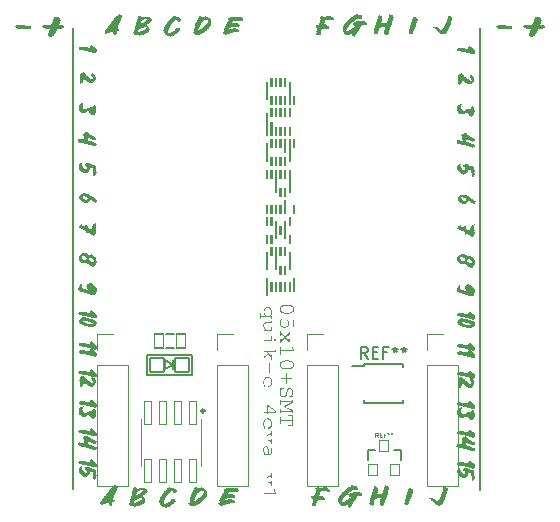
<source format=gbr>
%TF.GenerationSoftware,KiCad,Pcbnew,7.0.2*%
%TF.CreationDate,2024-01-29T22:05:23-05:00*%
%TF.ProjectId,dpx_perv_5x10-smt,6470785f-7065-4727-965f-357831302d73,rev?*%
%TF.SameCoordinates,Original*%
%TF.FileFunction,Legend,Top*%
%TF.FilePolarity,Positive*%
%FSLAX46Y46*%
G04 Gerber Fmt 4.6, Leading zero omitted, Abs format (unit mm)*
G04 Created by KiCad (PCBNEW 7.0.2) date 2024-01-29 22:05:23*
%MOMM*%
%LPD*%
G01*
G04 APERTURE LIST*
G04 Aperture macros list*
%AMRoundRect*
0 Rectangle with rounded corners*
0 $1 Rounding radius*
0 $2 $3 $4 $5 $6 $7 $8 $9 X,Y pos of 4 corners*
0 Add a 4 corners polygon primitive as box body*
4,1,4,$2,$3,$4,$5,$6,$7,$8,$9,$2,$3,0*
0 Add four circle primitives for the rounded corners*
1,1,$1+$1,$2,$3*
1,1,$1+$1,$4,$5*
1,1,$1+$1,$6,$7*
1,1,$1+$1,$8,$9*
0 Add four rect primitives between the rounded corners*
20,1,$1+$1,$2,$3,$4,$5,0*
20,1,$1+$1,$4,$5,$6,$7,0*
20,1,$1+$1,$6,$7,$8,$9,0*
20,1,$1+$1,$8,$9,$2,$3,0*%
G04 Aperture macros list end*
%ADD10C,0.150000*%
%ADD11C,0.300000*%
%ADD12C,0.250000*%
%ADD13C,0.032512*%
%ADD14C,0.203200*%
%ADD15C,0.120000*%
%ADD16C,0.152400*%
%ADD17RoundRect,0.050800X-0.400000X-0.450000X0.400000X-0.450000X0.400000X0.450000X-0.400000X0.450000X0*%
%ADD18R,1.700000X1.700000*%
%ADD19O,1.700000X1.700000*%
%ADD20RoundRect,0.050800X-0.299550X0.950500X-0.299550X-0.950500X0.299550X-0.950500X0.299550X0.950500X0*%
%ADD21R,1.100000X0.400000*%
%ADD22RoundRect,0.050800X-0.600000X0.600000X-0.600000X-0.600000X0.600000X-0.600000X0.600000X0.600000X0*%
%ADD23RoundRect,0.050800X-0.400000X-0.600000X0.400000X-0.600000X0.400000X0.600000X-0.400000X0.600000X0*%
G04 APERTURE END LIST*
D10*
X82360000Y-31780000D02*
X82360000Y-70875000D01*
X47930000Y-70825000D02*
X47930000Y-31740000D01*
D11*
G36*
X49498946Y-65649701D02*
G01*
X49512662Y-65656760D01*
X49524546Y-65665261D01*
X49532063Y-65676267D01*
X49531651Y-65688225D01*
X49533253Y-65699965D01*
X49537455Y-65699734D01*
X49550839Y-65704948D01*
X49553107Y-65707228D01*
X49548640Y-65718430D01*
X49556665Y-65723948D01*
X49570511Y-65731202D01*
X49583988Y-65739455D01*
X49593324Y-65750419D01*
X49595169Y-65763273D01*
X49603799Y-65758846D01*
X49617517Y-65764445D01*
X49625134Y-65765806D01*
X49624112Y-65777927D01*
X49628150Y-65778315D01*
X49641697Y-65783203D01*
X49648620Y-65790487D01*
X49647559Y-65802547D01*
X49654168Y-65802807D01*
X49669071Y-65806312D01*
X49680623Y-65815516D01*
X49687641Y-65827029D01*
X49695553Y-65837718D01*
X49703238Y-65842848D01*
X49715532Y-65849353D01*
X49727888Y-65855982D01*
X49740303Y-65863546D01*
X49751240Y-65872010D01*
X49752406Y-65875248D01*
X49748309Y-65886664D01*
X49757125Y-65893286D01*
X49769319Y-65901545D01*
X49782192Y-65908739D01*
X49794837Y-65914801D01*
X49792929Y-65919087D01*
X49806927Y-65918318D01*
X49809697Y-65931384D01*
X49816256Y-65943094D01*
X49825524Y-65953761D01*
X49836422Y-65963697D01*
X49847872Y-65973216D01*
X49858792Y-65982631D01*
X49868104Y-65992254D01*
X49876152Y-66005950D01*
X49876841Y-66020879D01*
X49877269Y-66020314D01*
X49880097Y-66019829D01*
X49896613Y-66020665D01*
X49897786Y-66032624D01*
X49901785Y-66037016D01*
X49913338Y-66045293D01*
X49926198Y-66052282D01*
X49940396Y-66059363D01*
X49952740Y-66065743D01*
X49951686Y-66078444D01*
X49951302Y-66091273D01*
X49951426Y-66104158D01*
X49951897Y-66117026D01*
X49952554Y-66129806D01*
X49953235Y-66142424D01*
X49953781Y-66154809D01*
X49954028Y-66166887D01*
X49953617Y-66182390D01*
X49952008Y-66197048D01*
X49952386Y-66206743D01*
X49948710Y-66218444D01*
X49946819Y-66223371D01*
X49946657Y-66235148D01*
X49942384Y-66246789D01*
X49935155Y-66257425D01*
X49925996Y-66249805D01*
X49929355Y-66259058D01*
X49932074Y-66270896D01*
X49931861Y-66283305D01*
X49924389Y-66294671D01*
X49908777Y-66298458D01*
X49913907Y-66308514D01*
X49906578Y-66319267D01*
X49904610Y-66320609D01*
X49890129Y-66325605D01*
X49875071Y-66327767D01*
X49871304Y-66331592D01*
X49860600Y-66340917D01*
X49849389Y-66349069D01*
X49836969Y-66356783D01*
X49829363Y-66354820D01*
X49813056Y-66352676D01*
X49795353Y-66352273D01*
X49776333Y-66352849D01*
X49761249Y-66353465D01*
X49745500Y-66353881D01*
X49729118Y-66353775D01*
X49712136Y-66352826D01*
X49694586Y-66350712D01*
X49676502Y-66347111D01*
X49670033Y-66337939D01*
X49675769Y-66326888D01*
X49671636Y-66327762D01*
X49657067Y-66329766D01*
X49640519Y-66329643D01*
X49624507Y-66326368D01*
X49611289Y-66320440D01*
X49604476Y-66319481D01*
X49589113Y-66318740D01*
X49574518Y-66316307D01*
X49557800Y-66312233D01*
X49553202Y-66307672D01*
X49542779Y-66298458D01*
X49534298Y-66297148D01*
X49519571Y-66297987D01*
X49503263Y-66299200D01*
X49488190Y-66297872D01*
X49481325Y-66290862D01*
X49477932Y-66279407D01*
X49469804Y-66279275D01*
X49454572Y-66281048D01*
X49438731Y-66279993D01*
X49429938Y-66271493D01*
X49418615Y-66269712D01*
X49403102Y-66265375D01*
X49389061Y-66260672D01*
X49374617Y-66255080D01*
X49361738Y-66251475D01*
X49345361Y-66248884D01*
X49329795Y-66246328D01*
X49313920Y-66242457D01*
X49298780Y-66236322D01*
X49297835Y-66235874D01*
X49283471Y-66232681D01*
X49267351Y-66229976D01*
X49251603Y-66225737D01*
X49237964Y-66219616D01*
X49235177Y-66218796D01*
X49219914Y-66218436D01*
X49204580Y-66216341D01*
X49188504Y-66211996D01*
X49180384Y-66207054D01*
X49174583Y-66195583D01*
X49170034Y-66197390D01*
X49155165Y-66197048D01*
X49146739Y-66189135D01*
X49135965Y-66188585D01*
X49120831Y-66189708D01*
X49105232Y-66190063D01*
X49090319Y-66188255D01*
X49085748Y-66181747D01*
X49083358Y-66170084D01*
X49072812Y-66170195D01*
X49057834Y-66171619D01*
X49042325Y-66170084D01*
X49033881Y-66164335D01*
X49022908Y-66155429D01*
X49020715Y-66155029D01*
X49006059Y-66155386D01*
X48991299Y-66156428D01*
X48975348Y-66157228D01*
X48957599Y-66156755D01*
X48943407Y-66152498D01*
X48928477Y-66151835D01*
X48912798Y-66149110D01*
X48898710Y-66142826D01*
X48909335Y-66138723D01*
X48903326Y-66137864D01*
X48887123Y-66136138D01*
X48869993Y-66134447D01*
X48852883Y-66132080D01*
X48836741Y-66128325D01*
X48822513Y-66122472D01*
X48811149Y-66113810D01*
X48797001Y-66115034D01*
X48780689Y-66116054D01*
X48765888Y-66116324D01*
X48750460Y-66115688D01*
X48735264Y-66113757D01*
X48721159Y-66110145D01*
X48706369Y-66102673D01*
X48705125Y-66099434D01*
X48703804Y-66087432D01*
X48704041Y-66095296D01*
X48694645Y-66104724D01*
X48691285Y-66105145D01*
X48679624Y-66096811D01*
X48677472Y-66096545D01*
X48661306Y-66096188D01*
X48646410Y-66096647D01*
X48631167Y-66096147D01*
X48616155Y-66093112D01*
X48601955Y-66085967D01*
X48599399Y-66084773D01*
X48584379Y-66083795D01*
X48567541Y-66084106D01*
X48551206Y-66082185D01*
X48539315Y-66074914D01*
X48535643Y-66062519D01*
X48527889Y-66063047D01*
X48512070Y-66067115D01*
X48496862Y-66071571D01*
X48481534Y-66071442D01*
X48471875Y-66061782D01*
X48467866Y-66048158D01*
X48466496Y-66058526D01*
X48451618Y-66062520D01*
X48435992Y-66062226D01*
X48435412Y-66060294D01*
X48435189Y-66048092D01*
X48449181Y-66042589D01*
X48440502Y-66044593D01*
X48426114Y-66040568D01*
X48421704Y-66028814D01*
X48407234Y-66029666D01*
X48391662Y-66029693D01*
X48389594Y-66016624D01*
X48393311Y-66004706D01*
X48404914Y-65999553D01*
X48400698Y-65991072D01*
X48400088Y-65979281D01*
X48393864Y-65979206D01*
X48376423Y-65977544D01*
X48373115Y-65965872D01*
X48385241Y-65958450D01*
X48399722Y-65951144D01*
X48395822Y-65946034D01*
X48380415Y-65944307D01*
X48365650Y-65942645D01*
X48367834Y-65940905D01*
X48379012Y-65932254D01*
X48390563Y-65923740D01*
X48401188Y-65914508D01*
X48403661Y-65908418D01*
X48407395Y-65896935D01*
X48417011Y-65886573D01*
X48431617Y-65882792D01*
X48446250Y-65883440D01*
X48447622Y-65877877D01*
X48451770Y-65866475D01*
X48458205Y-65855004D01*
X48460194Y-65852591D01*
X48838939Y-65852591D01*
X48843756Y-65863803D01*
X48843389Y-65858821D01*
X48838939Y-65852591D01*
X48460194Y-65852591D01*
X48467420Y-65843822D01*
X48468401Y-65842994D01*
X48729450Y-65842994D01*
X48736806Y-65836773D01*
X48736881Y-65836501D01*
X48846677Y-65836501D01*
X48849339Y-65839643D01*
X48853281Y-65852080D01*
X48860224Y-65850920D01*
X48875996Y-65852080D01*
X48867140Y-65847419D01*
X48856436Y-65839337D01*
X48863807Y-65833893D01*
X48856294Y-65835875D01*
X48846677Y-65836501D01*
X48736881Y-65836501D01*
X48738088Y-65832135D01*
X48731640Y-65835042D01*
X48730510Y-65835133D01*
X48729450Y-65842994D01*
X48468401Y-65842994D01*
X48479908Y-65833286D01*
X48491720Y-65826022D01*
X48505859Y-65819473D01*
X48517027Y-65815666D01*
X48517727Y-65812019D01*
X48709780Y-65812019D01*
X48710388Y-65812123D01*
X48715034Y-65814558D01*
X48719924Y-65810754D01*
X48709780Y-65812019D01*
X48517727Y-65812019D01*
X48518582Y-65807563D01*
X48529319Y-65798558D01*
X48544066Y-65795419D01*
X48559861Y-65798507D01*
X48564518Y-65810185D01*
X48563543Y-65811251D01*
X48575584Y-65804368D01*
X48590529Y-65799540D01*
X48608339Y-65795809D01*
X48628379Y-65793132D01*
X48650013Y-65791467D01*
X48665007Y-65790899D01*
X48680239Y-65790750D01*
X48695519Y-65791007D01*
X48710661Y-65791658D01*
X48725475Y-65792690D01*
X48746669Y-65794927D01*
X48750699Y-65802547D01*
X48761324Y-65810167D01*
X48765029Y-65808947D01*
X48780956Y-65808872D01*
X48797253Y-65810369D01*
X48812642Y-65811550D01*
X48828881Y-65811840D01*
X48845221Y-65810461D01*
X48864031Y-65819087D01*
X48870933Y-65830259D01*
X48883323Y-65826581D01*
X48890248Y-65824614D01*
X48907000Y-65821296D01*
X48923413Y-65822846D01*
X48928890Y-65834567D01*
X48926062Y-65843451D01*
X48937122Y-65836600D01*
X48953979Y-65831644D01*
X48971036Y-65831310D01*
X48987094Y-65834679D01*
X49000957Y-65840830D01*
X49009256Y-65847647D01*
X49013382Y-65843287D01*
X49018913Y-65842145D01*
X49032565Y-65847542D01*
X49029502Y-65859700D01*
X49039249Y-65852050D01*
X49053727Y-65854918D01*
X49054710Y-65857654D01*
X49064542Y-65853229D01*
X49079327Y-65858364D01*
X49083166Y-65862041D01*
X49088038Y-65861429D01*
X49103595Y-65864098D01*
X49117983Y-65868912D01*
X49126908Y-65879878D01*
X49111934Y-65881389D01*
X49125020Y-65880085D01*
X49140963Y-65879349D01*
X49150036Y-65869372D01*
X49158502Y-65874033D01*
X49171565Y-65882561D01*
X49182364Y-65891995D01*
X49189603Y-65902198D01*
X49192916Y-65901788D01*
X49207871Y-65901825D01*
X49223426Y-65904732D01*
X49237231Y-65910112D01*
X49234346Y-65906521D01*
X49236327Y-65894817D01*
X49239429Y-65882268D01*
X49248756Y-65889082D01*
X49261598Y-65894896D01*
X49277971Y-65899604D01*
X49294436Y-65903942D01*
X49309979Y-65910135D01*
X49311695Y-65911354D01*
X49315266Y-65902491D01*
X49328002Y-65908549D01*
X49344059Y-65911231D01*
X49358310Y-65912243D01*
X49358213Y-65911690D01*
X49358002Y-65899883D01*
X49358864Y-65887544D01*
X49353738Y-65876680D01*
X49347232Y-65866148D01*
X49341041Y-65855448D01*
X49337248Y-65843873D01*
X49337282Y-65841800D01*
X49339934Y-65828664D01*
X49347873Y-65818667D01*
X49348178Y-65816212D01*
X49347406Y-65804119D01*
X49347854Y-65792202D01*
X49353002Y-65780272D01*
X49359110Y-65776032D01*
X49374617Y-65775290D01*
X49372998Y-65768795D01*
X49379380Y-65757997D01*
X49382296Y-65751780D01*
X49396233Y-65747153D01*
X49392122Y-65740632D01*
X49395867Y-65728981D01*
X49400711Y-65724897D01*
X49414002Y-65718576D01*
X49427740Y-65713447D01*
X49431728Y-65707193D01*
X49437556Y-65696286D01*
X49446241Y-65686445D01*
X49458656Y-65679356D01*
X49473902Y-65675345D01*
X49480175Y-65670101D01*
X49487606Y-65659106D01*
X49493319Y-65647209D01*
X49498946Y-65649701D01*
G37*
G36*
X49129568Y-66261948D02*
G01*
X49138701Y-66273203D01*
X49148322Y-66282883D01*
X49155561Y-66293489D01*
X49159545Y-66305424D01*
X49159638Y-66306461D01*
X49159688Y-66306462D01*
X49182256Y-66307736D01*
X49197802Y-66310277D01*
X49211273Y-66316510D01*
X49212470Y-66328582D01*
X49210486Y-66340370D01*
X49207167Y-66350044D01*
X49197904Y-66359579D01*
X49185018Y-66364404D01*
X49193427Y-66370239D01*
X49181223Y-66377556D01*
X49177036Y-66378653D01*
X49180733Y-66378957D01*
X49196324Y-66386061D01*
X49209768Y-66395574D01*
X49212168Y-66399298D01*
X49213257Y-66398063D01*
X49228098Y-66399722D01*
X49231667Y-66411085D01*
X49235872Y-66403966D01*
X49251455Y-66402633D01*
X49264273Y-66408351D01*
X49275104Y-66416428D01*
X49276599Y-66417998D01*
X49277897Y-66416281D01*
X49293688Y-66422437D01*
X49307004Y-66428493D01*
X49319897Y-66434201D01*
X49335050Y-66433866D01*
X49335373Y-66437290D01*
X49334393Y-66449142D01*
X49332245Y-66452968D01*
X49335257Y-66453837D01*
X49351763Y-66456406D01*
X49367501Y-66456426D01*
X49384115Y-66455081D01*
X49400996Y-66453210D01*
X49397486Y-66455609D01*
X49385153Y-66465660D01*
X49377805Y-66475968D01*
X49372376Y-66487424D01*
X49362768Y-66496984D01*
X49350437Y-66505380D01*
X49358438Y-66506766D01*
X49374229Y-66506749D01*
X49391135Y-66506001D01*
X49405758Y-66505087D01*
X49405017Y-66507409D01*
X49409087Y-66519794D01*
X49422655Y-66525981D01*
X49425313Y-66529259D01*
X49433236Y-66521500D01*
X49445581Y-66520755D01*
X49456021Y-66529844D01*
X49458148Y-66541724D01*
X49464010Y-66544361D01*
X49465262Y-66544232D01*
X49480646Y-66543503D01*
X49495008Y-66548163D01*
X49488987Y-66553999D01*
X49486991Y-66561883D01*
X49482580Y-66565786D01*
X49494583Y-66565111D01*
X49509073Y-66566930D01*
X49512514Y-66575628D01*
X49509091Y-66586133D01*
X49510172Y-66587739D01*
X49513321Y-66583925D01*
X49525400Y-66577046D01*
X49536550Y-66584808D01*
X49533007Y-66591004D01*
X49523801Y-66601027D01*
X49522167Y-66602317D01*
X49524375Y-66602222D01*
X49540032Y-66603913D01*
X49556818Y-66603954D01*
X49573553Y-66598877D01*
X49573133Y-66607081D01*
X49570102Y-66619929D01*
X49563327Y-66630328D01*
X49559628Y-66632409D01*
X49569158Y-66635744D01*
X49578451Y-66645273D01*
X49580241Y-66645616D01*
X49584870Y-66635802D01*
X49599199Y-66632875D01*
X49615641Y-66630753D01*
X49629326Y-66635552D01*
X49632538Y-66647237D01*
X49637163Y-66646650D01*
X49651955Y-66646064D01*
X49654074Y-66647957D01*
X49663598Y-66657969D01*
X49672152Y-66668294D01*
X49680852Y-66678121D01*
X49693055Y-66688114D01*
X49706002Y-66693989D01*
X49722663Y-66696769D01*
X49722439Y-66706124D01*
X49724163Y-66705050D01*
X49729624Y-66693838D01*
X49741690Y-66694267D01*
X49762154Y-66695529D01*
X49784605Y-66698278D01*
X49798646Y-66701815D01*
X49807658Y-66713034D01*
X49805462Y-66726078D01*
X49802760Y-66731066D01*
X49795318Y-66742441D01*
X49788404Y-66750588D01*
X49790845Y-66751661D01*
X49792151Y-66753449D01*
X49792639Y-66751284D01*
X49795369Y-66750864D01*
X49810076Y-66751518D01*
X49821587Y-66760515D01*
X49827077Y-66771507D01*
X49838726Y-66765960D01*
X49853061Y-66761649D01*
X49860672Y-66772076D01*
X49857486Y-66785869D01*
X49863651Y-66783382D01*
X49865895Y-66784616D01*
X49872843Y-66775016D01*
X49886402Y-66770185D01*
X49900396Y-66775024D01*
X49910692Y-66783803D01*
X49919189Y-66795248D01*
X49924965Y-66807791D01*
X49927095Y-66819867D01*
X49919208Y-66818491D01*
X49905113Y-66823091D01*
X49907341Y-66826836D01*
X49912171Y-66838702D01*
X49911209Y-66850483D01*
X49903606Y-66862149D01*
X49893023Y-66871452D01*
X49901282Y-66882197D01*
X49906223Y-66895064D01*
X49901064Y-66906633D01*
X49891348Y-66916814D01*
X49887383Y-66929571D01*
X49890458Y-66942380D01*
X49878212Y-66942497D01*
X49866410Y-66949880D01*
X49855431Y-66957737D01*
X49839443Y-66960263D01*
X49822315Y-66958793D01*
X49825874Y-66966062D01*
X49816786Y-66975262D01*
X49801432Y-66976964D01*
X49792273Y-66984292D01*
X49777985Y-66983985D01*
X49765162Y-66977258D01*
X49771024Y-66985171D01*
X49767711Y-66986047D01*
X49752600Y-66988974D01*
X49737085Y-66990493D01*
X49721382Y-66992024D01*
X49706817Y-66996292D01*
X49694087Y-67004515D01*
X49694100Y-67002837D01*
X49688687Y-66991515D01*
X49674670Y-66987223D01*
X49665251Y-66982613D01*
X49659282Y-66971103D01*
X49654999Y-66972681D01*
X49640885Y-66976002D01*
X49625577Y-66974620D01*
X49619009Y-66970670D01*
X49609571Y-66961260D01*
X49599199Y-66952052D01*
X49596689Y-66950824D01*
X49581935Y-66948995D01*
X49568058Y-66945017D01*
X49560364Y-66938276D01*
X49553645Y-66938618D01*
X49539138Y-66934314D01*
X49528100Y-66924830D01*
X49515668Y-66916881D01*
X49501557Y-66913903D01*
X49486725Y-66911019D01*
X49476833Y-66903105D01*
X49463628Y-66901421D01*
X49450363Y-66895314D01*
X49437406Y-66886503D01*
X49425127Y-66876704D01*
X49413894Y-66867635D01*
X49400629Y-66859435D01*
X49390094Y-66861495D01*
X49375350Y-66862659D01*
X49371316Y-66859063D01*
X49363681Y-66848006D01*
X49359230Y-66835987D01*
X49345968Y-66830615D01*
X49332054Y-66826148D01*
X49318439Y-66821762D01*
X49304275Y-66816643D01*
X49295849Y-66810782D01*
X49291963Y-66810715D01*
X49274976Y-66807915D01*
X49264315Y-66797725D01*
X49262144Y-66784990D01*
X49258248Y-66786445D01*
X49243093Y-66787627D01*
X49238744Y-66785368D01*
X49230245Y-66780515D01*
X49749803Y-66780515D01*
X49750260Y-66780722D01*
X49750920Y-66778318D01*
X49749803Y-66780515D01*
X49230245Y-66780515D01*
X49225627Y-66777878D01*
X49212804Y-66769920D01*
X49209021Y-66757146D01*
X49195955Y-66753975D01*
X49195242Y-66753164D01*
X49754607Y-66753164D01*
X49755467Y-66756831D01*
X49754990Y-66767860D01*
X49761073Y-66759287D01*
X49761234Y-66757556D01*
X49756363Y-66754641D01*
X49761945Y-66749945D01*
X49762059Y-66748727D01*
X49754607Y-66753164D01*
X49195242Y-66753164D01*
X49189481Y-66746611D01*
X49765613Y-66746611D01*
X49765941Y-66746584D01*
X49766627Y-66746008D01*
X49765613Y-66746611D01*
X49189481Y-66746611D01*
X49187405Y-66744250D01*
X49180218Y-66743642D01*
X49167255Y-66736923D01*
X49167944Y-66737364D01*
X49173972Y-66748469D01*
X49177814Y-66760391D01*
X49178246Y-66773559D01*
X49171285Y-66777662D01*
X49170145Y-66786446D01*
X49171652Y-66798179D01*
X49174577Y-66799786D01*
X49187405Y-66806092D01*
X49186887Y-66812661D01*
X49174949Y-66819867D01*
X49175057Y-66819854D01*
X49189970Y-66819281D01*
X49206090Y-66818695D01*
X49194558Y-66828494D01*
X49185161Y-66838039D01*
X49178246Y-66848590D01*
X49175098Y-66855866D01*
X49172508Y-66867421D01*
X49169353Y-66879722D01*
X49162664Y-66891832D01*
X49151868Y-66901347D01*
X49163555Y-66907347D01*
X49168721Y-66919225D01*
X49169199Y-66927820D01*
X49166185Y-66939879D01*
X49157654Y-66951189D01*
X49145583Y-66959817D01*
X49131899Y-66966576D01*
X49118529Y-66972275D01*
X49119530Y-66978542D01*
X49124179Y-66990095D01*
X49128946Y-67002248D01*
X49131537Y-67000997D01*
X49145628Y-66996496D01*
X49161760Y-66995136D01*
X49166406Y-66998405D01*
X49179223Y-67004368D01*
X49193503Y-67008194D01*
X49208037Y-67011648D01*
X49222576Y-67015946D01*
X49229650Y-67016820D01*
X49244293Y-67018559D01*
X49258114Y-67023273D01*
X49262225Y-67025276D01*
X49269837Y-67035583D01*
X49273577Y-67036279D01*
X49288395Y-67034773D01*
X49303983Y-67037251D01*
X49311405Y-67048468D01*
X49312035Y-67057177D01*
X49319296Y-67050530D01*
X49323037Y-67049975D01*
X49338714Y-67049246D01*
X49354661Y-67053120D01*
X49362894Y-67064013D01*
X49367321Y-67062784D01*
X49382111Y-67064116D01*
X49393654Y-67071956D01*
X49398971Y-67079315D01*
X49415016Y-67075517D01*
X49432869Y-67071926D01*
X49430784Y-67087501D01*
X49441417Y-67096424D01*
X49455574Y-67091630D01*
X49472194Y-67088601D01*
X49488190Y-67087753D01*
X49482482Y-67097333D01*
X49473546Y-67108647D01*
X49464309Y-67117045D01*
X49475866Y-67114214D01*
X49487458Y-67121752D01*
X49495069Y-67118109D01*
X49511729Y-67113847D01*
X49526109Y-67118747D01*
X49530467Y-67121394D01*
X49541921Y-67122044D01*
X49558758Y-67127389D01*
X49574385Y-67133618D01*
X49588574Y-67137285D01*
X49588574Y-67145199D01*
X49585810Y-67149190D01*
X49579636Y-67155242D01*
X49582702Y-67154994D01*
X49597733Y-67156043D01*
X49601748Y-67168514D01*
X49600356Y-67173184D01*
X49603995Y-67171188D01*
X49618349Y-67168724D01*
X49633637Y-67169819D01*
X49635461Y-67175200D01*
X49636173Y-67182837D01*
X49640650Y-67178135D01*
X49644798Y-67180162D01*
X49646666Y-67172090D01*
X49661684Y-67167302D01*
X49677234Y-67165715D01*
X49678090Y-67168339D01*
X49681305Y-67180245D01*
X49683063Y-67192057D01*
X49682483Y-67204123D01*
X49682109Y-67204955D01*
X49694087Y-67203524D01*
X49710454Y-67204384D01*
X49724366Y-67208950D01*
X49738417Y-67214662D01*
X49760647Y-67216734D01*
X49767634Y-67218308D01*
X49779280Y-67212838D01*
X49791412Y-67221310D01*
X49798427Y-67235349D01*
X49802832Y-67249303D01*
X49803959Y-67254292D01*
X49818719Y-67257118D01*
X49834210Y-67257735D01*
X49850662Y-67257320D01*
X49867011Y-67256574D01*
X49866968Y-67266381D01*
X49878392Y-67275238D01*
X49892254Y-67280590D01*
X49906353Y-67285279D01*
X49919942Y-67292842D01*
X49915682Y-67299857D01*
X49922464Y-67296332D01*
X49939070Y-67296288D01*
X49936805Y-67306114D01*
X49945693Y-67314963D01*
X49949427Y-67329061D01*
X49947611Y-67340947D01*
X49944009Y-67353260D01*
X49940914Y-67365892D01*
X49940617Y-67378737D01*
X49945413Y-67391689D01*
X49933117Y-67397496D01*
X49926879Y-67408128D01*
X49916251Y-67416622D01*
X49900350Y-67417774D01*
X49903156Y-67420029D01*
X49903457Y-67432371D01*
X49900064Y-67445395D01*
X49895221Y-67459100D01*
X49884311Y-67455783D01*
X49869728Y-67452643D01*
X49871405Y-67465137D01*
X49864949Y-67476300D01*
X49854188Y-67486650D01*
X49836730Y-67485256D01*
X49820586Y-67485826D01*
X49805283Y-67487907D01*
X49790349Y-67491047D01*
X49775313Y-67494791D01*
X49759701Y-67498685D01*
X49743041Y-67502278D01*
X49724862Y-67505115D01*
X49723091Y-67503613D01*
X49707646Y-67499639D01*
X49692530Y-67501415D01*
X49676257Y-67499783D01*
X49664104Y-67492136D01*
X49654153Y-67479909D01*
X49640446Y-67483681D01*
X49624776Y-67482313D01*
X49610367Y-67477143D01*
X49597653Y-67470953D01*
X49582712Y-67465841D01*
X49575568Y-67466139D01*
X49560436Y-67463604D01*
X49546496Y-67457544D01*
X49532154Y-67454117D01*
X49527613Y-67453892D01*
X49514008Y-67449361D01*
X49503764Y-67439420D01*
X49493686Y-67429791D01*
X49484636Y-67427663D01*
X49467977Y-67426228D01*
X49450634Y-67425630D01*
X49434091Y-67423790D01*
X49419832Y-67418628D01*
X49409341Y-67408064D01*
X49404659Y-67394327D01*
X49399181Y-67396551D01*
X49384064Y-67399792D01*
X49368023Y-67398723D01*
X49359791Y-67395604D01*
X49355566Y-67383775D01*
X49348346Y-67385048D01*
X49333447Y-67387330D01*
X49318197Y-67384068D01*
X49313524Y-67381241D01*
X49305741Y-67370586D01*
X49305094Y-67370484D01*
X49291355Y-67374599D01*
X49275699Y-67373517D01*
X49268066Y-67369385D01*
X49262144Y-67358569D01*
X49255192Y-67359067D01*
X49240852Y-67361515D01*
X49225874Y-67361207D01*
X49218476Y-67354690D01*
X49214150Y-67343036D01*
X49213314Y-67342963D01*
X49198625Y-67344639D01*
X49184275Y-67339561D01*
X49181177Y-67326916D01*
X49175729Y-67330280D01*
X49160851Y-67334316D01*
X49145640Y-67334536D01*
X49138986Y-67330727D01*
X49141253Y-67321505D01*
X49138309Y-67322445D01*
X49122934Y-67326380D01*
X49108769Y-67323192D01*
X49108766Y-67320327D01*
X49107883Y-67320859D01*
X49094585Y-67327437D01*
X49078559Y-67326161D01*
X49079824Y-67313379D01*
X49089586Y-67302296D01*
X49084364Y-67298582D01*
X49070976Y-67304719D01*
X49055514Y-67307865D01*
X49046721Y-67301710D01*
X49035221Y-67299568D01*
X49020971Y-67296016D01*
X49006465Y-67291889D01*
X48991034Y-67287348D01*
X48984646Y-67285817D01*
X48969087Y-67284499D01*
X48954035Y-67282489D01*
X48939379Y-67276689D01*
X48928386Y-67266539D01*
X48916247Y-67272327D01*
X48900954Y-67276504D01*
X48884773Y-67276477D01*
X48871891Y-67268374D01*
X48867203Y-67256574D01*
X48860138Y-67260129D01*
X48845152Y-67261767D01*
X48829467Y-67258332D01*
X48823623Y-67256939D01*
X48808885Y-67254576D01*
X48793117Y-67252333D01*
X48777329Y-67250048D01*
X48760957Y-67247195D01*
X48753845Y-67244124D01*
X48753563Y-67241427D01*
X48751502Y-67242788D01*
X48734420Y-67245183D01*
X48718901Y-67241709D01*
X48702539Y-67238927D01*
X48685670Y-67238964D01*
X48670099Y-67241333D01*
X48674306Y-67237275D01*
X48686127Y-67230269D01*
X48670981Y-67232453D01*
X48670832Y-67220523D01*
X48666352Y-67222741D01*
X48651187Y-67222351D01*
X48635945Y-67219565D01*
X48619978Y-67214653D01*
X48605619Y-67207627D01*
X48605280Y-67207654D01*
X48590911Y-67210205D01*
X48578142Y-67202938D01*
X48576104Y-67204737D01*
X48561655Y-67207334D01*
X48551551Y-67208428D01*
X48544436Y-67197955D01*
X48535685Y-67200275D01*
X48520577Y-67202360D01*
X48505044Y-67201344D01*
X48489055Y-67197149D01*
X48473150Y-67192598D01*
X48457817Y-67190743D01*
X48442953Y-67191800D01*
X48441666Y-67187820D01*
X48438567Y-67174682D01*
X48438127Y-67166888D01*
X49527025Y-67166888D01*
X49535347Y-67163897D01*
X49547427Y-67160427D01*
X49543924Y-67159524D01*
X49539478Y-67158076D01*
X49538722Y-67158685D01*
X49527025Y-67166888D01*
X48438127Y-67166888D01*
X48438097Y-67166363D01*
X48429954Y-67168056D01*
X48414377Y-67168646D01*
X48403783Y-67162629D01*
X48388220Y-67164073D01*
X48372245Y-67166301D01*
X48375026Y-67160800D01*
X48383327Y-67147337D01*
X48393088Y-67136726D01*
X48383968Y-67130251D01*
X48387644Y-67121165D01*
X49384876Y-67121165D01*
X49390322Y-67113409D01*
X49397385Y-67116296D01*
X49395192Y-67109742D01*
X49392793Y-67111667D01*
X49388087Y-67112586D01*
X49384876Y-67121165D01*
X48387644Y-67121165D01*
X48387719Y-67120979D01*
X48395503Y-67114791D01*
X48391141Y-67114992D01*
X48375232Y-67115671D01*
X48358317Y-67116482D01*
X48342203Y-67117355D01*
X48347011Y-67106639D01*
X48354181Y-67094115D01*
X48362682Y-67083750D01*
X48364552Y-67082770D01*
X49300978Y-67082770D01*
X49302708Y-67084507D01*
X49312022Y-67083779D01*
X49308108Y-67080173D01*
X49300978Y-67082770D01*
X48364552Y-67082770D01*
X48375176Y-67077202D01*
X48372024Y-67066878D01*
X48370827Y-67063047D01*
X49269759Y-67063047D01*
X49272035Y-67064892D01*
X49274659Y-67063829D01*
X49269759Y-67063047D01*
X48370827Y-67063047D01*
X48367722Y-67053104D01*
X48363699Y-67039710D01*
X48362263Y-67034010D01*
X49157353Y-67034010D01*
X49162060Y-67033383D01*
X49161967Y-67029409D01*
X49166523Y-67017997D01*
X49165625Y-67018573D01*
X49161780Y-67020550D01*
X49160789Y-67025226D01*
X49157353Y-67034010D01*
X48362263Y-67034010D01*
X48360342Y-67026386D01*
X48357615Y-67012776D01*
X48355225Y-66998770D01*
X48353194Y-66985757D01*
X48363849Y-66981051D01*
X48375908Y-66990154D01*
X48375252Y-66986238D01*
X48374682Y-66977844D01*
X48861707Y-66977844D01*
X48861855Y-66977098D01*
X48861755Y-66977014D01*
X48861707Y-66977844D01*
X48374682Y-66977844D01*
X48374443Y-66974327D01*
X48370810Y-66962876D01*
X48372150Y-66955760D01*
X48741593Y-66955760D01*
X48743372Y-66960551D01*
X48745060Y-66959906D01*
X48753281Y-66957528D01*
X48751081Y-66957208D01*
X48838214Y-66957208D01*
X48838557Y-66960889D01*
X48841474Y-66960129D01*
X48839889Y-66958828D01*
X48838214Y-66957208D01*
X48751081Y-66957208D01*
X48744583Y-66956263D01*
X48741593Y-66955760D01*
X48372150Y-66955760D01*
X48373343Y-66949421D01*
X48374447Y-66946094D01*
X48455166Y-66946094D01*
X48458343Y-66945063D01*
X48791442Y-66945063D01*
X48798842Y-66942867D01*
X48791732Y-66939156D01*
X48791442Y-66945063D01*
X48458343Y-66945063D01*
X48459150Y-66944801D01*
X48457034Y-66941095D01*
X48455166Y-66946094D01*
X48374447Y-66946094D01*
X48377158Y-66937926D01*
X48378138Y-66927671D01*
X48453832Y-66927671D01*
X48454177Y-66928683D01*
X48453944Y-66927432D01*
X48453832Y-66927671D01*
X48378138Y-66927671D01*
X48378421Y-66924706D01*
X48372611Y-66913657D01*
X48379589Y-66911812D01*
X48392903Y-66905237D01*
X48405950Y-66898709D01*
X48411166Y-66890144D01*
X48424635Y-66884934D01*
X48420788Y-66880427D01*
X48422437Y-66868228D01*
X48424726Y-66864615D01*
X48437954Y-66857871D01*
X48452845Y-66855038D01*
X48453496Y-66854384D01*
X48459831Y-66843720D01*
X48474746Y-66839179D01*
X48492730Y-66838625D01*
X48511584Y-66840184D01*
X48527086Y-66842387D01*
X48545169Y-66845659D01*
X48539483Y-66846387D01*
X48520302Y-66850007D01*
X48503433Y-66855627D01*
X48491634Y-66862879D01*
X48486184Y-66874382D01*
X48497175Y-66884348D01*
X48494644Y-66890376D01*
X48494990Y-66900812D01*
X48496809Y-66896364D01*
X48503425Y-66893726D01*
X48519704Y-66895005D01*
X48524471Y-66906195D01*
X48524947Y-66915511D01*
X48527919Y-66915373D01*
X48529260Y-66908698D01*
X48537884Y-66899208D01*
X48553619Y-66893560D01*
X48568693Y-66891568D01*
X48583249Y-66890160D01*
X48598658Y-66885813D01*
X48600261Y-66888433D01*
X48604382Y-66901286D01*
X48601961Y-66905883D01*
X48616976Y-66907795D01*
X48621430Y-66913185D01*
X48621739Y-66925673D01*
X48624411Y-66926246D01*
X48637108Y-66927342D01*
X48638097Y-66920206D01*
X48651414Y-66915122D01*
X48645432Y-66915292D01*
X48635040Y-66907008D01*
X48624672Y-66896894D01*
X48615511Y-66887572D01*
X48623935Y-66887743D01*
X48640380Y-66889440D01*
X48654314Y-66893771D01*
X48664237Y-66902812D01*
X48665755Y-66903173D01*
X48665703Y-66901933D01*
X48666282Y-66903134D01*
X48666368Y-66903318D01*
X48672562Y-66904792D01*
X48679269Y-66916448D01*
X48675800Y-66924140D01*
X48677076Y-66927072D01*
X48678525Y-66940035D01*
X48684721Y-66936016D01*
X48695663Y-66926880D01*
X48708922Y-66921240D01*
X48723845Y-66916778D01*
X48743932Y-66912253D01*
X48760591Y-66909260D01*
X48754928Y-66914782D01*
X48746475Y-66924442D01*
X48739783Y-66935999D01*
X48739779Y-66936046D01*
X48753173Y-66931562D01*
X48767552Y-66937397D01*
X48770702Y-66928412D01*
X48778960Y-66918653D01*
X48794299Y-66918492D01*
X48808259Y-66923821D01*
X48821774Y-66931242D01*
X48816441Y-66938639D01*
X48805511Y-66945024D01*
X48814080Y-66948535D01*
X48818804Y-66948108D01*
X48829318Y-66948604D01*
X48829284Y-66948571D01*
X48822941Y-66937045D01*
X48835165Y-66929352D01*
X48853094Y-66929637D01*
X48870500Y-66931828D01*
X48870693Y-66920441D01*
X48866552Y-66907337D01*
X48861999Y-66895903D01*
X48856964Y-66883610D01*
X48852127Y-66870922D01*
X48848169Y-66858305D01*
X48845771Y-66846223D01*
X48846177Y-66831751D01*
X48851032Y-66822378D01*
X48849617Y-66821626D01*
X48847696Y-66817047D01*
X48858410Y-66808144D01*
X48851114Y-66799148D01*
X48846936Y-66787290D01*
X48852757Y-66776475D01*
X48841924Y-66772973D01*
X48840143Y-66768758D01*
X48835613Y-66755083D01*
X48832120Y-66740070D01*
X48831101Y-66733992D01*
X49666976Y-66733992D01*
X49670341Y-66735245D01*
X49671005Y-66736019D01*
X49673937Y-66735457D01*
X49666976Y-66733992D01*
X48831101Y-66733992D01*
X48829425Y-66723993D01*
X48827292Y-66707124D01*
X48825592Y-66690780D01*
X49643643Y-66690780D01*
X49648667Y-66688344D01*
X49647394Y-66688416D01*
X49646424Y-66688047D01*
X49643643Y-66690780D01*
X48825592Y-66690780D01*
X48825483Y-66689735D01*
X48824340Y-66677988D01*
X48823166Y-66666212D01*
X48821190Y-66648670D01*
X48818748Y-66631516D01*
X48815603Y-66615023D01*
X48811516Y-66599463D01*
X48818110Y-66588911D01*
X48814913Y-66587548D01*
X48803524Y-66579636D01*
X48797554Y-66566885D01*
X48798286Y-66554562D01*
X48799426Y-66542017D01*
X48796466Y-66542017D01*
X48781474Y-66542017D01*
X48780618Y-66539253D01*
X48778146Y-66526540D01*
X48777571Y-66513408D01*
X48776939Y-66500387D01*
X48772448Y-66489088D01*
X48762423Y-66480174D01*
X48774877Y-66472699D01*
X48783695Y-66461122D01*
X48790385Y-66448672D01*
X48799773Y-66437434D01*
X48813138Y-66430502D01*
X48829467Y-66427418D01*
X48828546Y-66427504D01*
X48823547Y-66416482D01*
X49232206Y-66416482D01*
X49232421Y-66424712D01*
X49234191Y-66426116D01*
X49233486Y-66423954D01*
X49232206Y-66416482D01*
X48823547Y-66416482D01*
X48823446Y-66416259D01*
X48829467Y-66404850D01*
X48830243Y-66404038D01*
X49173097Y-66404038D01*
X49176781Y-66406315D01*
X49174581Y-66404431D01*
X49173097Y-66404038D01*
X48830243Y-66404038D01*
X48837035Y-66396927D01*
X48850167Y-66389170D01*
X48858450Y-66384920D01*
X49132817Y-66384920D01*
X49137795Y-66386225D01*
X49151588Y-66391912D01*
X49159735Y-66396204D01*
X49158242Y-66388879D01*
X49162123Y-66382194D01*
X49150717Y-66384192D01*
X49132817Y-66384920D01*
X48858450Y-66384920D01*
X48862712Y-66382733D01*
X48875263Y-66375248D01*
X48884788Y-66372317D01*
X48884278Y-66370362D01*
X48889065Y-66359032D01*
X48892032Y-66357124D01*
X49128158Y-66357124D01*
X49128619Y-66357084D01*
X49128548Y-66356931D01*
X49128158Y-66357124D01*
X48892032Y-66357124D01*
X48901034Y-66351335D01*
X48915539Y-66343921D01*
X48918577Y-66341835D01*
X49108271Y-66341835D01*
X49113875Y-66339839D01*
X49127622Y-66335714D01*
X49133433Y-66333085D01*
X49121878Y-66336247D01*
X49108271Y-66341835D01*
X48918577Y-66341835D01*
X48928103Y-66335293D01*
X48934248Y-66323957D01*
X48946937Y-66324112D01*
X48963339Y-66321305D01*
X48978475Y-66314741D01*
X48991693Y-66307837D01*
X49150036Y-66307837D01*
X49150723Y-66308655D01*
X49150720Y-66308632D01*
X49150036Y-66307837D01*
X48991693Y-66307837D01*
X48993002Y-66307153D01*
X49007967Y-66301929D01*
X49023731Y-66299556D01*
X49038661Y-66299337D01*
X49042968Y-66295339D01*
X49052280Y-66285868D01*
X49064475Y-66276656D01*
X49079413Y-66269262D01*
X49095474Y-66264107D01*
X49110376Y-66260951D01*
X49128054Y-66258597D01*
X49129568Y-66261948D01*
G37*
G36*
X87464982Y-31532473D02*
G01*
X87478827Y-31506318D01*
X87481955Y-31476009D01*
X87486231Y-31446011D01*
X87507413Y-31424022D01*
X87507480Y-31421831D01*
X87515815Y-31389308D01*
X87519984Y-31357087D01*
X87522936Y-31324356D01*
X87528729Y-31295802D01*
X87557585Y-31287748D01*
X87568297Y-31275286D01*
X87574279Y-31244882D01*
X87550353Y-31227244D01*
X87546315Y-31226926D01*
X87570495Y-31228391D01*
X87579688Y-31197387D01*
X87587566Y-31166418D01*
X87592400Y-31137166D01*
X87593963Y-31105538D01*
X87591744Y-31077449D01*
X87579739Y-31049712D01*
X87568297Y-31050338D01*
X87573570Y-31021150D01*
X87570180Y-30991336D01*
X87569030Y-30988789D01*
X87549498Y-30966887D01*
X87522279Y-30944033D01*
X87497209Y-30924588D01*
X87470530Y-30904865D01*
X87453258Y-30892801D01*
X87431877Y-30871041D01*
X87410027Y-30851036D01*
X87382061Y-30841334D01*
X87352681Y-30835324D01*
X87322057Y-30832407D01*
X87290359Y-30831986D01*
X87257759Y-30833464D01*
X87224425Y-30836242D01*
X87190529Y-30839722D01*
X87156240Y-30843308D01*
X87121729Y-30846401D01*
X87087166Y-30848403D01*
X87064180Y-30848838D01*
X87055513Y-30879143D01*
X87037671Y-30906979D01*
X87019106Y-30934903D01*
X87006059Y-30962779D01*
X87004096Y-30968272D01*
X86995100Y-30996726D01*
X86991153Y-31030249D01*
X86989556Y-31059842D01*
X86987172Y-31091667D01*
X86983579Y-31110422D01*
X86958177Y-31129241D01*
X86938883Y-31149256D01*
X86934636Y-31178585D01*
X86936685Y-31191755D01*
X86925694Y-31215935D01*
X86912754Y-31242975D01*
X86902434Y-31273892D01*
X86890231Y-31303495D01*
X86866212Y-31322348D01*
X86858283Y-31323646D01*
X86854157Y-31355776D01*
X86848743Y-31391348D01*
X86842621Y-31421994D01*
X86833704Y-31452524D01*
X86820143Y-31479937D01*
X86807725Y-31494371D01*
X86770826Y-31494284D01*
X86733251Y-31494057D01*
X86695248Y-31493747D01*
X86657067Y-31493405D01*
X86618959Y-31493088D01*
X86581174Y-31492850D01*
X86543960Y-31492744D01*
X86507569Y-31492826D01*
X86472250Y-31493149D01*
X86438254Y-31493768D01*
X86416448Y-31494371D01*
X86387988Y-31501812D01*
X86375707Y-31529289D01*
X86375415Y-31539068D01*
X86382609Y-31509461D01*
X86361493Y-31494371D01*
X86327676Y-31488403D01*
X86294543Y-31490598D01*
X86266437Y-31504464D01*
X86247187Y-31515621D01*
X86217674Y-31513585D01*
X86186381Y-31515169D01*
X86184173Y-31515621D01*
X86154075Y-31518509D01*
X86155596Y-31534672D01*
X86129279Y-31548266D01*
X86100253Y-31565588D01*
X86075311Y-31587344D01*
X86055810Y-31612846D01*
X86041774Y-31639439D01*
X86032498Y-31663632D01*
X86062019Y-31670902D01*
X86083671Y-31690706D01*
X86101889Y-31714294D01*
X86107969Y-31720785D01*
X86135169Y-31733984D01*
X86164315Y-31739198D01*
X86170251Y-31741301D01*
X86164790Y-31770255D01*
X86172449Y-31785997D01*
X86204117Y-31794225D01*
X86235157Y-31798565D01*
X86264497Y-31803146D01*
X86281626Y-31807979D01*
X86289044Y-31837758D01*
X86298478Y-31848279D01*
X86327755Y-31856440D01*
X86352700Y-31851943D01*
X86383384Y-31858802D01*
X86416714Y-31864462D01*
X86446302Y-31868181D01*
X86477359Y-31870920D01*
X86509717Y-31872613D01*
X86543210Y-31873192D01*
X86574030Y-31871327D01*
X86604647Y-31868371D01*
X86636968Y-31868733D01*
X86666559Y-31880971D01*
X86669239Y-31883450D01*
X86650562Y-31908791D01*
X86645792Y-31934009D01*
X86626008Y-31946465D01*
X86621122Y-31977949D01*
X86622301Y-32007716D01*
X86624542Y-32035125D01*
X86606224Y-32049780D01*
X86597029Y-32080476D01*
X86592473Y-32110802D01*
X86587501Y-32141923D01*
X86584242Y-32153094D01*
X86569563Y-32178662D01*
X86553212Y-32205211D01*
X86543206Y-32233293D01*
X86541011Y-32246151D01*
X86539736Y-32276715D01*
X86540544Y-32308845D01*
X86541734Y-32342631D01*
X86541767Y-32372978D01*
X86540279Y-32399291D01*
X86564548Y-32426624D01*
X86590219Y-32451418D01*
X86616655Y-32473388D01*
X86643218Y-32492249D01*
X86669272Y-32507715D01*
X86698966Y-32521392D01*
X86703677Y-32523122D01*
X86731854Y-32534392D01*
X86760503Y-32541394D01*
X86792081Y-32541860D01*
X86796734Y-32541441D01*
X86829322Y-32534715D01*
X86858846Y-32518773D01*
X86883927Y-32499964D01*
X86907421Y-32481790D01*
X86911039Y-32479891D01*
X86935495Y-32462001D01*
X86961337Y-32443424D01*
X86987876Y-32428371D01*
X87018885Y-32417947D01*
X87045861Y-32413946D01*
X87053343Y-32381461D01*
X87062596Y-32351442D01*
X87073611Y-32323650D01*
X87091028Y-32289644D01*
X87111549Y-32258605D01*
X87135156Y-32229966D01*
X87161834Y-32203160D01*
X87191564Y-32177621D01*
X87215854Y-32158956D01*
X87215152Y-32125888D01*
X87225102Y-32095752D01*
X87239811Y-32070106D01*
X87253241Y-32040095D01*
X87255422Y-32022669D01*
X87276671Y-32007281D01*
X87288063Y-31978148D01*
X87296121Y-31945627D01*
X87302574Y-31916570D01*
X87315328Y-31887487D01*
X87322100Y-31880519D01*
X87353075Y-31883013D01*
X87385743Y-31877647D01*
X87413841Y-31866831D01*
X87441848Y-31850767D01*
X87448862Y-31846081D01*
X87467180Y-31849012D01*
X87482707Y-31823405D01*
X87472309Y-31816772D01*
X87484033Y-31833625D01*
X87512168Y-31842239D01*
X87526531Y-31836556D01*
X87556111Y-31833699D01*
X87586615Y-31827763D01*
X87615444Y-31836293D01*
X87616657Y-31835823D01*
X87650604Y-31832909D01*
X87681021Y-31829863D01*
X87709923Y-31821102D01*
X87735818Y-31803546D01*
X87752944Y-31787463D01*
X87783057Y-31794588D01*
X87814608Y-31795882D01*
X87829881Y-31791859D01*
X87856552Y-31776999D01*
X87884054Y-31756130D01*
X87904304Y-31733941D01*
X87919301Y-31707209D01*
X87926395Y-31675769D01*
X87922937Y-31639452D01*
X87908811Y-31612077D01*
X87883360Y-31597279D01*
X87858457Y-31587428D01*
X87837267Y-31563732D01*
X87807910Y-31545319D01*
X87777420Y-31537987D01*
X87745934Y-31537391D01*
X87713590Y-31539187D01*
X87680524Y-31539029D01*
X87646874Y-31532572D01*
X87612778Y-31515473D01*
X87604201Y-31509026D01*
X87580888Y-31529357D01*
X87547529Y-31540917D01*
X87517742Y-31544770D01*
X87486437Y-31543561D01*
X87464982Y-31532473D01*
G37*
D12*
G36*
X64436942Y-55402807D02*
G01*
X64455454Y-55404265D01*
X64473606Y-55406696D01*
X64491398Y-55410100D01*
X64508832Y-55414475D01*
X64525905Y-55419824D01*
X64542620Y-55426144D01*
X64558974Y-55433437D01*
X64574970Y-55441702D01*
X64590605Y-55450940D01*
X64605882Y-55461150D01*
X64620798Y-55472333D01*
X64635356Y-55484488D01*
X64649553Y-55497615D01*
X64663392Y-55511715D01*
X64676870Y-55526787D01*
X64689789Y-55542613D01*
X64701875Y-55558892D01*
X64713127Y-55575621D01*
X64723545Y-55592802D01*
X64733130Y-55610435D01*
X64741882Y-55628519D01*
X64749800Y-55647055D01*
X64756884Y-55666042D01*
X64763135Y-55685480D01*
X64768553Y-55705370D01*
X64773137Y-55725712D01*
X64776888Y-55746504D01*
X64779805Y-55767749D01*
X64781889Y-55789445D01*
X64783139Y-55811592D01*
X64783556Y-55834191D01*
X64782947Y-55860799D01*
X64781119Y-55886769D01*
X64778074Y-55912101D01*
X64773810Y-55936794D01*
X64768329Y-55960849D01*
X64761629Y-55984265D01*
X64753711Y-56007043D01*
X64744575Y-56029182D01*
X64734220Y-56050683D01*
X64722648Y-56071545D01*
X64709857Y-56091769D01*
X64695848Y-56111354D01*
X64680621Y-56130301D01*
X64664176Y-56148610D01*
X64646513Y-56166280D01*
X64637224Y-56174875D01*
X64627631Y-56183311D01*
X64764798Y-56183311D01*
X64764798Y-56372746D01*
X64764138Y-56386531D01*
X64761459Y-56400696D01*
X64755524Y-56413198D01*
X64754247Y-56414805D01*
X64744848Y-56422996D01*
X64733320Y-56427012D01*
X64727282Y-56427457D01*
X64715055Y-56425368D01*
X64704570Y-56419104D01*
X64700318Y-56414805D01*
X64693888Y-56403120D01*
X64690797Y-56389636D01*
X64689777Y-56374588D01*
X64689766Y-56372746D01*
X64689766Y-56265035D01*
X63808147Y-56265035D01*
X63808147Y-56372746D01*
X63807506Y-56386531D01*
X63804902Y-56400696D01*
X63799131Y-56413198D01*
X63797889Y-56414805D01*
X63788442Y-56422996D01*
X63776769Y-56427012D01*
X63770632Y-56427457D01*
X63758453Y-56425368D01*
X63747394Y-56418450D01*
X63743960Y-56414805D01*
X63737352Y-56403120D01*
X63734175Y-56389636D01*
X63733127Y-56374588D01*
X63733116Y-56372746D01*
X63733116Y-55988064D01*
X63733927Y-55973013D01*
X63736732Y-55959335D01*
X63742743Y-55947154D01*
X63743374Y-55946347D01*
X63753640Y-55937932D01*
X63765484Y-55934338D01*
X63770632Y-55934037D01*
X63782433Y-55935768D01*
X63793079Y-55941550D01*
X63797889Y-55946347D01*
X63804140Y-55958144D01*
X63807146Y-55971501D01*
X63808137Y-55986263D01*
X63808147Y-55988064D01*
X63808147Y-56183311D01*
X64207924Y-56183311D01*
X64198331Y-56174873D01*
X64189043Y-56166272D01*
X64171379Y-56148578D01*
X64154934Y-56130229D01*
X64139707Y-56111226D01*
X64125698Y-56091569D01*
X64112908Y-56071257D01*
X64101335Y-56050290D01*
X64090981Y-56028669D01*
X64081844Y-56006393D01*
X64073926Y-55983463D01*
X64067227Y-55959879D01*
X64061745Y-55935640D01*
X64057481Y-55910746D01*
X64054436Y-55885198D01*
X64052609Y-55858996D01*
X64052023Y-55833165D01*
X64127031Y-55833165D01*
X64127365Y-55851285D01*
X64128368Y-55869058D01*
X64130040Y-55886483D01*
X64132380Y-55903562D01*
X64135389Y-55920293D01*
X64139066Y-55936676D01*
X64143412Y-55952713D01*
X64148427Y-55968402D01*
X64154110Y-55983744D01*
X64160462Y-55998739D01*
X64167482Y-56013386D01*
X64175171Y-56027686D01*
X64183529Y-56041639D01*
X64192555Y-56055244D01*
X64202250Y-56068502D01*
X64212614Y-56081413D01*
X64223480Y-56093752D01*
X64234609Y-56105296D01*
X64246002Y-56116043D01*
X64257658Y-56125994D01*
X64269578Y-56135149D01*
X64281760Y-56143507D01*
X64294206Y-56151070D01*
X64306916Y-56157837D01*
X64319888Y-56163807D01*
X64333125Y-56168982D01*
X64346624Y-56173360D01*
X64360387Y-56176943D01*
X64374413Y-56179729D01*
X64388702Y-56181719D01*
X64403255Y-56182913D01*
X64418071Y-56183311D01*
X64432884Y-56182913D01*
X64447430Y-56181719D01*
X64461708Y-56179729D01*
X64475718Y-56176943D01*
X64489460Y-56173360D01*
X64502934Y-56168982D01*
X64516141Y-56163807D01*
X64529079Y-56157837D01*
X64541750Y-56151070D01*
X64554152Y-56143507D01*
X64566287Y-56135149D01*
X64578154Y-56125994D01*
X64589752Y-56116043D01*
X64601083Y-56105296D01*
X64612146Y-56093752D01*
X64622942Y-56081413D01*
X64633305Y-56068502D01*
X64643000Y-56055244D01*
X64652026Y-56041639D01*
X64660384Y-56027686D01*
X64668073Y-56013386D01*
X64675094Y-55998739D01*
X64681445Y-55983744D01*
X64687129Y-55968402D01*
X64692143Y-55952713D01*
X64696489Y-55936676D01*
X64700167Y-55920293D01*
X64703175Y-55903562D01*
X64705516Y-55886483D01*
X64707187Y-55869058D01*
X64708190Y-55851285D01*
X64708524Y-55833165D01*
X64708190Y-55815045D01*
X64707187Y-55797272D01*
X64705516Y-55779846D01*
X64703175Y-55762768D01*
X64700167Y-55746037D01*
X64696489Y-55729653D01*
X64692143Y-55713617D01*
X64687129Y-55697928D01*
X64681445Y-55682586D01*
X64675094Y-55667591D01*
X64668073Y-55652944D01*
X64660384Y-55638644D01*
X64652026Y-55624691D01*
X64643000Y-55611085D01*
X64633305Y-55597827D01*
X64622942Y-55584916D01*
X64612146Y-55572577D01*
X64601083Y-55561034D01*
X64589752Y-55550287D01*
X64578154Y-55540336D01*
X64566287Y-55531181D01*
X64554152Y-55522822D01*
X64541750Y-55515259D01*
X64529079Y-55508493D01*
X64516141Y-55502522D01*
X64502934Y-55497348D01*
X64489460Y-55492969D01*
X64475718Y-55489387D01*
X64461708Y-55486601D01*
X64447430Y-55484610D01*
X64432884Y-55483416D01*
X64418071Y-55483018D01*
X64403255Y-55483416D01*
X64388702Y-55484610D01*
X64374413Y-55486601D01*
X64360387Y-55489387D01*
X64346624Y-55492969D01*
X64333125Y-55497348D01*
X64319888Y-55502522D01*
X64306916Y-55508493D01*
X64294206Y-55515259D01*
X64281760Y-55522822D01*
X64269578Y-55531181D01*
X64257658Y-55540336D01*
X64246002Y-55550287D01*
X64234609Y-55561034D01*
X64223480Y-55572577D01*
X64212614Y-55584916D01*
X64202250Y-55597827D01*
X64192555Y-55611085D01*
X64183529Y-55624691D01*
X64175171Y-55638644D01*
X64167482Y-55652944D01*
X64160462Y-55667591D01*
X64154110Y-55682586D01*
X64148427Y-55697928D01*
X64143412Y-55713617D01*
X64139066Y-55729653D01*
X64135389Y-55746037D01*
X64132380Y-55762768D01*
X64130040Y-55779846D01*
X64128368Y-55797272D01*
X64127365Y-55815045D01*
X64127031Y-55833165D01*
X64052023Y-55833165D01*
X64052000Y-55832139D01*
X64052419Y-55809789D01*
X64053676Y-55787874D01*
X64055771Y-55766394D01*
X64058704Y-55745350D01*
X64062475Y-55724742D01*
X64067085Y-55704569D01*
X64072532Y-55684831D01*
X64078817Y-55665529D01*
X64085941Y-55646662D01*
X64093902Y-55628231D01*
X64102702Y-55610235D01*
X64112340Y-55592674D01*
X64122815Y-55575549D01*
X64134129Y-55558860D01*
X64146281Y-55542605D01*
X64159271Y-55526787D01*
X64172887Y-55511715D01*
X64186844Y-55497615D01*
X64201143Y-55484488D01*
X64215783Y-55472333D01*
X64230764Y-55461150D01*
X64246086Y-55450940D01*
X64261749Y-55441702D01*
X64277753Y-55433437D01*
X64294099Y-55426144D01*
X64310785Y-55419824D01*
X64327813Y-55414475D01*
X64345183Y-55410100D01*
X64362893Y-55406696D01*
X64380944Y-55404265D01*
X64399337Y-55402807D01*
X64418071Y-55402320D01*
X64436942Y-55402807D01*
G37*
G36*
X64052000Y-57322997D02*
G01*
X64166305Y-57322997D01*
X64158119Y-57312628D01*
X64150192Y-57302206D01*
X64142525Y-57291732D01*
X64127971Y-57270628D01*
X64114457Y-57249315D01*
X64101982Y-57227794D01*
X64090547Y-57206065D01*
X64080152Y-57184128D01*
X64070796Y-57161982D01*
X64062479Y-57139627D01*
X64055202Y-57117065D01*
X64048965Y-57094294D01*
X64043767Y-57071314D01*
X64039609Y-57048126D01*
X64036490Y-57024730D01*
X64034411Y-57001126D01*
X64033372Y-56977313D01*
X64033242Y-56965328D01*
X64033452Y-56950760D01*
X64034084Y-56936632D01*
X64035138Y-56922945D01*
X64037508Y-56903241D01*
X64040825Y-56884529D01*
X64045091Y-56866808D01*
X64050305Y-56850080D01*
X64056467Y-56834343D01*
X64063577Y-56819598D01*
X64071634Y-56805844D01*
X64080640Y-56793083D01*
X64087170Y-56785126D01*
X64096164Y-56775478D01*
X64105338Y-56766453D01*
X64114692Y-56758050D01*
X64129064Y-56746612D01*
X64143842Y-56736576D01*
X64159028Y-56727939D01*
X64174620Y-56720703D01*
X64190620Y-56714868D01*
X64207027Y-56710433D01*
X64223840Y-56707399D01*
X64241061Y-56705765D01*
X64252767Y-56705454D01*
X64689766Y-56705454D01*
X64689766Y-56596717D01*
X64690578Y-56581831D01*
X64693383Y-56568274D01*
X64699394Y-56556149D01*
X64700025Y-56555342D01*
X64709613Y-56547372D01*
X64721234Y-56543465D01*
X64727282Y-56543032D01*
X64739461Y-56545064D01*
X64750520Y-56551796D01*
X64753953Y-56555342D01*
X64760562Y-56567091D01*
X64763739Y-56580334D01*
X64764787Y-56594937D01*
X64764798Y-56596717D01*
X64764798Y-56786494D01*
X64259801Y-56786494D01*
X64247588Y-56786932D01*
X64235786Y-56788249D01*
X64220692Y-56791369D01*
X64206330Y-56796049D01*
X64192702Y-56802290D01*
X64179806Y-56810090D01*
X64167642Y-56819451D01*
X64156212Y-56830371D01*
X64150771Y-56836417D01*
X64140811Y-56849293D01*
X64132178Y-56862960D01*
X64124874Y-56877417D01*
X64118898Y-56892666D01*
X64114249Y-56908705D01*
X64110929Y-56925535D01*
X64108937Y-56943155D01*
X64108315Y-56956890D01*
X64108273Y-56961567D01*
X64108865Y-56986060D01*
X64110641Y-57010299D01*
X64113600Y-57034284D01*
X64117744Y-57058015D01*
X64123071Y-57081493D01*
X64129582Y-57104717D01*
X64137277Y-57127687D01*
X64146155Y-57150403D01*
X64156218Y-57172866D01*
X64167464Y-57195074D01*
X64179894Y-57217029D01*
X64193508Y-57238731D01*
X64200759Y-57249486D01*
X64208305Y-57260178D01*
X64216148Y-57270806D01*
X64224287Y-57281371D01*
X64232722Y-57291873D01*
X64241452Y-57302311D01*
X64250479Y-57312686D01*
X64259801Y-57322997D01*
X64689766Y-57322997D01*
X64689766Y-57173912D01*
X64690578Y-57158861D01*
X64693383Y-57145183D01*
X64699394Y-57133002D01*
X64700025Y-57132195D01*
X64709613Y-57124225D01*
X64721234Y-57120318D01*
X64727282Y-57119885D01*
X64739461Y-57121917D01*
X64750520Y-57128649D01*
X64753953Y-57132195D01*
X64760562Y-57143992D01*
X64763739Y-57157349D01*
X64764787Y-57172111D01*
X64764798Y-57173912D01*
X64764798Y-57403695D01*
X64127031Y-57403695D01*
X64127031Y-57472083D01*
X64126219Y-57486942D01*
X64123414Y-57500405D01*
X64117404Y-57512331D01*
X64116773Y-57513116D01*
X64107325Y-57521308D01*
X64095653Y-57525323D01*
X64089515Y-57525768D01*
X64077288Y-57523680D01*
X64066803Y-57517416D01*
X64062551Y-57513116D01*
X64056121Y-57501576D01*
X64052834Y-57486942D01*
X64052000Y-57472083D01*
X64052000Y-57322997D01*
G37*
G36*
X65102439Y-58262648D02*
G01*
X64933618Y-58262648D01*
X64933618Y-58143311D01*
X65102439Y-58143311D01*
X65102439Y-58262648D01*
G37*
G36*
X64764798Y-58265384D02*
G01*
X64127031Y-58265384D01*
X64127031Y-58583046D01*
X64126390Y-58596831D01*
X64123785Y-58610996D01*
X64118015Y-58623498D01*
X64116773Y-58625105D01*
X64107325Y-58633296D01*
X64095653Y-58637312D01*
X64089515Y-58637757D01*
X64077288Y-58635669D01*
X64066803Y-58629404D01*
X64062551Y-58625105D01*
X64056121Y-58613420D01*
X64053030Y-58599936D01*
X64052010Y-58584888D01*
X64052000Y-58583046D01*
X64052000Y-57867366D01*
X64052834Y-57852480D01*
X64055719Y-57838923D01*
X64061902Y-57826797D01*
X64062551Y-57825991D01*
X64072233Y-57818021D01*
X64083656Y-57814114D01*
X64089515Y-57813681D01*
X64101317Y-57815412D01*
X64111962Y-57821195D01*
X64116773Y-57825991D01*
X64123024Y-57837740D01*
X64126029Y-57850983D01*
X64127021Y-57865586D01*
X64127031Y-57867366D01*
X64127031Y-58184686D01*
X64689766Y-58184686D01*
X64689766Y-57949089D01*
X64690601Y-57934177D01*
X64693486Y-57920526D01*
X64699669Y-57908200D01*
X64700318Y-57907373D01*
X64709761Y-57898960D01*
X64720946Y-57894836D01*
X64726696Y-57894379D01*
X64738539Y-57896110D01*
X64749322Y-57901892D01*
X64754247Y-57906689D01*
X64760676Y-57918582D01*
X64763767Y-57932166D01*
X64764788Y-57947247D01*
X64764798Y-57949089D01*
X64764798Y-58265384D01*
G37*
G36*
X64360332Y-59235126D02*
G01*
X64052000Y-59235126D01*
X64052000Y-59045691D01*
X64052834Y-59030640D01*
X64055719Y-59016963D01*
X64061902Y-59004781D01*
X64062551Y-59003974D01*
X64072233Y-58996004D01*
X64083656Y-58992097D01*
X64089515Y-58991664D01*
X64101317Y-58993396D01*
X64111962Y-58999178D01*
X64116773Y-59003974D01*
X64123024Y-59015771D01*
X64126029Y-59029128D01*
X64127021Y-59043890D01*
X64127031Y-59045691D01*
X64127031Y-59154428D01*
X65008650Y-59154428D01*
X65008650Y-59045691D01*
X65009461Y-59030640D01*
X65012266Y-59016963D01*
X65018277Y-59004781D01*
X65018908Y-59003974D01*
X65028497Y-58996004D01*
X65040117Y-58992097D01*
X65046166Y-58991664D01*
X65058344Y-58993696D01*
X65069404Y-59000428D01*
X65072837Y-59003974D01*
X65079445Y-59015771D01*
X65082622Y-59029128D01*
X65083671Y-59043890D01*
X65083681Y-59045691D01*
X65083681Y-59235126D01*
X64452362Y-59235126D01*
X64689766Y-59578433D01*
X64689766Y-59537059D01*
X64690601Y-59522008D01*
X64693486Y-59508330D01*
X64699669Y-59496149D01*
X64700318Y-59495342D01*
X64709999Y-59487372D01*
X64721423Y-59483465D01*
X64727282Y-59483032D01*
X64739792Y-59485064D01*
X64750883Y-59491796D01*
X64754247Y-59495342D01*
X64760676Y-59507139D01*
X64763767Y-59520496D01*
X64764788Y-59535258D01*
X64764798Y-59537059D01*
X64764798Y-59795565D01*
X64764138Y-59809499D01*
X64761459Y-59823791D01*
X64755524Y-59836358D01*
X64754247Y-59837966D01*
X64744848Y-59846157D01*
X64733320Y-59850173D01*
X64727282Y-59850618D01*
X64715055Y-59848530D01*
X64704570Y-59842266D01*
X64700318Y-59837966D01*
X64693888Y-59826233D01*
X64690797Y-59812636D01*
X64689777Y-59797429D01*
X64689766Y-59795565D01*
X64689766Y-59702558D01*
X64469362Y-59386947D01*
X64127031Y-59785991D01*
X64127031Y-59879341D01*
X64126390Y-59893125D01*
X64123785Y-59907290D01*
X64118015Y-59919792D01*
X64116773Y-59921399D01*
X64107325Y-59929591D01*
X64095653Y-59933606D01*
X64089515Y-59934051D01*
X64077288Y-59931963D01*
X64066803Y-59925699D01*
X64062551Y-59921399D01*
X64056121Y-59909715D01*
X64053030Y-59896231D01*
X64052010Y-59881183D01*
X64052000Y-59879341D01*
X64052000Y-59617757D01*
X64052834Y-59602871D01*
X64055719Y-59589314D01*
X64061902Y-59577188D01*
X64062551Y-59576382D01*
X64072233Y-59568412D01*
X64083656Y-59564505D01*
X64089515Y-59564072D01*
X64101317Y-59565803D01*
X64111962Y-59571585D01*
X64116773Y-59576382D01*
X64123024Y-59588131D01*
X64126029Y-59601374D01*
X64127021Y-59615977D01*
X64127031Y-59617757D01*
X64127031Y-59674519D01*
X64425984Y-59327450D01*
X64360332Y-59235126D01*
G37*
G36*
X64577219Y-60987226D02*
G01*
X64483430Y-60987226D01*
X64483430Y-60163151D01*
X64577219Y-60163151D01*
X64577219Y-60987226D01*
G37*
G36*
X64442527Y-61284197D02*
G01*
X64460500Y-61285724D01*
X64478146Y-61288268D01*
X64495465Y-61291831D01*
X64512456Y-61296411D01*
X64529120Y-61302009D01*
X64545457Y-61308624D01*
X64561466Y-61316258D01*
X64577147Y-61324909D01*
X64592501Y-61334578D01*
X64607528Y-61345265D01*
X64622227Y-61356970D01*
X64636599Y-61369693D01*
X64650643Y-61383433D01*
X64664360Y-61398191D01*
X64677750Y-61413967D01*
X64690562Y-61430495D01*
X64702548Y-61447510D01*
X64713707Y-61465010D01*
X64724040Y-61482996D01*
X64733546Y-61501469D01*
X64742225Y-61520428D01*
X64750078Y-61539873D01*
X64757104Y-61559805D01*
X64763304Y-61580222D01*
X64768677Y-61601126D01*
X64773223Y-61622516D01*
X64776943Y-61644392D01*
X64779836Y-61666754D01*
X64781902Y-61689603D01*
X64783142Y-61712938D01*
X64783556Y-61736759D01*
X64783126Y-61761233D01*
X64781838Y-61785159D01*
X64779692Y-61808538D01*
X64776686Y-61831369D01*
X64772822Y-61853653D01*
X64768100Y-61875389D01*
X64762518Y-61896577D01*
X64756078Y-61917218D01*
X64748780Y-61937310D01*
X64740622Y-61956856D01*
X64731606Y-61975854D01*
X64721732Y-61994304D01*
X64710998Y-62012206D01*
X64699406Y-62029561D01*
X64686956Y-62046368D01*
X64673646Y-62062627D01*
X64659691Y-62078107D01*
X64645230Y-62092574D01*
X64630263Y-62106028D01*
X64614790Y-62118471D01*
X64598811Y-62129900D01*
X64582326Y-62140317D01*
X64565334Y-62149722D01*
X64547837Y-62158114D01*
X64529834Y-62165494D01*
X64511324Y-62171861D01*
X64492309Y-62177216D01*
X64472787Y-62181558D01*
X64452760Y-62184888D01*
X64432226Y-62187206D01*
X64411186Y-62188511D01*
X64389641Y-62188803D01*
X64389641Y-61366438D01*
X64464672Y-61366438D01*
X64464672Y-62107080D01*
X64478033Y-62103781D01*
X64491078Y-62099867D01*
X64503807Y-62095339D01*
X64516220Y-62090196D01*
X64528317Y-62084440D01*
X64540097Y-62078068D01*
X64551562Y-62071082D01*
X64562711Y-62063482D01*
X64573544Y-62055268D01*
X64584061Y-62046439D01*
X64594262Y-62036995D01*
X64604147Y-62026938D01*
X64613716Y-62016265D01*
X64622969Y-62004979D01*
X64631906Y-61993077D01*
X64640527Y-61980562D01*
X64648761Y-61967628D01*
X64656464Y-61954387D01*
X64663635Y-61940839D01*
X64670276Y-61926984D01*
X64676385Y-61912822D01*
X64681963Y-61898352D01*
X64687010Y-61883575D01*
X64691525Y-61868491D01*
X64695509Y-61853100D01*
X64698962Y-61837401D01*
X64701884Y-61821396D01*
X64704274Y-61805083D01*
X64706134Y-61788462D01*
X64707462Y-61771535D01*
X64708259Y-61754300D01*
X64708524Y-61736759D01*
X64708262Y-61719218D01*
X64707476Y-61701988D01*
X64706165Y-61685067D01*
X64704329Y-61668456D01*
X64701970Y-61652155D01*
X64699086Y-61636164D01*
X64695677Y-61620483D01*
X64691745Y-61605112D01*
X64687288Y-61590050D01*
X64682306Y-61575299D01*
X64676801Y-61560857D01*
X64670770Y-61546726D01*
X64664216Y-61532904D01*
X64657137Y-61519392D01*
X64649534Y-61506190D01*
X64641406Y-61493297D01*
X64632885Y-61480861D01*
X64624027Y-61469025D01*
X64614832Y-61457790D01*
X64605301Y-61447157D01*
X64595433Y-61437124D01*
X64585229Y-61427693D01*
X64574688Y-61418863D01*
X64563810Y-61410633D01*
X64552596Y-61403005D01*
X64541045Y-61395978D01*
X64529158Y-61389552D01*
X64516934Y-61383727D01*
X64504374Y-61378503D01*
X64491476Y-61373880D01*
X64478243Y-61369858D01*
X64464672Y-61366438D01*
X64389641Y-61366438D01*
X64389641Y-61365412D01*
X64374006Y-61368409D01*
X64358756Y-61372101D01*
X64343891Y-61376488D01*
X64329411Y-61381569D01*
X64315315Y-61387344D01*
X64301603Y-61393814D01*
X64288277Y-61400979D01*
X64275335Y-61408838D01*
X64262778Y-61417392D01*
X64250606Y-61426640D01*
X64238818Y-61436583D01*
X64227415Y-61447221D01*
X64216396Y-61458553D01*
X64205763Y-61470580D01*
X64195514Y-61483301D01*
X64185649Y-61496717D01*
X64176279Y-61510684D01*
X64167514Y-61525060D01*
X64159353Y-61539845D01*
X64151797Y-61555039D01*
X64144845Y-61570641D01*
X64138498Y-61586652D01*
X64132755Y-61603072D01*
X64127617Y-61619901D01*
X64123083Y-61637138D01*
X64119154Y-61654784D01*
X64115829Y-61672839D01*
X64113109Y-61691302D01*
X64110993Y-61710174D01*
X64109482Y-61729455D01*
X64108575Y-61749145D01*
X64108273Y-61769243D01*
X64108471Y-61786305D01*
X64109066Y-61803512D01*
X64110058Y-61820863D01*
X64111447Y-61838358D01*
X64113232Y-61855997D01*
X64115414Y-61873780D01*
X64117992Y-61891708D01*
X64120968Y-61909780D01*
X64124340Y-61927997D01*
X64128108Y-61946357D01*
X64130841Y-61958678D01*
X64135256Y-61976949D01*
X64139929Y-61994577D01*
X64144860Y-62011563D01*
X64150048Y-62027905D01*
X64155493Y-62043603D01*
X64161197Y-62058659D01*
X64167158Y-62073072D01*
X64173376Y-62086841D01*
X64179852Y-62099967D01*
X64186586Y-62112451D01*
X64191218Y-62120415D01*
X64197392Y-62132350D01*
X64201543Y-62146019D01*
X64202062Y-62152216D01*
X64199571Y-62166406D01*
X64192710Y-62178157D01*
X64192097Y-62178887D01*
X64181982Y-62187232D01*
X64170321Y-62190468D01*
X64168650Y-62190513D01*
X64156965Y-62187568D01*
X64146316Y-62179559D01*
X64142272Y-62175126D01*
X64132389Y-62162463D01*
X64125085Y-62151494D01*
X64117874Y-62139262D01*
X64110756Y-62125768D01*
X64103730Y-62111012D01*
X64096797Y-62094994D01*
X64089957Y-62077713D01*
X64083210Y-62059170D01*
X64078763Y-62046107D01*
X64074357Y-62032483D01*
X64069993Y-62018298D01*
X64067826Y-62010995D01*
X64063638Y-61996266D01*
X64059721Y-61981486D01*
X64056073Y-61966656D01*
X64052696Y-61951775D01*
X64049588Y-61936843D01*
X64046751Y-61921860D01*
X64044184Y-61906827D01*
X64041888Y-61891743D01*
X64039861Y-61876608D01*
X64038105Y-61861423D01*
X64036619Y-61846186D01*
X64035403Y-61830899D01*
X64034458Y-61815561D01*
X64033782Y-61800173D01*
X64033377Y-61784733D01*
X64033242Y-61769243D01*
X64033688Y-61743565D01*
X64035028Y-61718422D01*
X64037260Y-61693813D01*
X64040386Y-61669738D01*
X64044404Y-61646198D01*
X64049316Y-61623192D01*
X64055120Y-61600720D01*
X64061818Y-61578782D01*
X64069409Y-61557379D01*
X64077892Y-61536510D01*
X64087269Y-61516175D01*
X64097539Y-61496375D01*
X64108701Y-61477109D01*
X64120757Y-61458377D01*
X64133706Y-61440179D01*
X64147547Y-61422516D01*
X64162023Y-61405705D01*
X64176875Y-61389978D01*
X64192102Y-61375336D01*
X64207704Y-61361779D01*
X64223682Y-61349306D01*
X64240036Y-61337918D01*
X64256765Y-61327614D01*
X64273870Y-61318395D01*
X64291350Y-61310261D01*
X64309206Y-61303211D01*
X64327437Y-61297246D01*
X64346043Y-61292365D01*
X64365026Y-61288569D01*
X64384383Y-61285857D01*
X64404117Y-61284231D01*
X64424226Y-61283688D01*
X64442527Y-61284197D01*
G37*
G36*
X65083681Y-64167952D02*
G01*
X65083681Y-64336528D01*
X64408399Y-64336528D01*
X64408399Y-64403549D01*
X64407758Y-64417483D01*
X64405153Y-64431775D01*
X64399383Y-64444341D01*
X64398140Y-64445949D01*
X64388693Y-64454141D01*
X64377021Y-64458156D01*
X64370883Y-64458601D01*
X64358656Y-64456513D01*
X64348171Y-64450249D01*
X64343919Y-64445949D01*
X64337489Y-64434216D01*
X64334398Y-64420619D01*
X64333378Y-64405412D01*
X64333367Y-64403549D01*
X64333367Y-64336528D01*
X64127031Y-64336528D01*
X64127031Y-64403549D01*
X64126390Y-64417483D01*
X64123785Y-64431775D01*
X64118015Y-64444341D01*
X64116773Y-64445949D01*
X64107325Y-64454141D01*
X64095653Y-64458156D01*
X64089515Y-64458601D01*
X64077288Y-64456513D01*
X64066803Y-64450249D01*
X64062551Y-64445949D01*
X64056121Y-64434216D01*
X64053030Y-64420619D01*
X64052010Y-64405412D01*
X64052000Y-64403549D01*
X64052000Y-64103667D01*
X64052659Y-64089861D01*
X64055338Y-64075609D01*
X64061273Y-64062915D01*
X64062551Y-64061267D01*
X64072233Y-64053297D01*
X64083656Y-64049390D01*
X64089515Y-64048957D01*
X64101317Y-64050688D01*
X64111962Y-64056470D01*
X64116773Y-64061267D01*
X64123024Y-64073160D01*
X64126029Y-64086744D01*
X64127021Y-64101825D01*
X64127031Y-64103667D01*
X64127031Y-64254463D01*
X64333367Y-64254463D01*
X64333367Y-63803444D01*
X64408399Y-63803444D01*
X64408399Y-64254463D01*
X65008650Y-64254463D01*
X65008650Y-64212404D01*
X64408399Y-63803444D01*
X64333367Y-63803444D01*
X64333367Y-63718985D01*
X64418950Y-63718985D01*
X65083681Y-64167952D01*
G37*
G36*
X64442527Y-64813018D02*
G01*
X64460500Y-64814544D01*
X64478146Y-64817089D01*
X64495465Y-64820651D01*
X64512456Y-64825231D01*
X64529120Y-64830829D01*
X64545457Y-64837445D01*
X64561466Y-64845079D01*
X64577147Y-64853730D01*
X64592501Y-64863399D01*
X64607528Y-64874086D01*
X64622227Y-64885791D01*
X64636599Y-64898513D01*
X64650643Y-64912254D01*
X64664360Y-64927012D01*
X64677750Y-64942788D01*
X64690562Y-64959316D01*
X64702548Y-64976330D01*
X64713707Y-64993831D01*
X64724040Y-65011817D01*
X64733546Y-65030290D01*
X64742225Y-65049249D01*
X64750078Y-65068694D01*
X64757104Y-65088625D01*
X64763304Y-65109043D01*
X64768677Y-65129947D01*
X64773223Y-65151337D01*
X64776943Y-65173213D01*
X64779836Y-65195575D01*
X64781902Y-65218424D01*
X64783142Y-65241758D01*
X64783556Y-65265579D01*
X64783126Y-65290053D01*
X64781838Y-65313980D01*
X64779692Y-65337359D01*
X64776686Y-65360190D01*
X64772822Y-65382473D01*
X64768100Y-65404209D01*
X64762518Y-65425398D01*
X64756078Y-65446038D01*
X64748780Y-65466131D01*
X64740622Y-65485676D01*
X64731606Y-65504674D01*
X64721732Y-65523124D01*
X64710998Y-65541027D01*
X64699406Y-65558381D01*
X64686956Y-65575189D01*
X64673646Y-65591448D01*
X64659691Y-65606928D01*
X64645230Y-65621395D01*
X64630263Y-65634849D01*
X64614790Y-65647291D01*
X64598811Y-65658721D01*
X64582326Y-65669138D01*
X64565334Y-65678543D01*
X64547837Y-65686935D01*
X64529834Y-65694315D01*
X64511324Y-65700682D01*
X64492309Y-65706037D01*
X64472787Y-65710379D01*
X64452760Y-65713709D01*
X64432226Y-65716027D01*
X64411186Y-65717331D01*
X64389641Y-65717624D01*
X64389641Y-64895258D01*
X64464672Y-64895258D01*
X64464672Y-65635900D01*
X64478033Y-65632601D01*
X64491078Y-65628688D01*
X64503807Y-65624160D01*
X64516220Y-65619017D01*
X64528317Y-65613260D01*
X64540097Y-65606889D01*
X64551562Y-65599903D01*
X64562711Y-65592303D01*
X64573544Y-65584088D01*
X64584061Y-65575259D01*
X64594262Y-65565816D01*
X64604147Y-65555758D01*
X64613716Y-65545086D01*
X64622969Y-65533799D01*
X64631906Y-65521898D01*
X64640527Y-65509383D01*
X64648761Y-65496449D01*
X64656464Y-65483208D01*
X64663635Y-65469660D01*
X64670276Y-65455805D01*
X64676385Y-65441642D01*
X64681963Y-65427173D01*
X64687010Y-65412396D01*
X64691525Y-65397312D01*
X64695509Y-65381920D01*
X64698962Y-65366222D01*
X64701884Y-65350216D01*
X64704274Y-65333903D01*
X64706134Y-65317283D01*
X64707462Y-65300356D01*
X64708259Y-65283121D01*
X64708524Y-65265579D01*
X64708262Y-65248039D01*
X64707476Y-65230808D01*
X64706165Y-65213888D01*
X64704329Y-65197277D01*
X64701970Y-65180976D01*
X64699086Y-65164985D01*
X64695677Y-65149304D01*
X64691745Y-65133932D01*
X64687288Y-65118871D01*
X64682306Y-65104120D01*
X64676801Y-65089678D01*
X64670770Y-65075546D01*
X64664216Y-65061724D01*
X64657137Y-65048212D01*
X64649534Y-65035010D01*
X64641406Y-65022118D01*
X64632885Y-65009681D01*
X64624027Y-64997846D01*
X64614832Y-64986611D01*
X64605301Y-64975978D01*
X64595433Y-64965945D01*
X64585229Y-64956514D01*
X64574688Y-64947683D01*
X64563810Y-64939454D01*
X64552596Y-64931826D01*
X64541045Y-64924799D01*
X64529158Y-64918373D01*
X64516934Y-64912548D01*
X64504374Y-64907324D01*
X64491476Y-64902701D01*
X64478243Y-64898679D01*
X64464672Y-64895258D01*
X64389641Y-64895258D01*
X64389641Y-64894233D01*
X64374006Y-64897230D01*
X64358756Y-64900922D01*
X64343891Y-64905308D01*
X64329411Y-64910389D01*
X64315315Y-64916165D01*
X64301603Y-64922635D01*
X64288277Y-64929800D01*
X64275335Y-64937659D01*
X64262778Y-64946213D01*
X64250606Y-64955461D01*
X64238818Y-64965404D01*
X64227415Y-64976042D01*
X64216396Y-64987374D01*
X64205763Y-64999400D01*
X64195514Y-65012122D01*
X64185649Y-65025537D01*
X64176279Y-65039505D01*
X64167514Y-65053881D01*
X64159353Y-65068666D01*
X64151797Y-65083860D01*
X64144845Y-65099462D01*
X64138498Y-65115473D01*
X64132755Y-65131893D01*
X64127617Y-65148721D01*
X64123083Y-65165959D01*
X64119154Y-65183605D01*
X64115829Y-65201659D01*
X64113109Y-65220123D01*
X64110993Y-65238995D01*
X64109482Y-65258276D01*
X64108575Y-65277965D01*
X64108273Y-65298064D01*
X64108471Y-65315126D01*
X64109066Y-65332332D01*
X64110058Y-65349683D01*
X64111447Y-65367178D01*
X64113232Y-65384818D01*
X64115414Y-65402601D01*
X64117992Y-65420529D01*
X64120968Y-65438601D01*
X64124340Y-65456817D01*
X64128108Y-65475178D01*
X64130841Y-65487498D01*
X64135256Y-65505770D01*
X64139929Y-65523398D01*
X64144860Y-65540383D01*
X64150048Y-65556725D01*
X64155493Y-65572424D01*
X64161197Y-65587480D01*
X64167158Y-65601892D01*
X64173376Y-65615662D01*
X64179852Y-65628788D01*
X64186586Y-65641271D01*
X64191218Y-65649236D01*
X64197392Y-65661170D01*
X64201543Y-65674840D01*
X64202062Y-65681036D01*
X64199571Y-65695227D01*
X64192710Y-65706978D01*
X64192097Y-65707708D01*
X64181982Y-65716053D01*
X64170321Y-65719288D01*
X64168650Y-65719334D01*
X64156965Y-65716388D01*
X64146316Y-65708379D01*
X64142272Y-65703946D01*
X64132389Y-65691284D01*
X64125085Y-65680314D01*
X64117874Y-65668083D01*
X64110756Y-65654589D01*
X64103730Y-65639833D01*
X64096797Y-65623814D01*
X64089957Y-65606534D01*
X64083210Y-65587991D01*
X64078763Y-65574928D01*
X64074357Y-65561303D01*
X64069993Y-65547118D01*
X64067826Y-65539815D01*
X64063638Y-65525086D01*
X64059721Y-65510307D01*
X64056073Y-65495477D01*
X64052696Y-65480595D01*
X64049588Y-65465664D01*
X64046751Y-65450681D01*
X64044184Y-65435648D01*
X64041888Y-65420564D01*
X64039861Y-65405429D01*
X64038105Y-65390243D01*
X64036619Y-65375007D01*
X64035403Y-65359720D01*
X64034458Y-65344382D01*
X64033782Y-65328993D01*
X64033377Y-65313554D01*
X64033242Y-65298064D01*
X64033688Y-65272386D01*
X64035028Y-65247243D01*
X64037260Y-65222634D01*
X64040386Y-65198559D01*
X64044404Y-65175019D01*
X64049316Y-65152013D01*
X64055120Y-65129541D01*
X64061818Y-65107603D01*
X64069409Y-65086200D01*
X64077892Y-65065331D01*
X64087269Y-65044996D01*
X64097539Y-65025196D01*
X64108701Y-65005929D01*
X64120757Y-64987197D01*
X64133706Y-64969000D01*
X64147547Y-64951336D01*
X64162023Y-64934525D01*
X64176875Y-64918799D01*
X64192102Y-64904157D01*
X64207704Y-64890599D01*
X64223682Y-64878127D01*
X64240036Y-64866738D01*
X64256765Y-64856435D01*
X64273870Y-64847216D01*
X64291350Y-64839081D01*
X64309206Y-64832031D01*
X64327437Y-64826066D01*
X64346043Y-64821186D01*
X64365026Y-64817390D01*
X64384383Y-64814678D01*
X64404117Y-64813051D01*
X64424226Y-64812509D01*
X64442527Y-64813018D01*
G37*
G36*
X64052000Y-66527338D02*
G01*
X64052000Y-66390904D01*
X64689766Y-66058880D01*
X64689766Y-65976131D01*
X64690578Y-65961245D01*
X64693383Y-65947688D01*
X64699394Y-65935562D01*
X64700025Y-65934756D01*
X64709613Y-65926786D01*
X64721234Y-65922879D01*
X64727282Y-65922446D01*
X64739461Y-65924478D01*
X64750520Y-65931210D01*
X64753953Y-65934756D01*
X64760562Y-65946505D01*
X64763739Y-65959748D01*
X64764787Y-65974351D01*
X64764798Y-65976131D01*
X64764798Y-66279089D01*
X64763963Y-66294113D01*
X64761078Y-66307697D01*
X64754896Y-66319678D01*
X64754247Y-66320464D01*
X64744848Y-66328656D01*
X64733320Y-66332671D01*
X64727282Y-66333116D01*
X64715055Y-66331028D01*
X64704570Y-66324764D01*
X64700318Y-66320464D01*
X64693888Y-66308876D01*
X64690797Y-66295619D01*
X64689777Y-66280890D01*
X64689766Y-66279089D01*
X64689766Y-66145391D01*
X64127031Y-66441853D01*
X64127031Y-66477415D01*
X64689766Y-66767722D01*
X64689766Y-66632997D01*
X64690578Y-66618112D01*
X64693383Y-66604555D01*
X64699394Y-66592429D01*
X64700025Y-66591623D01*
X64709613Y-66583652D01*
X64721234Y-66579746D01*
X64727282Y-66579313D01*
X64739461Y-66581344D01*
X64750520Y-66588076D01*
X64753953Y-66591623D01*
X64760562Y-66603371D01*
X64763739Y-66616615D01*
X64764787Y-66631218D01*
X64764798Y-66632997D01*
X64764798Y-66936982D01*
X64764138Y-66950745D01*
X64761459Y-66964823D01*
X64755524Y-66977133D01*
X64754247Y-66978699D01*
X64744036Y-66987114D01*
X64732345Y-66990708D01*
X64727282Y-66991009D01*
X64715055Y-66988977D01*
X64703835Y-66982245D01*
X64700318Y-66978699D01*
X64693888Y-66967222D01*
X64690797Y-66953839D01*
X64689777Y-66938824D01*
X64689766Y-66936982D01*
X64689766Y-66855258D01*
X64052000Y-66527338D01*
G37*
G36*
X64263768Y-67180864D02*
G01*
X64276036Y-67182126D01*
X64288104Y-67184230D01*
X64299973Y-67187175D01*
X64311643Y-67190962D01*
X64323114Y-67195590D01*
X64334385Y-67201060D01*
X64345457Y-67207371D01*
X64356330Y-67214524D01*
X64367004Y-67222518D01*
X64377479Y-67231354D01*
X64387754Y-67241031D01*
X64397830Y-67251549D01*
X64407707Y-67262910D01*
X64417385Y-67275111D01*
X64426863Y-67288154D01*
X64435985Y-67302006D01*
X64444518Y-67316632D01*
X64452462Y-67332032D01*
X64459818Y-67348208D01*
X64466585Y-67365158D01*
X64472764Y-67382882D01*
X64478355Y-67401382D01*
X64483357Y-67420656D01*
X64487770Y-67440705D01*
X64491595Y-67461529D01*
X64494832Y-67483127D01*
X64497480Y-67505500D01*
X64499540Y-67528648D01*
X64501011Y-67552570D01*
X64501894Y-67577267D01*
X64502188Y-67602739D01*
X64502083Y-67616823D01*
X64501767Y-67631206D01*
X64501240Y-67645888D01*
X64500503Y-67660869D01*
X64499555Y-67676149D01*
X64498396Y-67691729D01*
X64497027Y-67707608D01*
X64495447Y-67723786D01*
X64493711Y-67740359D01*
X64491728Y-67757253D01*
X64489498Y-67774468D01*
X64487020Y-67792003D01*
X64484296Y-67809859D01*
X64482090Y-67823461D01*
X64479745Y-67837243D01*
X64477261Y-67851206D01*
X64474637Y-67865349D01*
X64578392Y-67865349D01*
X64591292Y-67864387D01*
X64603762Y-67861502D01*
X64615802Y-67856694D01*
X64627411Y-67849962D01*
X64638590Y-67841306D01*
X64649338Y-67830728D01*
X64659656Y-67818225D01*
X64667112Y-67807587D01*
X64669543Y-67803800D01*
X64676509Y-67791718D01*
X64682791Y-67778555D01*
X64688387Y-67764310D01*
X64693297Y-67748983D01*
X64697523Y-67732573D01*
X64701063Y-67715082D01*
X64703918Y-67696510D01*
X64706088Y-67676855D01*
X64707154Y-67663150D01*
X64707915Y-67648965D01*
X64708372Y-67634299D01*
X64708524Y-67619152D01*
X64708104Y-67600790D01*
X64706845Y-67581093D01*
X64705538Y-67567220D01*
X64703859Y-67552754D01*
X64701806Y-67537696D01*
X64699380Y-67522044D01*
X64696581Y-67505799D01*
X64693408Y-67488961D01*
X64689863Y-67471530D01*
X64685944Y-67453506D01*
X64681651Y-67434889D01*
X64676986Y-67415679D01*
X64671947Y-67395876D01*
X64666535Y-67375480D01*
X64660750Y-67354491D01*
X64657032Y-67340493D01*
X64653878Y-67326902D01*
X64652251Y-67315168D01*
X64654505Y-67301644D01*
X64661267Y-67289923D01*
X64662509Y-67288496D01*
X64672695Y-67281016D01*
X64684788Y-67277725D01*
X64688594Y-67277554D01*
X64700239Y-67279387D01*
X64710662Y-67285969D01*
X64711748Y-67287129D01*
X64718911Y-67299054D01*
X64723964Y-67311673D01*
X64728326Y-67324629D01*
X64732972Y-67340129D01*
X64736643Y-67353422D01*
X64740473Y-67368146D01*
X64744463Y-67384301D01*
X64747212Y-67395865D01*
X64751613Y-67414344D01*
X64755730Y-67432250D01*
X64759563Y-67449585D01*
X64763113Y-67466348D01*
X64766378Y-67482539D01*
X64769359Y-67498159D01*
X64772056Y-67513207D01*
X64774470Y-67527683D01*
X64776599Y-67541588D01*
X64779261Y-67561373D01*
X64781284Y-67579872D01*
X64782668Y-67597084D01*
X64783414Y-67613011D01*
X64783556Y-67622914D01*
X64783307Y-67641756D01*
X64782562Y-67660073D01*
X64781320Y-67677863D01*
X64779581Y-67695127D01*
X64777345Y-67711865D01*
X64774612Y-67728076D01*
X64771382Y-67743761D01*
X64767655Y-67758920D01*
X64763432Y-67773553D01*
X64758712Y-67787659D01*
X64753494Y-67801239D01*
X64747780Y-67814293D01*
X64741569Y-67826821D01*
X64734861Y-67838822D01*
X64727657Y-67850297D01*
X64719955Y-67861246D01*
X64711976Y-67871639D01*
X64699763Y-67885971D01*
X64687257Y-67898795D01*
X64674457Y-67910110D01*
X64661363Y-67919917D01*
X64647975Y-67928214D01*
X64634294Y-67935003D01*
X64620319Y-67940284D01*
X64606051Y-67944055D01*
X64591489Y-67946318D01*
X64576633Y-67947073D01*
X64127031Y-67947073D01*
X64127031Y-68054784D01*
X64126390Y-68068568D01*
X64123785Y-68082733D01*
X64118015Y-68095236D01*
X64116773Y-68096842D01*
X64107325Y-68105034D01*
X64095653Y-68109049D01*
X64089515Y-68109494D01*
X64077288Y-68107406D01*
X64066803Y-68101142D01*
X64062551Y-68096842D01*
X64056121Y-68085158D01*
X64053030Y-68071674D01*
X64052010Y-68056626D01*
X64052000Y-68054784D01*
X64052000Y-67865349D01*
X64163960Y-67865349D01*
X64155918Y-67854319D01*
X64148131Y-67843243D01*
X64140600Y-67832120D01*
X64133323Y-67820950D01*
X64126302Y-67809734D01*
X64119536Y-67798470D01*
X64106771Y-67775804D01*
X64095027Y-67752950D01*
X64084304Y-67729909D01*
X64074602Y-67706681D01*
X64065921Y-67683266D01*
X64058262Y-67659664D01*
X64051624Y-67635875D01*
X64046007Y-67611899D01*
X64041412Y-67587737D01*
X64037837Y-67563387D01*
X64035284Y-67538850D01*
X64033752Y-67514126D01*
X64033242Y-67489215D01*
X64033294Y-67485454D01*
X64108273Y-67485454D01*
X64108577Y-67504943D01*
X64109489Y-67524174D01*
X64111009Y-67543147D01*
X64113137Y-67561861D01*
X64115872Y-67580317D01*
X64119216Y-67598514D01*
X64123167Y-67616453D01*
X64127727Y-67634134D01*
X64132894Y-67651555D01*
X64138670Y-67668719D01*
X64142858Y-67680018D01*
X64149756Y-67696928D01*
X64157369Y-67713934D01*
X64165699Y-67731036D01*
X64174745Y-67748235D01*
X64181174Y-67759754D01*
X64187921Y-67771316D01*
X64194986Y-67782920D01*
X64202369Y-67794567D01*
X64210071Y-67806258D01*
X64218091Y-67817990D01*
X64226429Y-67829766D01*
X64235085Y-67841584D01*
X64244060Y-67853445D01*
X64253353Y-67865349D01*
X64400778Y-67865349D01*
X64404039Y-67851052D01*
X64407080Y-67836541D01*
X64409901Y-67821816D01*
X64412502Y-67806877D01*
X64414883Y-67791725D01*
X64417045Y-67776359D01*
X64418987Y-67760780D01*
X64420709Y-67744986D01*
X64422220Y-67729059D01*
X64423530Y-67712908D01*
X64424638Y-67696532D01*
X64425545Y-67679932D01*
X64426250Y-67663108D01*
X64426754Y-67646059D01*
X64427056Y-67628785D01*
X64427157Y-67611288D01*
X64426910Y-67589576D01*
X64426172Y-67568465D01*
X64424941Y-67547955D01*
X64423218Y-67528047D01*
X64421003Y-67508739D01*
X64418295Y-67490033D01*
X64415095Y-67471927D01*
X64411403Y-67454423D01*
X64407218Y-67437519D01*
X64402541Y-67421217D01*
X64397372Y-67405516D01*
X64391711Y-67390416D01*
X64385557Y-67375917D01*
X64378911Y-67362019D01*
X64371773Y-67348722D01*
X64364142Y-67336026D01*
X64355187Y-67322643D01*
X64345907Y-67310577D01*
X64336303Y-67299827D01*
X64326374Y-67290393D01*
X64316121Y-67282276D01*
X64305543Y-67275475D01*
X64294641Y-67269990D01*
X64283413Y-67265821D01*
X64271862Y-67262969D01*
X64259986Y-67261434D01*
X64251888Y-67261141D01*
X64237018Y-67262033D01*
X64222744Y-67264710D01*
X64209064Y-67269171D01*
X64195981Y-67275417D01*
X64183492Y-67283447D01*
X64171599Y-67293262D01*
X64160301Y-67304861D01*
X64149599Y-67318245D01*
X64142214Y-67329476D01*
X64135555Y-67341627D01*
X64129622Y-67354697D01*
X64124416Y-67368687D01*
X64119936Y-67383596D01*
X64116183Y-67399425D01*
X64113156Y-67416174D01*
X64110856Y-67433842D01*
X64109282Y-67452430D01*
X64108434Y-67471938D01*
X64108273Y-67485454D01*
X64033294Y-67485454D01*
X64033488Y-67471298D01*
X64034226Y-67453878D01*
X64035457Y-67436954D01*
X64037180Y-67420528D01*
X64039395Y-67404598D01*
X64042103Y-67389166D01*
X64045303Y-67374230D01*
X64048995Y-67359791D01*
X64053180Y-67345849D01*
X64057857Y-67332404D01*
X64063026Y-67319455D01*
X64068687Y-67307004D01*
X64074841Y-67295049D01*
X64081487Y-67283592D01*
X64088626Y-67272631D01*
X64096256Y-67262167D01*
X64108376Y-67247562D01*
X64120996Y-67234394D01*
X64134116Y-67222662D01*
X64147735Y-67212367D01*
X64161854Y-67203508D01*
X64176473Y-67196086D01*
X64191591Y-67190100D01*
X64207210Y-67185551D01*
X64223328Y-67182438D01*
X64239946Y-67180762D01*
X64251302Y-67180443D01*
X64263768Y-67180864D01*
G37*
G36*
X64052000Y-70056159D02*
G01*
X64052000Y-69919724D01*
X64689766Y-69587701D01*
X64689766Y-69504951D01*
X64690578Y-69490066D01*
X64693383Y-69476508D01*
X64699394Y-69464383D01*
X64700025Y-69463577D01*
X64709613Y-69455606D01*
X64721234Y-69451699D01*
X64727282Y-69451267D01*
X64739461Y-69453298D01*
X64750520Y-69460030D01*
X64753953Y-69463577D01*
X64760562Y-69475325D01*
X64763739Y-69488569D01*
X64764787Y-69503172D01*
X64764798Y-69504951D01*
X64764798Y-69807910D01*
X64763963Y-69822934D01*
X64761078Y-69836518D01*
X64754896Y-69848499D01*
X64754247Y-69849285D01*
X64744848Y-69857476D01*
X64733320Y-69861492D01*
X64727282Y-69861937D01*
X64715055Y-69859849D01*
X64704570Y-69853584D01*
X64700318Y-69849285D01*
X64693888Y-69837696D01*
X64690797Y-69824439D01*
X64689777Y-69809710D01*
X64689766Y-69807910D01*
X64689766Y-69674212D01*
X64127031Y-69970674D01*
X64127031Y-70006235D01*
X64689766Y-70296542D01*
X64689766Y-70161818D01*
X64690578Y-70146933D01*
X64693383Y-70133375D01*
X64699394Y-70121250D01*
X64700025Y-70120443D01*
X64709613Y-70112473D01*
X64721234Y-70108566D01*
X64727282Y-70108133D01*
X64739461Y-70110165D01*
X64750520Y-70116897D01*
X64753953Y-70120443D01*
X64760562Y-70132192D01*
X64763739Y-70145436D01*
X64764787Y-70160039D01*
X64764798Y-70161818D01*
X64764798Y-70465803D01*
X64764138Y-70479566D01*
X64761459Y-70493644D01*
X64755524Y-70505954D01*
X64754247Y-70507519D01*
X64744036Y-70515934D01*
X64732345Y-70519529D01*
X64727282Y-70519829D01*
X64715055Y-70517798D01*
X64703835Y-70511066D01*
X64700318Y-70507519D01*
X64693888Y-70496043D01*
X64690797Y-70482659D01*
X64689777Y-70467645D01*
X64689766Y-70465803D01*
X64689766Y-70384079D01*
X64052000Y-70056159D01*
G37*
G36*
X65102439Y-71201658D02*
G01*
X64127031Y-71201658D01*
X64127031Y-71478629D01*
X64126219Y-71493653D01*
X64123414Y-71507237D01*
X64117404Y-71519218D01*
X64116773Y-71520004D01*
X64107325Y-71528195D01*
X64095653Y-71532211D01*
X64089515Y-71532655D01*
X64077288Y-71530567D01*
X64066803Y-71524303D01*
X64062551Y-71520004D01*
X64056121Y-71508415D01*
X64053030Y-71495158D01*
X64052010Y-71480429D01*
X64052000Y-71478629D01*
X64052000Y-70843988D01*
X64052834Y-70828938D01*
X64055719Y-70815260D01*
X64061902Y-70803078D01*
X64062551Y-70802272D01*
X64072233Y-70794301D01*
X64083656Y-70790395D01*
X64089515Y-70789962D01*
X64101317Y-70791693D01*
X64111962Y-70797475D01*
X64116773Y-70802272D01*
X64123024Y-70814069D01*
X64126029Y-70827426D01*
X64127021Y-70842188D01*
X64127031Y-70843988D01*
X64127031Y-71120960D01*
X65008650Y-71120960D01*
X64938601Y-70857324D01*
X64935375Y-70843515D01*
X64933618Y-70829627D01*
X64936110Y-70815607D01*
X64942971Y-70803706D01*
X64943584Y-70802955D01*
X64953233Y-70794774D01*
X64965065Y-70791093D01*
X64967617Y-70790988D01*
X64979487Y-70793381D01*
X64989817Y-70799973D01*
X64990478Y-70800562D01*
X64997146Y-70812444D01*
X65001985Y-70825275D01*
X65004254Y-70832362D01*
X65102439Y-71201658D01*
G37*
D11*
G36*
X49129568Y-40555374D02*
G01*
X49138701Y-40566629D01*
X49148322Y-40576310D01*
X49155561Y-40586916D01*
X49159545Y-40598851D01*
X49159638Y-40599888D01*
X49159688Y-40599889D01*
X49182256Y-40601163D01*
X49197802Y-40603704D01*
X49211273Y-40609937D01*
X49212470Y-40622009D01*
X49210486Y-40633797D01*
X49207167Y-40643470D01*
X49197904Y-40653006D01*
X49185018Y-40657831D01*
X49193427Y-40663666D01*
X49181223Y-40670983D01*
X49177039Y-40672079D01*
X49180733Y-40672383D01*
X49196324Y-40679487D01*
X49209768Y-40689001D01*
X49212168Y-40692725D01*
X49213257Y-40691490D01*
X49228098Y-40693149D01*
X49231667Y-40704512D01*
X49235872Y-40697393D01*
X49251455Y-40696060D01*
X49264273Y-40701778D01*
X49275104Y-40709855D01*
X49276599Y-40711425D01*
X49277897Y-40709707D01*
X49293688Y-40715864D01*
X49307004Y-40721920D01*
X49319897Y-40727628D01*
X49335050Y-40727293D01*
X49335373Y-40730717D01*
X49334393Y-40742569D01*
X49332246Y-40746394D01*
X49335257Y-40747263D01*
X49351763Y-40749833D01*
X49367501Y-40749853D01*
X49384115Y-40748508D01*
X49400996Y-40746637D01*
X49397486Y-40749036D01*
X49385153Y-40759087D01*
X49377805Y-40769395D01*
X49372376Y-40780851D01*
X49362768Y-40790410D01*
X49350437Y-40798807D01*
X49358438Y-40800193D01*
X49374229Y-40800176D01*
X49391135Y-40799428D01*
X49405758Y-40798514D01*
X49405017Y-40800835D01*
X49409087Y-40813221D01*
X49422655Y-40819408D01*
X49425313Y-40822686D01*
X49433236Y-40814927D01*
X49445581Y-40814181D01*
X49456021Y-40823271D01*
X49458148Y-40835150D01*
X49464010Y-40837788D01*
X49465262Y-40837659D01*
X49480646Y-40836930D01*
X49495008Y-40841590D01*
X49488987Y-40847425D01*
X49486991Y-40855310D01*
X49482579Y-40859213D01*
X49494583Y-40858538D01*
X49509073Y-40860356D01*
X49512514Y-40869055D01*
X49509091Y-40879560D01*
X49510172Y-40881166D01*
X49513321Y-40877351D01*
X49525400Y-40870473D01*
X49536550Y-40878235D01*
X49533007Y-40884431D01*
X49523801Y-40894454D01*
X49522169Y-40895743D01*
X49524375Y-40895648D01*
X49540032Y-40897340D01*
X49556818Y-40897381D01*
X49573553Y-40892303D01*
X49573133Y-40900508D01*
X49570102Y-40913356D01*
X49563327Y-40923755D01*
X49559628Y-40925836D01*
X49569158Y-40929171D01*
X49578452Y-40938699D01*
X49580241Y-40939042D01*
X49584870Y-40929229D01*
X49599199Y-40926302D01*
X49615641Y-40924180D01*
X49629326Y-40928979D01*
X49632538Y-40940663D01*
X49637163Y-40940077D01*
X49651955Y-40939491D01*
X49654074Y-40941384D01*
X49663598Y-40951395D01*
X49672152Y-40961720D01*
X49680852Y-40971548D01*
X49693055Y-40981541D01*
X49706002Y-40987416D01*
X49722663Y-40990196D01*
X49722439Y-40999551D01*
X49724163Y-40998477D01*
X49729624Y-40987265D01*
X49741690Y-40987694D01*
X49762154Y-40988956D01*
X49784605Y-40991705D01*
X49798646Y-40995242D01*
X49807658Y-41006461D01*
X49805462Y-41019505D01*
X49802760Y-41024493D01*
X49795318Y-41035868D01*
X49788404Y-41044015D01*
X49790845Y-41045088D01*
X49792151Y-41046876D01*
X49792639Y-41044711D01*
X49795369Y-41044291D01*
X49810076Y-41044944D01*
X49821587Y-41053941D01*
X49827077Y-41064934D01*
X49838726Y-41059387D01*
X49853061Y-41055076D01*
X49860672Y-41065503D01*
X49857486Y-41079296D01*
X49863651Y-41076809D01*
X49865895Y-41078043D01*
X49872843Y-41068443D01*
X49886402Y-41063612D01*
X49900396Y-41068451D01*
X49910692Y-41077230D01*
X49919189Y-41088675D01*
X49924965Y-41101218D01*
X49927095Y-41113294D01*
X49919208Y-41111918D01*
X49905113Y-41116518D01*
X49907341Y-41120263D01*
X49912171Y-41132129D01*
X49911209Y-41143910D01*
X49903606Y-41155576D01*
X49893023Y-41164878D01*
X49901282Y-41175624D01*
X49906223Y-41188490D01*
X49901064Y-41200060D01*
X49891348Y-41210241D01*
X49887383Y-41222997D01*
X49890458Y-41235806D01*
X49878212Y-41235923D01*
X49866410Y-41243307D01*
X49855431Y-41251164D01*
X49839443Y-41253690D01*
X49822315Y-41252220D01*
X49825874Y-41259489D01*
X49816786Y-41268689D01*
X49801432Y-41270391D01*
X49792273Y-41277718D01*
X49777985Y-41277411D01*
X49765162Y-41270684D01*
X49771024Y-41278598D01*
X49767711Y-41279474D01*
X49752600Y-41282401D01*
X49737085Y-41283920D01*
X49721382Y-41285450D01*
X49706817Y-41289719D01*
X49694087Y-41297942D01*
X49694100Y-41296263D01*
X49688687Y-41284942D01*
X49674670Y-41280649D01*
X49665251Y-41276040D01*
X49659282Y-41264529D01*
X49654999Y-41266107D01*
X49640885Y-41269428D01*
X49625577Y-41268046D01*
X49619009Y-41264097D01*
X49609571Y-41254686D01*
X49599199Y-41245478D01*
X49596689Y-41244251D01*
X49581935Y-41242422D01*
X49568058Y-41238444D01*
X49560364Y-41231703D01*
X49553645Y-41232045D01*
X49539138Y-41227741D01*
X49528100Y-41218257D01*
X49515668Y-41210307D01*
X49501557Y-41207330D01*
X49486725Y-41204446D01*
X49476833Y-41196532D01*
X49463628Y-41194848D01*
X49450363Y-41188741D01*
X49437406Y-41179930D01*
X49425127Y-41170131D01*
X49413894Y-41161062D01*
X49400629Y-41152862D01*
X49390094Y-41154922D01*
X49375350Y-41156086D01*
X49371316Y-41152489D01*
X49363681Y-41141433D01*
X49359230Y-41129414D01*
X49345968Y-41124042D01*
X49332054Y-41119575D01*
X49318439Y-41115189D01*
X49304275Y-41110070D01*
X49295849Y-41104208D01*
X49291963Y-41104142D01*
X49274976Y-41101342D01*
X49264315Y-41091152D01*
X49262144Y-41078416D01*
X49258248Y-41079872D01*
X49243093Y-41081054D01*
X49238744Y-41078795D01*
X49230246Y-41073942D01*
X49749803Y-41073942D01*
X49750260Y-41074149D01*
X49750920Y-41071745D01*
X49749803Y-41073942D01*
X49230246Y-41073942D01*
X49225627Y-41071304D01*
X49212804Y-41063347D01*
X49209021Y-41050573D01*
X49195955Y-41047402D01*
X49195241Y-41046590D01*
X49754607Y-41046590D01*
X49755467Y-41050257D01*
X49754990Y-41061287D01*
X49761073Y-41052714D01*
X49761234Y-41050983D01*
X49756363Y-41048068D01*
X49761945Y-41043372D01*
X49762059Y-41042154D01*
X49754607Y-41046590D01*
X49195241Y-41046590D01*
X49189480Y-41040037D01*
X49765615Y-41040037D01*
X49765942Y-41040010D01*
X49766627Y-41039435D01*
X49765615Y-41040037D01*
X49189480Y-41040037D01*
X49187405Y-41037677D01*
X49180218Y-41037069D01*
X49167255Y-41030349D01*
X49167944Y-41030790D01*
X49173972Y-41041896D01*
X49177814Y-41053817D01*
X49178246Y-41066986D01*
X49171285Y-41071089D01*
X49170145Y-41079873D01*
X49171652Y-41091605D01*
X49174577Y-41093213D01*
X49187405Y-41099519D01*
X49186887Y-41106088D01*
X49174949Y-41113294D01*
X49175057Y-41113281D01*
X49189970Y-41112708D01*
X49206090Y-41112122D01*
X49194558Y-41121920D01*
X49185161Y-41131466D01*
X49178246Y-41142017D01*
X49175098Y-41149293D01*
X49172508Y-41160848D01*
X49169353Y-41173149D01*
X49162664Y-41185259D01*
X49151868Y-41194774D01*
X49163555Y-41200773D01*
X49168721Y-41212652D01*
X49169199Y-41221247D01*
X49166185Y-41233306D01*
X49157654Y-41244616D01*
X49145583Y-41253244D01*
X49131899Y-41260002D01*
X49118529Y-41265702D01*
X49119530Y-41271968D01*
X49124179Y-41283522D01*
X49128946Y-41295674D01*
X49131537Y-41294423D01*
X49145628Y-41289923D01*
X49161760Y-41288563D01*
X49166406Y-41291832D01*
X49179223Y-41297795D01*
X49193503Y-41301621D01*
X49208037Y-41305074D01*
X49222576Y-41309372D01*
X49229650Y-41310246D01*
X49244293Y-41311986D01*
X49258114Y-41316700D01*
X49262225Y-41318703D01*
X49269837Y-41329009D01*
X49273577Y-41329706D01*
X49288395Y-41328200D01*
X49303983Y-41330678D01*
X49311405Y-41341895D01*
X49312035Y-41350604D01*
X49319296Y-41343957D01*
X49323037Y-41343402D01*
X49338714Y-41342673D01*
X49354661Y-41346547D01*
X49362894Y-41357439D01*
X49367321Y-41356210D01*
X49382111Y-41357542D01*
X49393654Y-41365383D01*
X49398972Y-41372742D01*
X49415016Y-41368944D01*
X49432869Y-41365353D01*
X49430784Y-41380927D01*
X49441417Y-41389851D01*
X49455574Y-41385057D01*
X49472194Y-41382028D01*
X49488190Y-41381180D01*
X49482482Y-41390760D01*
X49473546Y-41402074D01*
X49464309Y-41410472D01*
X49475866Y-41407641D01*
X49487458Y-41415178D01*
X49495069Y-41411536D01*
X49511729Y-41407274D01*
X49526109Y-41412174D01*
X49530467Y-41414821D01*
X49541921Y-41415471D01*
X49558758Y-41420815D01*
X49574385Y-41427045D01*
X49588574Y-41430712D01*
X49588574Y-41438626D01*
X49585810Y-41442616D01*
X49579636Y-41448668D01*
X49582702Y-41448421D01*
X49597733Y-41449470D01*
X49601748Y-41461941D01*
X49600356Y-41466611D01*
X49603995Y-41464615D01*
X49618349Y-41462150D01*
X49633637Y-41463245D01*
X49635461Y-41468627D01*
X49636173Y-41476264D01*
X49640650Y-41471562D01*
X49644798Y-41473589D01*
X49646666Y-41465517D01*
X49661684Y-41460729D01*
X49677234Y-41459142D01*
X49678090Y-41461766D01*
X49681305Y-41473671D01*
X49683063Y-41485484D01*
X49682483Y-41497550D01*
X49682110Y-41498381D01*
X49694087Y-41496951D01*
X49710454Y-41497811D01*
X49724366Y-41502377D01*
X49738417Y-41508088D01*
X49760647Y-41510160D01*
X49767636Y-41511735D01*
X49779280Y-41506265D01*
X49791412Y-41514737D01*
X49798427Y-41528775D01*
X49802832Y-41542730D01*
X49803959Y-41547719D01*
X49818719Y-41550545D01*
X49834210Y-41551162D01*
X49850662Y-41550747D01*
X49867011Y-41550000D01*
X49866968Y-41559808D01*
X49878392Y-41568664D01*
X49892254Y-41574016D01*
X49906353Y-41578705D01*
X49919942Y-41586269D01*
X49915682Y-41593284D01*
X49922464Y-41589759D01*
X49939070Y-41589714D01*
X49936805Y-41599541D01*
X49945693Y-41608390D01*
X49949427Y-41622487D01*
X49947611Y-41634374D01*
X49944009Y-41646687D01*
X49940914Y-41659319D01*
X49940617Y-41672164D01*
X49945413Y-41685116D01*
X49933117Y-41690922D01*
X49926879Y-41701555D01*
X49916251Y-41710049D01*
X49900350Y-41711201D01*
X49903156Y-41713456D01*
X49903457Y-41725797D01*
X49900064Y-41738822D01*
X49895221Y-41752527D01*
X49884311Y-41749210D01*
X49869728Y-41746070D01*
X49871405Y-41758564D01*
X49864949Y-41769727D01*
X49854188Y-41780077D01*
X49836730Y-41778683D01*
X49820586Y-41779253D01*
X49805283Y-41781334D01*
X49790349Y-41784474D01*
X49775313Y-41788217D01*
X49759701Y-41792112D01*
X49743041Y-41795705D01*
X49724862Y-41798542D01*
X49723091Y-41797040D01*
X49707646Y-41793065D01*
X49692530Y-41794842D01*
X49676257Y-41793210D01*
X49664104Y-41785563D01*
X49654153Y-41773336D01*
X49640446Y-41777108D01*
X49624776Y-41775740D01*
X49610367Y-41770570D01*
X49597653Y-41764380D01*
X49582712Y-41759268D01*
X49575568Y-41759566D01*
X49560436Y-41757031D01*
X49546496Y-41750971D01*
X49532154Y-41747544D01*
X49527613Y-41747319D01*
X49514008Y-41742787D01*
X49503764Y-41732847D01*
X49493686Y-41723217D01*
X49484636Y-41721089D01*
X49467977Y-41719655D01*
X49450634Y-41719057D01*
X49434091Y-41717217D01*
X49419832Y-41712055D01*
X49409341Y-41701491D01*
X49404659Y-41687753D01*
X49399181Y-41689977D01*
X49384064Y-41693218D01*
X49368023Y-41692150D01*
X49359791Y-41689031D01*
X49355566Y-41677202D01*
X49348346Y-41678474D01*
X49333447Y-41680757D01*
X49318197Y-41677495D01*
X49313524Y-41674668D01*
X49305741Y-41664013D01*
X49305094Y-41663911D01*
X49291355Y-41668026D01*
X49275699Y-41666944D01*
X49268066Y-41662812D01*
X49262144Y-41651996D01*
X49255192Y-41652494D01*
X49240852Y-41654942D01*
X49225874Y-41654634D01*
X49218476Y-41648117D01*
X49214150Y-41636462D01*
X49213314Y-41636390D01*
X49198625Y-41638066D01*
X49184275Y-41632988D01*
X49181177Y-41620342D01*
X49175729Y-41623707D01*
X49160851Y-41627743D01*
X49145640Y-41627963D01*
X49138986Y-41624153D01*
X49141253Y-41614932D01*
X49138309Y-41615872D01*
X49122934Y-41619807D01*
X49108769Y-41616619D01*
X49108766Y-41613753D01*
X49107883Y-41614285D01*
X49094585Y-41620863D01*
X49078559Y-41619588D01*
X49079824Y-41606806D01*
X49089586Y-41595723D01*
X49084364Y-41592008D01*
X49070976Y-41598146D01*
X49055514Y-41601291D01*
X49046721Y-41595136D01*
X49035221Y-41592995D01*
X49020971Y-41589442D01*
X49006465Y-41585316D01*
X48991034Y-41580775D01*
X48984646Y-41579244D01*
X48969087Y-41577926D01*
X48954035Y-41575915D01*
X48939379Y-41570116D01*
X48928386Y-41559966D01*
X48916247Y-41565754D01*
X48900954Y-41569931D01*
X48884773Y-41569904D01*
X48871891Y-41561801D01*
X48867203Y-41550000D01*
X48860138Y-41553556D01*
X48845152Y-41555194D01*
X48829467Y-41551759D01*
X48823623Y-41550365D01*
X48808885Y-41548003D01*
X48793117Y-41545760D01*
X48777329Y-41543475D01*
X48760957Y-41540621D01*
X48753845Y-41537550D01*
X48753563Y-41534854D01*
X48751502Y-41536215D01*
X48734420Y-41538610D01*
X48718901Y-41535136D01*
X48702539Y-41532354D01*
X48685670Y-41532391D01*
X48670099Y-41534760D01*
X48674306Y-41530702D01*
X48686127Y-41523695D01*
X48670981Y-41525880D01*
X48670832Y-41513950D01*
X48666352Y-41516167D01*
X48651187Y-41515778D01*
X48635945Y-41512991D01*
X48619978Y-41508080D01*
X48605619Y-41501054D01*
X48605280Y-41501081D01*
X48590911Y-41503632D01*
X48578142Y-41496365D01*
X48576104Y-41498164D01*
X48561655Y-41500761D01*
X48551551Y-41501855D01*
X48544436Y-41491382D01*
X48535685Y-41493702D01*
X48520577Y-41495787D01*
X48505044Y-41494771D01*
X48489055Y-41490576D01*
X48473150Y-41486025D01*
X48457817Y-41484169D01*
X48442953Y-41485227D01*
X48441666Y-41481247D01*
X48438567Y-41468109D01*
X48438127Y-41460314D01*
X49527025Y-41460314D01*
X49535347Y-41457324D01*
X49547427Y-41453854D01*
X49543924Y-41452951D01*
X49539478Y-41451503D01*
X49538722Y-41452112D01*
X49527025Y-41460314D01*
X48438127Y-41460314D01*
X48438097Y-41459790D01*
X48429954Y-41461483D01*
X48414377Y-41462073D01*
X48403783Y-41456056D01*
X48388220Y-41457500D01*
X48372245Y-41459728D01*
X48375026Y-41454227D01*
X48383327Y-41440764D01*
X48393088Y-41430153D01*
X48383968Y-41423678D01*
X48387644Y-41414592D01*
X49384876Y-41414592D01*
X49390322Y-41406836D01*
X49397385Y-41409723D01*
X49395193Y-41403169D01*
X49392793Y-41405094D01*
X49388087Y-41406013D01*
X49384876Y-41414592D01*
X48387644Y-41414592D01*
X48387719Y-41414406D01*
X48395503Y-41408218D01*
X48391141Y-41408419D01*
X48375232Y-41409098D01*
X48358317Y-41409909D01*
X48342203Y-41410782D01*
X48347011Y-41400066D01*
X48354181Y-41387541D01*
X48362682Y-41377177D01*
X48364552Y-41376197D01*
X49300978Y-41376197D01*
X49302708Y-41377934D01*
X49312023Y-41377206D01*
X49308109Y-41373600D01*
X49300978Y-41376197D01*
X48364552Y-41376197D01*
X48375176Y-41370628D01*
X48372024Y-41360305D01*
X48370827Y-41356474D01*
X49269759Y-41356474D01*
X49272035Y-41358319D01*
X49274660Y-41357256D01*
X49269759Y-41356474D01*
X48370827Y-41356474D01*
X48367722Y-41346531D01*
X48363699Y-41333137D01*
X48362263Y-41327436D01*
X49157353Y-41327436D01*
X49162060Y-41326809D01*
X49161967Y-41322836D01*
X49166523Y-41311424D01*
X49165625Y-41312000D01*
X49161780Y-41313977D01*
X49160789Y-41318652D01*
X49157353Y-41327436D01*
X48362263Y-41327436D01*
X48360342Y-41319813D01*
X48357615Y-41306203D01*
X48355225Y-41292197D01*
X48353194Y-41279184D01*
X48363849Y-41274477D01*
X48375908Y-41283580D01*
X48375252Y-41279665D01*
X48374682Y-41271270D01*
X48861707Y-41271270D01*
X48861855Y-41270525D01*
X48861755Y-41270441D01*
X48861707Y-41271270D01*
X48374682Y-41271270D01*
X48374443Y-41267753D01*
X48370810Y-41256302D01*
X48372150Y-41249187D01*
X48741593Y-41249187D01*
X48743372Y-41253978D01*
X48745060Y-41253333D01*
X48753280Y-41250955D01*
X48751073Y-41250634D01*
X48838214Y-41250634D01*
X48838557Y-41254315D01*
X48841474Y-41253555D01*
X48839889Y-41252254D01*
X48838214Y-41250634D01*
X48751073Y-41250634D01*
X48744583Y-41249690D01*
X48741593Y-41249187D01*
X48372150Y-41249187D01*
X48373343Y-41242848D01*
X48374448Y-41239520D01*
X48455166Y-41239520D01*
X48458339Y-41238490D01*
X48791442Y-41238490D01*
X48798842Y-41236293D01*
X48791732Y-41232582D01*
X48791442Y-41238490D01*
X48458339Y-41238490D01*
X48459149Y-41238227D01*
X48457034Y-41234521D01*
X48455166Y-41239520D01*
X48374448Y-41239520D01*
X48377158Y-41231353D01*
X48378138Y-41221098D01*
X48453832Y-41221098D01*
X48454177Y-41222110D01*
X48453944Y-41220859D01*
X48453832Y-41221098D01*
X48378138Y-41221098D01*
X48378421Y-41218133D01*
X48372611Y-41207083D01*
X48379589Y-41205239D01*
X48392903Y-41198664D01*
X48405950Y-41192136D01*
X48411166Y-41183571D01*
X48424635Y-41178360D01*
X48420788Y-41173854D01*
X48422437Y-41161654D01*
X48424726Y-41158041D01*
X48437954Y-41151298D01*
X48452845Y-41148465D01*
X48453496Y-41147811D01*
X48459831Y-41137146D01*
X48474746Y-41132605D01*
X48492730Y-41132051D01*
X48511584Y-41133611D01*
X48527086Y-41135814D01*
X48545169Y-41139086D01*
X48539483Y-41139814D01*
X48520302Y-41143434D01*
X48503433Y-41149054D01*
X48491634Y-41156305D01*
X48486184Y-41167809D01*
X48497175Y-41177774D01*
X48494644Y-41183803D01*
X48494990Y-41194239D01*
X48496809Y-41189791D01*
X48503425Y-41187153D01*
X48519704Y-41188432D01*
X48524471Y-41199621D01*
X48524947Y-41208938D01*
X48527919Y-41208800D01*
X48529260Y-41202124D01*
X48537884Y-41192635D01*
X48553619Y-41186987D01*
X48568693Y-41184995D01*
X48583249Y-41183587D01*
X48598658Y-41179240D01*
X48600261Y-41181860D01*
X48604382Y-41194712D01*
X48601961Y-41199310D01*
X48616976Y-41201222D01*
X48621430Y-41206612D01*
X48621739Y-41219100D01*
X48624411Y-41219673D01*
X48637107Y-41220769D01*
X48638097Y-41213633D01*
X48651414Y-41208549D01*
X48645432Y-41208719D01*
X48635040Y-41200435D01*
X48624672Y-41190321D01*
X48615511Y-41180998D01*
X48623935Y-41181169D01*
X48640380Y-41182867D01*
X48654314Y-41187197D01*
X48664237Y-41196239D01*
X48665755Y-41196600D01*
X48665703Y-41195360D01*
X48666282Y-41196561D01*
X48666368Y-41196745D01*
X48672562Y-41198219D01*
X48679269Y-41209875D01*
X48675800Y-41217567D01*
X48677076Y-41220498D01*
X48678525Y-41233462D01*
X48684721Y-41229443D01*
X48695663Y-41220307D01*
X48708922Y-41214667D01*
X48723845Y-41210205D01*
X48743932Y-41205680D01*
X48760591Y-41202687D01*
X48754928Y-41208209D01*
X48746475Y-41217869D01*
X48739783Y-41229426D01*
X48739779Y-41229473D01*
X48753173Y-41224989D01*
X48767552Y-41230824D01*
X48770702Y-41221839D01*
X48778960Y-41212080D01*
X48794299Y-41211918D01*
X48808259Y-41217248D01*
X48821774Y-41224669D01*
X48816441Y-41232065D01*
X48805512Y-41238451D01*
X48814080Y-41241961D01*
X48818804Y-41241535D01*
X48829318Y-41242031D01*
X48829284Y-41241998D01*
X48822941Y-41230471D01*
X48835165Y-41222779D01*
X48853094Y-41223064D01*
X48870500Y-41225255D01*
X48870693Y-41213867D01*
X48866552Y-41200764D01*
X48861999Y-41189330D01*
X48856964Y-41177037D01*
X48852127Y-41164349D01*
X48848169Y-41151731D01*
X48845771Y-41139650D01*
X48846177Y-41125178D01*
X48851032Y-41115805D01*
X48849617Y-41115053D01*
X48847696Y-41110474D01*
X48858410Y-41101571D01*
X48851114Y-41092575D01*
X48846936Y-41080716D01*
X48852758Y-41069901D01*
X48841924Y-41066400D01*
X48840143Y-41062185D01*
X48835613Y-41048510D01*
X48832120Y-41033497D01*
X48831101Y-41027418D01*
X49666976Y-41027418D01*
X49670341Y-41028672D01*
X49671005Y-41029446D01*
X49673937Y-41028884D01*
X49666976Y-41027418D01*
X48831101Y-41027418D01*
X48829425Y-41017420D01*
X48827292Y-41000551D01*
X48825592Y-40984207D01*
X49643643Y-40984207D01*
X49648667Y-40981771D01*
X49647394Y-40981843D01*
X49646424Y-40981474D01*
X49643643Y-40984207D01*
X48825592Y-40984207D01*
X48825483Y-40983162D01*
X48824340Y-40971415D01*
X48823166Y-40959639D01*
X48821190Y-40942096D01*
X48818748Y-40924943D01*
X48815603Y-40908449D01*
X48811516Y-40892889D01*
X48818110Y-40882338D01*
X48814913Y-40880975D01*
X48803524Y-40873063D01*
X48797554Y-40860311D01*
X48798286Y-40847989D01*
X48799426Y-40835444D01*
X48796466Y-40835444D01*
X48781474Y-40835444D01*
X48780618Y-40832680D01*
X48778146Y-40819966D01*
X48777571Y-40806834D01*
X48776939Y-40793813D01*
X48772448Y-40782515D01*
X48762423Y-40773601D01*
X48774877Y-40766126D01*
X48783695Y-40754549D01*
X48790385Y-40742098D01*
X48799773Y-40730861D01*
X48813138Y-40723929D01*
X48829467Y-40720845D01*
X48828546Y-40720930D01*
X48823547Y-40709909D01*
X49232206Y-40709909D01*
X49232421Y-40718139D01*
X49234191Y-40719543D01*
X49233486Y-40717381D01*
X49232206Y-40709909D01*
X48823547Y-40709909D01*
X48823446Y-40709686D01*
X48829467Y-40698277D01*
X48830243Y-40697465D01*
X49173097Y-40697465D01*
X49176781Y-40699742D01*
X49174581Y-40697858D01*
X49173097Y-40697465D01*
X48830243Y-40697465D01*
X48837035Y-40690354D01*
X48850167Y-40682596D01*
X48858449Y-40678347D01*
X49132817Y-40678347D01*
X49137795Y-40679651D01*
X49151588Y-40685338D01*
X49159735Y-40689630D01*
X49158242Y-40682306D01*
X49162122Y-40675621D01*
X49150717Y-40677618D01*
X49132817Y-40678347D01*
X48858449Y-40678347D01*
X48862712Y-40676160D01*
X48875263Y-40668675D01*
X48884788Y-40665744D01*
X48884278Y-40663789D01*
X48889065Y-40652458D01*
X48892031Y-40650551D01*
X49128158Y-40650551D01*
X49128619Y-40650511D01*
X49128548Y-40650358D01*
X49128158Y-40650551D01*
X48892031Y-40650551D01*
X48901034Y-40644762D01*
X48915539Y-40637347D01*
X48918576Y-40635262D01*
X49108271Y-40635262D01*
X49113875Y-40633265D01*
X49127622Y-40629141D01*
X49133439Y-40626509D01*
X49121878Y-40629673D01*
X49108271Y-40635262D01*
X48918576Y-40635262D01*
X48928103Y-40628720D01*
X48934248Y-40617384D01*
X48946937Y-40617538D01*
X48963339Y-40614732D01*
X48978475Y-40608168D01*
X48991693Y-40601263D01*
X49150036Y-40601263D01*
X49150723Y-40602080D01*
X49150720Y-40602058D01*
X49150036Y-40601263D01*
X48991693Y-40601263D01*
X48993002Y-40600579D01*
X49007967Y-40595355D01*
X49023731Y-40592983D01*
X49038661Y-40592764D01*
X49042968Y-40588765D01*
X49052280Y-40579295D01*
X49064475Y-40570083D01*
X49079413Y-40562689D01*
X49095474Y-40557534D01*
X49110376Y-40554378D01*
X49128054Y-40552024D01*
X49129568Y-40555374D01*
G37*
G36*
X85115318Y-31689752D02*
G01*
X85104476Y-31661826D01*
X85080709Y-31639417D01*
X85052599Y-31623262D01*
X85037093Y-31595140D01*
X85039114Y-31579110D01*
X85002709Y-31585477D01*
X84966319Y-31589860D01*
X84929959Y-31592441D01*
X84893644Y-31593398D01*
X84857390Y-31592913D01*
X84821210Y-31591165D01*
X84785121Y-31588336D01*
X84749136Y-31584605D01*
X84713273Y-31580153D01*
X84677544Y-31575160D01*
X84641965Y-31569806D01*
X84606552Y-31564272D01*
X84571319Y-31558738D01*
X84536282Y-31553384D01*
X84501455Y-31548391D01*
X84466853Y-31543939D01*
X84437444Y-31546798D01*
X84405681Y-31550253D01*
X84375360Y-31552394D01*
X84345932Y-31551642D01*
X84342289Y-31551266D01*
X84308948Y-31547822D01*
X84278782Y-31542507D01*
X84247846Y-31536320D01*
X84234578Y-31535146D01*
X84204879Y-31538695D01*
X84178321Y-31552224D01*
X84167167Y-31551266D01*
X84129516Y-31552214D01*
X84091930Y-31552744D01*
X84054317Y-31553095D01*
X84016587Y-31553507D01*
X83978649Y-31554218D01*
X83940413Y-31555468D01*
X83901788Y-31557496D01*
X83862684Y-31560540D01*
X83823010Y-31564840D01*
X83782675Y-31570634D01*
X83755373Y-31575446D01*
X83749343Y-31609755D01*
X83757974Y-31642472D01*
X83776362Y-31667171D01*
X83799475Y-31687554D01*
X83812526Y-31702208D01*
X83821349Y-31731617D01*
X83844397Y-31750723D01*
X83855757Y-31750568D01*
X83866614Y-31780816D01*
X83884372Y-31806787D01*
X83911090Y-31824551D01*
X83940754Y-31829703D01*
X83967264Y-31844781D01*
X83992718Y-31863416D01*
X84025018Y-31871468D01*
X84044801Y-31892718D01*
X84078460Y-31893606D01*
X84112114Y-31892468D01*
X84141717Y-31890810D01*
X84172938Y-31888860D01*
X84205074Y-31886961D01*
X84237420Y-31885458D01*
X84269273Y-31884693D01*
X84277076Y-31884658D01*
X84306312Y-31881895D01*
X84335694Y-31877330D01*
X84368268Y-31878039D01*
X84399846Y-31880935D01*
X84430693Y-31883950D01*
X84440475Y-31884658D01*
X84468543Y-31875360D01*
X84479309Y-31864141D01*
X84505854Y-31877099D01*
X84535361Y-31883703D01*
X84543789Y-31884658D01*
X84575685Y-31887924D01*
X84605436Y-31889505D01*
X84635101Y-31890174D01*
X84652966Y-31895648D01*
X84680993Y-31909845D01*
X84702998Y-31886499D01*
X84692533Y-31861210D01*
X84725487Y-31867247D01*
X84758112Y-31873740D01*
X84789972Y-31879749D01*
X84820632Y-31884337D01*
X84855224Y-31886643D01*
X84886706Y-31883925D01*
X84919500Y-31873375D01*
X84948131Y-31860110D01*
X84978552Y-31846655D01*
X85008349Y-31841556D01*
X85035450Y-31848754D01*
X85057576Y-31823846D01*
X85079848Y-31800956D01*
X85099163Y-31776231D01*
X85112421Y-31745817D01*
X85116606Y-31713344D01*
X85115318Y-31689752D01*
G37*
G36*
X68947738Y-30731192D02*
G01*
X68962398Y-30741754D01*
X68975735Y-30749933D01*
X68990594Y-30757677D01*
X69004903Y-30764406D01*
X69019400Y-30771439D01*
X69020751Y-30779315D01*
X69027224Y-30777250D01*
X69042052Y-30778324D01*
X69056769Y-30781697D01*
X69067895Y-30789689D01*
X69084484Y-30788894D01*
X69099069Y-30792508D01*
X69097802Y-30808075D01*
X69107094Y-30807327D01*
X69121554Y-30815852D01*
X69130458Y-30829820D01*
X69131307Y-30845703D01*
X69128116Y-30855143D01*
X69142433Y-30848332D01*
X69157519Y-30850573D01*
X69157710Y-30847661D01*
X69150146Y-30834728D01*
X69156039Y-30820693D01*
X69172174Y-30818333D01*
X69174891Y-30819122D01*
X69189148Y-30824677D01*
X69204111Y-30824522D01*
X69207687Y-30822672D01*
X69208078Y-30807342D01*
X69221099Y-30807235D01*
X69238076Y-30806963D01*
X69254276Y-30806908D01*
X69269335Y-30807471D01*
X69285998Y-30809650D01*
X69294579Y-30812788D01*
X69299222Y-30803743D01*
X69311392Y-30789757D01*
X69325875Y-30797080D01*
X69338641Y-30806701D01*
X69346930Y-30819799D01*
X69348392Y-30819371D01*
X69363015Y-30812884D01*
X69377242Y-30806634D01*
X69393612Y-30801358D01*
X69411236Y-30799100D01*
X69429226Y-30801907D01*
X69443284Y-30809174D01*
X69438285Y-30823317D01*
X69429261Y-30836212D01*
X69417272Y-30845078D01*
X69418381Y-30845130D01*
X69431208Y-30837468D01*
X69442184Y-30826760D01*
X69448592Y-30815818D01*
X69456460Y-30803029D01*
X69467830Y-30792688D01*
X69472959Y-30789757D01*
X69481019Y-30778033D01*
X69486200Y-30779389D01*
X69501330Y-30784362D01*
X69515457Y-30791955D01*
X69530925Y-30792230D01*
X69547020Y-30791273D01*
X69562662Y-30790645D01*
X69578838Y-30793054D01*
X69585936Y-30797248D01*
X69585799Y-30812105D01*
X69593768Y-30803763D01*
X69594216Y-30787765D01*
X69594226Y-30772172D01*
X69602227Y-30777737D01*
X69615640Y-30786514D01*
X69629313Y-30793441D01*
X69644702Y-30796562D01*
X69659806Y-30795497D01*
X69675301Y-30792649D01*
X69689810Y-30789539D01*
X69707432Y-30785727D01*
X69702404Y-30792586D01*
X69695874Y-30801727D01*
X69705921Y-30797176D01*
X69720882Y-30793354D01*
X69736375Y-30797817D01*
X69735996Y-30797676D01*
X69746399Y-30787094D01*
X69761288Y-30789757D01*
X69766081Y-30794385D01*
X69779696Y-30800947D01*
X69795929Y-30806282D01*
X69811476Y-30813230D01*
X69823033Y-30824631D01*
X69827233Y-30839583D01*
X69839363Y-30840802D01*
X69855229Y-30843799D01*
X69870431Y-30848691D01*
X69884369Y-30857099D01*
X69890981Y-30870724D01*
X69892996Y-30869733D01*
X69908720Y-30872496D01*
X69917671Y-30885872D01*
X69925785Y-30899666D01*
X69932685Y-30898421D01*
X69947767Y-30900033D01*
X69952412Y-30903467D01*
X69964379Y-30913682D01*
X69979274Y-30911756D01*
X69978543Y-30915017D01*
X69975315Y-30930464D01*
X69980508Y-30945477D01*
X69995761Y-30944363D01*
X69995761Y-30949435D01*
X69995761Y-30965280D01*
X69995761Y-30981307D01*
X69995761Y-30997351D01*
X69995761Y-31008965D01*
X70003088Y-31008934D01*
X70018576Y-31008431D01*
X70036794Y-31007377D01*
X70030777Y-31017007D01*
X70021461Y-31029931D01*
X70033863Y-31021299D01*
X70028230Y-31036288D01*
X70020776Y-31051965D01*
X70011517Y-31060174D01*
X70020093Y-31063849D01*
X70035695Y-31061599D01*
X70033086Y-31080049D01*
X70024026Y-31094023D01*
X70019940Y-31095709D01*
X70026506Y-31103101D01*
X70028208Y-31118475D01*
X70025803Y-31135239D01*
X70013284Y-31139040D01*
X69997684Y-31138444D01*
X69982205Y-31135605D01*
X69980463Y-31135631D01*
X69965098Y-31135362D01*
X69950332Y-31139269D01*
X69943658Y-31138095D01*
X69927550Y-31137089D01*
X69912432Y-31137781D01*
X69895895Y-31139000D01*
X69879271Y-31138084D01*
X69866068Y-31131209D01*
X69858266Y-31134529D01*
X69844220Y-31138936D01*
X69828510Y-31138009D01*
X69828332Y-31122782D01*
X69814973Y-31124938D01*
X69795687Y-31126850D01*
X69779978Y-31127974D01*
X69762296Y-31128968D01*
X69742906Y-31129821D01*
X69722072Y-31130525D01*
X69700059Y-31131071D01*
X69677132Y-31131450D01*
X69653554Y-31131651D01*
X69629592Y-31131668D01*
X69605509Y-31131489D01*
X69581569Y-31131106D01*
X69558038Y-31130511D01*
X69535180Y-31129693D01*
X69513259Y-31128644D01*
X69512909Y-31128654D01*
X69498051Y-31128946D01*
X69486515Y-31119118D01*
X69488334Y-31120811D01*
X69474791Y-31128278D01*
X69467085Y-31129187D01*
X69450411Y-31130064D01*
X69433609Y-31130426D01*
X69415659Y-31130371D01*
X69398344Y-31129791D01*
X69383446Y-31128579D01*
X69368545Y-31124614D01*
X69372781Y-31122093D01*
X69358653Y-31128278D01*
X69349574Y-31129452D01*
X69334898Y-31130202D01*
X69319647Y-31130050D01*
X69303699Y-31128644D01*
X69300553Y-31128050D01*
X69286159Y-31124303D01*
X69269993Y-31124980D01*
X69266952Y-31127202D01*
X69253141Y-31133407D01*
X69250509Y-31141834D01*
X69249301Y-31157349D01*
X69246971Y-31172202D01*
X69242516Y-31187629D01*
X69240750Y-31189265D01*
X69230981Y-31200232D01*
X69225472Y-31214896D01*
X69235189Y-31226097D01*
X69229940Y-31236392D01*
X69219838Y-31250066D01*
X69208317Y-31259820D01*
X69203596Y-31261694D01*
X69214504Y-31262636D01*
X69229693Y-31264565D01*
X69230126Y-31267270D01*
X69228872Y-31283811D01*
X69222732Y-31298271D01*
X69220997Y-31305003D01*
X69215082Y-31318464D01*
X69205261Y-31330724D01*
X69191591Y-31337105D01*
X69191833Y-31342912D01*
X69190873Y-31358167D01*
X69185509Y-31374006D01*
X69172519Y-31381457D01*
X69160860Y-31377911D01*
X69161183Y-31385099D01*
X69166633Y-31385572D01*
X69180757Y-31390968D01*
X69192829Y-31400070D01*
X69188271Y-31414616D01*
X69174006Y-31419537D01*
X69163783Y-31415863D01*
X69164616Y-31422901D01*
X69164919Y-31424012D01*
X69175471Y-31426498D01*
X69168543Y-31432390D01*
X69167661Y-31434063D01*
X69168560Y-31437356D01*
X69174328Y-31453161D01*
X69180600Y-31467897D01*
X69176409Y-31463878D01*
X69165459Y-31453030D01*
X69161067Y-31448277D01*
X69158448Y-31460216D01*
X69155526Y-31477043D01*
X69147670Y-31490011D01*
X69145690Y-31490086D01*
X69156885Y-31490279D01*
X69172575Y-31487933D01*
X69184997Y-31478522D01*
X69199116Y-31488628D01*
X69206384Y-31503850D01*
X69202927Y-31517028D01*
X69210642Y-31510029D01*
X69212154Y-31507085D01*
X69219235Y-31493373D01*
X69230426Y-31482552D01*
X69240538Y-31481478D01*
X69256617Y-31478413D01*
X69253164Y-31461839D01*
X69248989Y-31442177D01*
X69245447Y-31425033D01*
X69252820Y-31436616D01*
X69261634Y-31448436D01*
X69273024Y-31460020D01*
X69287140Y-31468900D01*
X69300768Y-31476690D01*
X69303022Y-31480685D01*
X69307729Y-31495375D01*
X69309228Y-31495573D01*
X69324006Y-31493414D01*
X69338870Y-31495375D01*
X69346752Y-31503972D01*
X69345924Y-31505604D01*
X69350522Y-31505495D01*
X69364155Y-31513367D01*
X69376187Y-31523103D01*
X69390933Y-31526608D01*
X69405914Y-31522852D01*
X69409980Y-31533030D01*
X69418858Y-31545373D01*
X69430375Y-31554949D01*
X69443752Y-31562588D01*
X69458208Y-31569121D01*
X69472962Y-31575380D01*
X69487234Y-31582196D01*
X69500242Y-31590402D01*
X69511207Y-31600827D01*
X69519348Y-31614303D01*
X69523884Y-31631662D01*
X69523939Y-31631661D01*
X69537737Y-31626564D01*
X69552002Y-31619118D01*
X69566382Y-31610779D01*
X69563978Y-31618946D01*
X69562126Y-31634842D01*
X69566383Y-31650818D01*
X69572657Y-31664145D01*
X69577102Y-31678845D01*
X69578709Y-31695059D01*
X69578106Y-31710797D01*
X69581776Y-31705822D01*
X69595691Y-31711530D01*
X69602221Y-31724487D01*
X69606632Y-31739028D01*
X69619138Y-31747800D01*
X69618741Y-31750874D01*
X69615433Y-31765651D01*
X69609897Y-31781648D01*
X69604044Y-31797039D01*
X69606316Y-31812646D01*
X69607298Y-31815079D01*
X69603654Y-31829728D01*
X69590156Y-31838625D01*
X69575479Y-31843149D01*
X69560824Y-31844795D01*
X69551177Y-31842428D01*
X69546232Y-31844520D01*
X69534875Y-31833895D01*
X69532403Y-31834365D01*
X69522546Y-31846251D01*
X69507518Y-31850433D01*
X69494703Y-31841070D01*
X69484316Y-31830232D01*
X69482562Y-31829633D01*
X69467051Y-31829413D01*
X69450339Y-31830199D01*
X69435692Y-31831062D01*
X69420048Y-31832016D01*
X69404139Y-31832933D01*
X69388695Y-31833683D01*
X69370094Y-31834204D01*
X69355356Y-31833895D01*
X69339787Y-31831766D01*
X69324627Y-31828915D01*
X69307729Y-31825881D01*
X69293117Y-31823824D01*
X69277664Y-31822509D01*
X69261490Y-31822320D01*
X69244714Y-31823637D01*
X69233988Y-31825123D01*
X69215546Y-31827042D01*
X69194791Y-31828674D01*
X69179951Y-31829649D01*
X69164504Y-31830566D01*
X69148621Y-31831453D01*
X69132469Y-31832338D01*
X69116219Y-31833249D01*
X69100040Y-31834213D01*
X69084099Y-31835259D01*
X69068567Y-31836414D01*
X69053613Y-31837707D01*
X69032634Y-31839964D01*
X69013905Y-31842688D01*
X69014187Y-31851122D01*
X69011236Y-31868907D01*
X69004258Y-31883067D01*
X68994743Y-31894959D01*
X68984185Y-31905942D01*
X68974077Y-31917375D01*
X68965911Y-31930615D01*
X68952903Y-31926809D01*
X68935714Y-31919138D01*
X68927596Y-31906301D01*
X68933253Y-31899819D01*
X68924280Y-31891929D01*
X68920777Y-31878247D01*
X68917184Y-31880790D01*
X68916352Y-31881998D01*
X68910655Y-31896021D01*
X68906771Y-31911960D01*
X68902706Y-31927265D01*
X68896668Y-31942705D01*
X68887065Y-31954537D01*
X68875053Y-31964687D01*
X68877699Y-31975599D01*
X68871023Y-31989600D01*
X68870202Y-31990349D01*
X68862266Y-32003658D01*
X68856663Y-32017397D01*
X68852730Y-32027425D01*
X68856058Y-32024026D01*
X68867725Y-32033564D01*
X68868400Y-32029673D01*
X68873302Y-32015473D01*
X68883208Y-32003131D01*
X68897401Y-31997660D01*
X68898397Y-31990236D01*
X68903303Y-31975680D01*
X68913608Y-31964537D01*
X68928989Y-31957137D01*
X68947007Y-31953501D01*
X68964445Y-31952597D01*
X68962144Y-31955306D01*
X68953401Y-31968704D01*
X68947650Y-31984385D01*
X68944990Y-31999525D01*
X68942856Y-32016351D01*
X68938434Y-32032098D01*
X68931473Y-32042356D01*
X68930321Y-32046243D01*
X68923226Y-32060147D01*
X68909126Y-32067058D01*
X68895128Y-32062188D01*
X68889388Y-32056945D01*
X68888281Y-32061143D01*
X68887143Y-32077527D01*
X68883534Y-32076257D01*
X68866959Y-32068789D01*
X68853941Y-32059072D01*
X68850197Y-32057106D01*
X68856731Y-32066443D01*
X68862703Y-32080153D01*
X68864605Y-32096726D01*
X68864585Y-32096841D01*
X68869923Y-32089251D01*
X68879660Y-32085866D01*
X68896944Y-32085058D01*
X68900332Y-32099509D01*
X68912351Y-32092128D01*
X68927809Y-32091816D01*
X68927500Y-32104537D01*
X68921186Y-32118492D01*
X68906183Y-32125909D01*
X68896302Y-32114164D01*
X68896480Y-32120989D01*
X68884212Y-32129185D01*
X68889201Y-32140360D01*
X68884580Y-32155101D01*
X68877688Y-32160258D01*
X68881706Y-32173851D01*
X68876289Y-32188261D01*
X68874050Y-32190013D01*
X68880914Y-32190734D01*
X68879241Y-32194993D01*
X68883524Y-32195970D01*
X68894520Y-32208091D01*
X68893783Y-32224119D01*
X68886748Y-32239722D01*
X68875785Y-32253016D01*
X68876246Y-32269070D01*
X68876426Y-32284661D01*
X68876496Y-32300320D01*
X68876515Y-32315067D01*
X68876518Y-32331418D01*
X68868261Y-32335398D01*
X68854779Y-32341168D01*
X68838281Y-32346835D01*
X68834753Y-32361093D01*
X68825472Y-32360196D01*
X68811795Y-32353902D01*
X68802146Y-32341630D01*
X68796705Y-32327623D01*
X68791522Y-32313100D01*
X68790822Y-32311918D01*
X68784604Y-32298449D01*
X68780164Y-32283790D01*
X68783095Y-32271243D01*
X68780636Y-32256144D01*
X68778332Y-32240560D01*
X68776423Y-32237620D01*
X68772837Y-32223340D01*
X68762914Y-32228993D01*
X68750489Y-32238361D01*
X68756090Y-32251607D01*
X68765459Y-32263966D01*
X68772406Y-32277166D01*
X68774842Y-32292108D01*
X68773182Y-32307789D01*
X68769173Y-32322259D01*
X68762378Y-32319887D01*
X68745949Y-32313162D01*
X68729980Y-32303286D01*
X68728616Y-32287680D01*
X68736553Y-32283653D01*
X68723662Y-32278391D01*
X68718882Y-32269867D01*
X68720041Y-32282019D01*
X68708697Y-32279014D01*
X68709090Y-32279394D01*
X68709773Y-32285916D01*
X68709891Y-32302998D01*
X68706365Y-32320124D01*
X68696041Y-32334218D01*
X68680273Y-32332700D01*
X68673106Y-32317437D01*
X68673186Y-32301010D01*
X68664044Y-32294581D01*
X68671449Y-32280818D01*
X68683862Y-32272353D01*
X68690801Y-32270606D01*
X68674285Y-32260710D01*
X68674009Y-32242495D01*
X68672081Y-32227514D01*
X68667967Y-32212921D01*
X68660457Y-32199261D01*
X68648639Y-32190368D01*
X68649479Y-32194107D01*
X68655334Y-32208868D01*
X68659378Y-32223713D01*
X68659292Y-32240987D01*
X68653578Y-32256715D01*
X68643877Y-32269869D01*
X68640631Y-32263635D01*
X68647174Y-32277562D01*
X68649218Y-32291463D01*
X68651329Y-32308120D01*
X68652990Y-32323083D01*
X68654731Y-32340032D01*
X68656289Y-32355652D01*
X68658082Y-32373624D01*
X68659630Y-32388937D01*
X68643911Y-32384985D01*
X68630869Y-32378073D01*
X68622261Y-32365490D01*
X68620410Y-32364206D01*
X68626196Y-32374600D01*
X68637649Y-32385640D01*
X68633204Y-32397836D01*
X68619007Y-32404071D01*
X68603631Y-32400914D01*
X68588290Y-32392785D01*
X68578683Y-32384440D01*
X68574634Y-32392601D01*
X68566555Y-32392256D01*
X68554923Y-32382349D01*
X68546911Y-32369233D01*
X68540994Y-32352751D01*
X68546790Y-32339112D01*
X68543610Y-32337520D01*
X68531339Y-32329063D01*
X68518314Y-32320122D01*
X68505757Y-32312001D01*
X68508394Y-32305608D01*
X68515797Y-32290261D01*
X68526513Y-32275629D01*
X68541048Y-32272919D01*
X68553018Y-32283424D01*
X68549238Y-32279611D01*
X68537728Y-32265259D01*
X68547035Y-32254957D01*
X68547193Y-32253749D01*
X68595883Y-32253749D01*
X68599720Y-32267592D01*
X68602303Y-32282987D01*
X68605042Y-32298445D01*
X68605481Y-32300296D01*
X68608493Y-32314697D01*
X68611197Y-32330835D01*
X68611748Y-32334623D01*
X68611887Y-32331802D01*
X68615378Y-32316467D01*
X68617865Y-32299911D01*
X68616720Y-32294816D01*
X68613468Y-32279028D01*
X68612736Y-32271700D01*
X68609783Y-32260476D01*
X68612063Y-32245390D01*
X68613835Y-32230668D01*
X68611740Y-32224538D01*
X68609700Y-32215532D01*
X68609084Y-32217869D01*
X68604676Y-32232133D01*
X68605760Y-32242190D01*
X68595883Y-32253749D01*
X68547193Y-32253749D01*
X68548871Y-32240943D01*
X68552572Y-32224199D01*
X68558514Y-32209052D01*
X68550987Y-32201775D01*
X68537114Y-32195918D01*
X68531523Y-32194359D01*
X68532543Y-32197738D01*
X68533358Y-32213543D01*
X68531791Y-32228892D01*
X68523709Y-32244223D01*
X68516535Y-32243915D01*
X68505118Y-32234338D01*
X68498791Y-32221039D01*
X68499529Y-32206121D01*
X68502903Y-32199351D01*
X68511898Y-32185158D01*
X68526820Y-32182810D01*
X68533311Y-32174011D01*
X68545507Y-32162631D01*
X68558980Y-32156354D01*
X68568289Y-32156987D01*
X68560595Y-32146120D01*
X68560748Y-32141096D01*
X68607607Y-32141096D01*
X68611408Y-32154693D01*
X68612936Y-32170544D01*
X68611270Y-32186704D01*
X68611022Y-32186674D01*
X68611143Y-32187165D01*
X68614000Y-32178226D01*
X68620310Y-32167278D01*
X68841050Y-32167278D01*
X68841713Y-32168752D01*
X68842124Y-32168365D01*
X68841050Y-32167278D01*
X68620310Y-32167278D01*
X68622628Y-32163257D01*
X68618594Y-32157395D01*
X68827059Y-32157395D01*
X68835688Y-32155351D01*
X68836841Y-32157916D01*
X68838136Y-32149353D01*
X68827059Y-32157395D01*
X68618594Y-32157395D01*
X68614339Y-32151212D01*
X68607607Y-32141096D01*
X68560748Y-32141096D01*
X68561078Y-32130284D01*
X68563600Y-32125890D01*
X68807252Y-32125890D01*
X68810731Y-32125892D01*
X68823762Y-32117415D01*
X68832554Y-32104272D01*
X68827638Y-32110521D01*
X68814973Y-32119427D01*
X68807252Y-32125890D01*
X68563600Y-32125890D01*
X68564582Y-32124180D01*
X68576704Y-32114640D01*
X68589655Y-32106837D01*
X68578628Y-32097082D01*
X68572436Y-32083756D01*
X68571749Y-32081711D01*
X68575000Y-32066903D01*
X68567043Y-32059328D01*
X68559256Y-32043562D01*
X68573578Y-32037721D01*
X68558880Y-32033930D01*
X68563626Y-32021620D01*
X68573020Y-32007184D01*
X68583054Y-31997912D01*
X68582411Y-31984884D01*
X68583545Y-31970171D01*
X68587801Y-31954471D01*
X68589288Y-31939774D01*
X68603102Y-31933644D01*
X68613468Y-31944904D01*
X68612736Y-31932447D01*
X68611445Y-31921747D01*
X68613786Y-31906944D01*
X68619886Y-31894737D01*
X68613187Y-31881930D01*
X68614027Y-31865927D01*
X68620451Y-31850644D01*
X68630296Y-31839594D01*
X68645709Y-31837925D01*
X68635298Y-31833418D01*
X68620429Y-31828400D01*
X68603791Y-31824395D01*
X68591675Y-31813665D01*
X68587274Y-31798804D01*
X68581961Y-31784070D01*
X68581660Y-31781425D01*
X68569403Y-31773167D01*
X68555949Y-31765751D01*
X68546710Y-31759477D01*
X68535067Y-31749998D01*
X68530395Y-31738174D01*
X68534125Y-31723693D01*
X68532213Y-31724325D01*
X68521511Y-31713361D01*
X68514436Y-31700178D01*
X68510887Y-31684785D01*
X68509895Y-31683592D01*
X68498598Y-31673492D01*
X68488538Y-31662803D01*
X68483461Y-31646993D01*
X68480842Y-31632458D01*
X68478092Y-31616957D01*
X68472491Y-31602850D01*
X68462893Y-31591728D01*
X68467035Y-31577849D01*
X68473829Y-31562652D01*
X68459734Y-31555931D01*
X68454718Y-31540706D01*
X68470790Y-31538134D01*
X68486913Y-31538871D01*
X68501807Y-31541944D01*
X68513451Y-31552527D01*
X68526457Y-31553764D01*
X68539463Y-31562419D01*
X68538227Y-31555597D01*
X68545722Y-31542909D01*
X68555949Y-31529813D01*
X68572978Y-31528188D01*
X68588989Y-31528977D01*
X68604819Y-31532892D01*
X68618231Y-31538972D01*
X68612295Y-31531543D01*
X68621162Y-31519555D01*
X68624211Y-31518380D01*
X68641524Y-31517064D01*
X68645149Y-31522096D01*
X68645342Y-31521020D01*
X68649908Y-31520175D01*
X68665829Y-31523864D01*
X68667690Y-31539338D01*
X68671232Y-31529842D01*
X68674011Y-31524684D01*
X69187561Y-31524684D01*
X69194889Y-31524317D01*
X69199317Y-31520305D01*
X69200011Y-31519674D01*
X69187561Y-31524684D01*
X68674011Y-31524684D01*
X68678573Y-31516216D01*
X68687875Y-31503241D01*
X68703703Y-31496783D01*
X68706856Y-31505737D01*
X68712753Y-31499038D01*
X68714133Y-31498793D01*
X68710401Y-31496820D01*
X68707487Y-31481224D01*
X68713143Y-31464949D01*
X68716269Y-31449570D01*
X68712020Y-31432726D01*
X68715508Y-31434702D01*
X68730185Y-31442170D01*
X68745962Y-31443619D01*
X68761954Y-31442328D01*
X68779778Y-31442250D01*
X68781861Y-31442353D01*
X68779569Y-31437993D01*
X68780297Y-31436801D01*
X68770428Y-31433325D01*
X68765467Y-31418718D01*
X68762472Y-31401306D01*
X68760987Y-31386155D01*
X68760014Y-31367880D01*
X68771694Y-31374237D01*
X68783459Y-31364556D01*
X68783118Y-31348706D01*
X68782207Y-31341502D01*
X68810206Y-31341502D01*
X68815335Y-31341868D01*
X68819567Y-31341021D01*
X68810206Y-31341502D01*
X68782207Y-31341502D01*
X68782124Y-31340843D01*
X68823050Y-31340843D01*
X68824254Y-31342208D01*
X68824494Y-31340769D01*
X68823050Y-31340843D01*
X68782124Y-31340843D01*
X68780881Y-31331009D01*
X68778332Y-31314391D01*
X68782640Y-31311338D01*
X68796069Y-31303604D01*
X68810939Y-31303400D01*
X68807073Y-31301691D01*
X68802240Y-31287152D01*
X68801827Y-31278487D01*
X68854536Y-31278487D01*
X68855378Y-31277346D01*
X68855046Y-31274465D01*
X68854536Y-31278487D01*
X68801827Y-31278487D01*
X68801515Y-31271926D01*
X68802293Y-31254748D01*
X68803978Y-31237821D01*
X68806956Y-31243299D01*
X68812695Y-31254254D01*
X68808741Y-31241118D01*
X68822346Y-31236692D01*
X68823321Y-31231527D01*
X68827392Y-31216916D01*
X68835485Y-31204115D01*
X68838514Y-31202640D01*
X68853071Y-31199719D01*
X68853470Y-31198415D01*
X68851987Y-31183772D01*
X68851033Y-31168371D01*
X68852688Y-31162295D01*
X68873291Y-31162295D01*
X68875053Y-31165647D01*
X68875433Y-31163084D01*
X68873291Y-31162295D01*
X68852688Y-31162295D01*
X68855269Y-31152824D01*
X68862985Y-31152253D01*
X68864668Y-31145813D01*
X68867469Y-31138137D01*
X68891158Y-31138137D01*
X68891173Y-31138169D01*
X68891191Y-31138160D01*
X68891158Y-31138137D01*
X68867469Y-31138137D01*
X68870630Y-31129473D01*
X68880123Y-31125875D01*
X68874703Y-31113406D01*
X68878304Y-31096129D01*
X68889594Y-31083412D01*
X68889804Y-31083279D01*
X68881789Y-31072268D01*
X68890074Y-31059035D01*
X68887748Y-31052807D01*
X69980740Y-31052807D01*
X69991093Y-31051694D01*
X70001960Y-31056146D01*
X69998758Y-31051904D01*
X69994662Y-31037053D01*
X69992143Y-31038502D01*
X69981257Y-31041984D01*
X69980740Y-31052807D01*
X68887748Y-31052807D01*
X68884947Y-31045307D01*
X68884633Y-31032657D01*
X69936044Y-31032657D01*
X69936721Y-31032932D01*
X69940870Y-31032526D01*
X69936044Y-31032657D01*
X68884633Y-31032657D01*
X68884578Y-31030458D01*
X68878510Y-31022227D01*
X68867634Y-31011865D01*
X68869559Y-30997296D01*
X68874679Y-30995452D01*
X68859750Y-30997352D01*
X68848340Y-30987077D01*
X68849407Y-30971474D01*
X68832572Y-30969018D01*
X68822708Y-30957598D01*
X68814013Y-30944323D01*
X68800681Y-30936303D01*
X68801701Y-30925119D01*
X68808138Y-30911837D01*
X68823029Y-30911390D01*
X68812096Y-30903176D01*
X68804702Y-30889958D01*
X68801809Y-30874523D01*
X68801914Y-30857606D01*
X68803834Y-30841827D01*
X68807642Y-30823096D01*
X68814995Y-30832849D01*
X68828693Y-30842453D01*
X68843072Y-30846304D01*
X68857694Y-30848775D01*
X68866761Y-30852207D01*
X68867206Y-30849375D01*
X68878934Y-30835598D01*
X68889364Y-30846755D01*
X68897584Y-30860706D01*
X68906926Y-30874021D01*
X68910956Y-30874021D01*
X68921357Y-30875415D01*
X68927032Y-30859723D01*
X68930832Y-30844528D01*
X68933801Y-30827093D01*
X68935845Y-30807205D01*
X68936648Y-30792482D01*
X68936969Y-30776513D01*
X68936782Y-30759237D01*
X68936058Y-30740592D01*
X68934770Y-30720514D01*
X68947738Y-30731192D01*
G37*
G36*
X68560120Y-32059451D02*
G01*
X68561671Y-32074848D01*
X68559613Y-32089984D01*
X68556213Y-32095405D01*
X68548105Y-32108411D01*
X68533737Y-32105426D01*
X68520046Y-32097311D01*
X68519328Y-32086939D01*
X68524442Y-32072215D01*
X68535626Y-32062530D01*
X68536519Y-32050318D01*
X68551949Y-32046372D01*
X68560120Y-32059451D01*
G37*
G36*
X51418109Y-70471937D02*
G01*
X51433896Y-70480791D01*
X51447026Y-70489604D01*
X51455379Y-70503208D01*
X51454940Y-70506144D01*
X51469696Y-70504897D01*
X51475232Y-70504430D01*
X51490575Y-70505856D01*
X51505234Y-70509293D01*
X51516276Y-70509831D01*
X51531362Y-70507888D01*
X51547026Y-70507468D01*
X51562386Y-70510758D01*
X51565561Y-70516738D01*
X51564585Y-70532008D01*
X51578314Y-70537164D01*
X51592428Y-70542266D01*
X51594533Y-70542663D01*
X51609323Y-70545010D01*
X51624302Y-70548494D01*
X51626498Y-70552424D01*
X51630789Y-70567390D01*
X51632728Y-70582566D01*
X51637147Y-70583455D01*
X51652325Y-70586387D01*
X51664602Y-70595755D01*
X51671140Y-70604406D01*
X51676349Y-70619627D01*
X51688049Y-70628728D01*
X51687656Y-70637847D01*
X51687608Y-70655912D01*
X51688101Y-70673584D01*
X51688603Y-70690669D01*
X51688581Y-70706976D01*
X51687502Y-70722310D01*
X51683858Y-70739816D01*
X51676692Y-70755123D01*
X51675085Y-70757662D01*
X51670932Y-70773113D01*
X51668682Y-70787837D01*
X51664492Y-70802864D01*
X51655809Y-70816306D01*
X51654659Y-70821304D01*
X51650350Y-70835809D01*
X51641521Y-70849279D01*
X51640503Y-70856688D01*
X51636026Y-70871261D01*
X51631907Y-70876862D01*
X51617707Y-70881153D01*
X51613863Y-70894310D01*
X51611569Y-70908958D01*
X51603419Y-70921819D01*
X51603091Y-70922857D01*
X51602656Y-70937666D01*
X51599982Y-70953115D01*
X51596092Y-70967248D01*
X51587244Y-70979376D01*
X51575209Y-70989230D01*
X51574490Y-70992201D01*
X51574156Y-71007651D01*
X51574491Y-71024158D01*
X51572005Y-71040659D01*
X51565684Y-71056275D01*
X51560533Y-71064645D01*
X51552827Y-71077595D01*
X51542748Y-71094736D01*
X51535120Y-71107814D01*
X51527051Y-71121737D01*
X51518789Y-71136096D01*
X51510578Y-71150486D01*
X51502665Y-71164499D01*
X51491890Y-71183919D01*
X51483166Y-71200200D01*
X51475192Y-71217841D01*
X51473704Y-71222528D01*
X51467308Y-71236187D01*
X51459734Y-71249668D01*
X51452111Y-71262904D01*
X51451059Y-71273246D01*
X51448298Y-71288767D01*
X51440754Y-71302105D01*
X51439021Y-71303365D01*
X51424634Y-71307967D01*
X51423297Y-71314030D01*
X51424837Y-71329625D01*
X51425630Y-71344311D01*
X51423534Y-71359258D01*
X51418483Y-71362741D01*
X51403751Y-71365486D01*
X51402514Y-71376248D01*
X51403751Y-71391132D01*
X51403301Y-71392263D01*
X51393950Y-71404742D01*
X51382135Y-71413846D01*
X51383678Y-71423048D01*
X51385644Y-71438431D01*
X51381769Y-71452681D01*
X51374550Y-71462817D01*
X51362718Y-71472098D01*
X51361197Y-71479527D01*
X51361798Y-71494475D01*
X51358544Y-71509870D01*
X51350994Y-71522657D01*
X51345166Y-71535942D01*
X51339187Y-71549747D01*
X51329012Y-71561491D01*
X51328827Y-71561870D01*
X51332937Y-71576155D01*
X51337853Y-71591180D01*
X51341430Y-71606805D01*
X51342934Y-71624139D01*
X51333763Y-71623561D01*
X51322582Y-71619428D01*
X51322982Y-71622275D01*
X51323975Y-71621936D01*
X51337805Y-71629269D01*
X51334573Y-71633759D01*
X51328182Y-71649974D01*
X51325196Y-71665040D01*
X51322719Y-71679740D01*
X51318279Y-71694544D01*
X51305565Y-71704740D01*
X51313495Y-71701660D01*
X51327181Y-71708037D01*
X51333465Y-71712702D01*
X51345467Y-71721705D01*
X51360232Y-71726643D01*
X51375174Y-71726721D01*
X51384443Y-71738223D01*
X51388730Y-71753466D01*
X51401818Y-71749556D01*
X51416677Y-71748858D01*
X51430090Y-71758719D01*
X51441276Y-71770334D01*
X51456141Y-71771784D01*
X51448187Y-71783345D01*
X51449546Y-71799262D01*
X51446043Y-71804917D01*
X51436368Y-71816900D01*
X51425104Y-71826444D01*
X51427484Y-71836802D01*
X51424245Y-71854977D01*
X51418039Y-71874000D01*
X51414103Y-71870599D01*
X51401354Y-71860915D01*
X51403751Y-71875465D01*
X51383186Y-71873501D01*
X51365815Y-71872461D01*
X51346600Y-71872276D01*
X51330607Y-71873164D01*
X51313007Y-71875286D01*
X51295507Y-71877938D01*
X51279736Y-71880013D01*
X51260869Y-71881693D01*
X51260869Y-71895703D01*
X51260869Y-71910930D01*
X51260869Y-71927358D01*
X51260869Y-71944970D01*
X51260869Y-71959901D01*
X51260869Y-71975570D01*
X51260869Y-71991969D01*
X51254689Y-71997069D01*
X51249381Y-72011518D01*
X51247622Y-72026638D01*
X51245001Y-72043541D01*
X51235956Y-72056449D01*
X51240949Y-72072252D01*
X51242737Y-72087853D01*
X51243517Y-72105433D01*
X51244169Y-72124391D01*
X51245104Y-72139153D01*
X51246834Y-72154098D01*
X51249729Y-72168974D01*
X51254161Y-72183525D01*
X51260502Y-72197500D01*
X51238032Y-72196825D01*
X51227926Y-72195487D01*
X51228546Y-72209652D01*
X51225278Y-72224918D01*
X51221819Y-72240713D01*
X51219470Y-72255751D01*
X51212604Y-72254470D01*
X51198031Y-72247548D01*
X51193647Y-72240717D01*
X51193387Y-72242283D01*
X51186130Y-72256851D01*
X51178434Y-72257266D01*
X51164379Y-72263353D01*
X51156821Y-72276634D01*
X51139154Y-72278777D01*
X51121408Y-72279226D01*
X51104417Y-72278031D01*
X51089575Y-72276849D01*
X51074187Y-72277693D01*
X51059002Y-72281397D01*
X51057925Y-72275531D01*
X51051606Y-72259311D01*
X51040784Y-72246544D01*
X51027931Y-72236408D01*
X51016504Y-72226809D01*
X51016373Y-72226258D01*
X51106184Y-72226258D01*
X51114323Y-72221313D01*
X51107378Y-72225032D01*
X51106184Y-72226258D01*
X51016373Y-72226258D01*
X51014945Y-72220266D01*
X51017578Y-72205039D01*
X51018834Y-72202629D01*
X51079152Y-72202629D01*
X51082083Y-72218382D01*
X51082098Y-72211653D01*
X51086846Y-72197500D01*
X51079152Y-72202629D01*
X51018834Y-72202629D01*
X51024564Y-72191638D01*
X51013065Y-72194547D01*
X50999285Y-72189439D01*
X50993357Y-72174236D01*
X50994759Y-72171706D01*
X50993202Y-72171675D01*
X50987561Y-72156467D01*
X50988325Y-72150971D01*
X51196022Y-72150971D01*
X51203880Y-72151221D01*
X51213049Y-72138800D01*
X51207013Y-72124959D01*
X51201394Y-72136763D01*
X51196022Y-72150971D01*
X50988325Y-72150971D01*
X50988752Y-72147901D01*
X50990168Y-72146392D01*
X50984802Y-72142300D01*
X50979251Y-72131319D01*
X50966690Y-72127544D01*
X50958666Y-72112977D01*
X50949093Y-72099314D01*
X50946291Y-72089298D01*
X50944056Y-72073904D01*
X50944225Y-72073365D01*
X50935310Y-72061566D01*
X50941689Y-72048943D01*
X50933221Y-72048354D01*
X50919018Y-72038729D01*
X50929506Y-72030032D01*
X50924546Y-72030804D01*
X50925898Y-72019891D01*
X50931115Y-72003678D01*
X50946528Y-72000029D01*
X50943913Y-71999817D01*
X50928059Y-71997801D01*
X50915085Y-71988370D01*
X50911079Y-71971955D01*
X50913010Y-71954842D01*
X50915029Y-71947458D01*
X50911724Y-71945807D01*
X50896135Y-71949203D01*
X50879753Y-71952843D01*
X50862812Y-71956800D01*
X50845549Y-71961149D01*
X50828200Y-71965961D01*
X50811002Y-71971310D01*
X50794190Y-71977268D01*
X50778001Y-71983909D01*
X50775940Y-71986016D01*
X50775802Y-72000762D01*
X50760941Y-72002079D01*
X50744901Y-72004168D01*
X50728150Y-72007763D01*
X50712897Y-72013152D01*
X50698500Y-72020912D01*
X50686774Y-72028476D01*
X50673425Y-72034897D01*
X50657100Y-72040329D01*
X50652744Y-72041984D01*
X50638782Y-72047290D01*
X50630907Y-72055580D01*
X50621197Y-72067074D01*
X50615478Y-72068077D01*
X50601047Y-72064143D01*
X50599531Y-72066026D01*
X50587219Y-72075192D01*
X50572453Y-72079032D01*
X50557449Y-72078797D01*
X50562147Y-72081216D01*
X50560380Y-72096383D01*
X50548284Y-72098573D01*
X50533269Y-72097848D01*
X50520996Y-72102880D01*
X50504413Y-72108896D01*
X50488782Y-72113678D01*
X50472800Y-72117329D01*
X50454786Y-72118754D01*
X50440213Y-72113236D01*
X50439274Y-72114561D01*
X50441315Y-72116455D01*
X50440945Y-72131554D01*
X50432087Y-72138262D01*
X50416519Y-72143758D01*
X50400313Y-72145810D01*
X50384846Y-72146320D01*
X50367640Y-72146285D01*
X50352652Y-72146209D01*
X50352918Y-72145503D01*
X50344290Y-72144641D01*
X50329949Y-72140042D01*
X50315283Y-72141812D01*
X50304757Y-72136816D01*
X50290369Y-72127048D01*
X50282129Y-72113502D01*
X50284839Y-72105035D01*
X50275981Y-72107309D01*
X50260471Y-72108957D01*
X50244941Y-72110671D01*
X50245241Y-72106991D01*
X50246324Y-72091432D01*
X50245249Y-72075536D01*
X50231588Y-72068974D01*
X50216731Y-72071837D01*
X50216731Y-72055655D01*
X50216731Y-72040366D01*
X50216731Y-72024541D01*
X50216731Y-72009188D01*
X50217660Y-72009044D01*
X50206106Y-72004426D01*
X50206545Y-71991578D01*
X50208382Y-71975900D01*
X50212385Y-71958830D01*
X50217884Y-71944820D01*
X50225855Y-71932423D01*
X50239079Y-71923825D01*
X50236642Y-71918754D01*
X50238084Y-71902354D01*
X50250070Y-71892318D01*
X50256087Y-71879959D01*
X50267106Y-71866449D01*
X50282331Y-71865823D01*
X50295865Y-71873633D01*
X50290461Y-71862230D01*
X50291089Y-71845982D01*
X50295394Y-71829109D01*
X50302093Y-71812084D01*
X50312027Y-71816221D01*
X50327031Y-71816511D01*
X50332621Y-71802641D01*
X50336524Y-71786223D01*
X50338296Y-71778938D01*
X50365544Y-71778938D01*
X50369504Y-71787538D01*
X50385522Y-71787845D01*
X50387129Y-71787897D01*
X50382383Y-71786808D01*
X50367928Y-71779512D01*
X50365544Y-71778938D01*
X50338296Y-71778938D01*
X50338837Y-71776712D01*
X50336165Y-71776913D01*
X50340200Y-71771109D01*
X50340928Y-71768121D01*
X50342241Y-71768175D01*
X50345097Y-71764069D01*
X50354729Y-71751432D01*
X50364439Y-71739178D01*
X50402111Y-71739178D01*
X50405982Y-71743162D01*
X50411549Y-71757661D01*
X50406874Y-71772151D01*
X50413703Y-71762594D01*
X50428855Y-71760061D01*
X50427318Y-71749322D01*
X50426800Y-71742404D01*
X50416052Y-71746513D01*
X50402111Y-71739178D01*
X50364439Y-71739178D01*
X50365383Y-71737987D01*
X50373569Y-71724878D01*
X50377564Y-71709502D01*
X50384882Y-71708892D01*
X50394529Y-71708946D01*
X50391332Y-71705010D01*
X50388008Y-71689804D01*
X50392219Y-71673599D01*
X50395301Y-71674102D01*
X50409614Y-71677892D01*
X50422374Y-71685302D01*
X50436183Y-71691184D01*
X50429530Y-71709482D01*
X50424099Y-71714819D01*
X50428387Y-71716217D01*
X50444243Y-71717562D01*
X50443527Y-71719772D01*
X50454336Y-71720845D01*
X50454021Y-71720617D01*
X50441363Y-71705478D01*
X50441290Y-71705138D01*
X50823113Y-71705138D01*
X50833467Y-71698172D01*
X50834541Y-71699160D01*
X50840303Y-71694518D01*
X50853271Y-71687262D01*
X50866294Y-71680193D01*
X50879515Y-71685754D01*
X50892814Y-71684637D01*
X50893039Y-71672133D01*
X50908860Y-71666580D01*
X50913085Y-71650795D01*
X50924581Y-71640729D01*
X50940444Y-71637697D01*
X50956316Y-71638348D01*
X50960021Y-71634547D01*
X50954862Y-71629634D01*
X50946310Y-71615823D01*
X50938515Y-71603117D01*
X50928210Y-71589701D01*
X50934853Y-71586144D01*
X50944331Y-71582510D01*
X50936757Y-71576677D01*
X50932072Y-71570235D01*
X50920369Y-71578292D01*
X50906228Y-71585305D01*
X50906112Y-71587876D01*
X50906961Y-71602524D01*
X50906089Y-71604138D01*
X50895513Y-71616150D01*
X50884589Y-71626785D01*
X50886811Y-71641359D01*
X50883188Y-71642909D01*
X50869171Y-71649824D01*
X50856218Y-71657688D01*
X50842152Y-71668459D01*
X50831198Y-71679808D01*
X50823296Y-71693479D01*
X50823113Y-71705138D01*
X50441290Y-71705138D01*
X50437734Y-71688622D01*
X50443276Y-71674477D01*
X50455434Y-71661709D01*
X50467690Y-71653082D01*
X50466498Y-71640720D01*
X50477439Y-71629764D01*
X50474392Y-71626146D01*
X50475227Y-71610774D01*
X50488757Y-71601007D01*
X50490967Y-71600393D01*
X50479291Y-71593365D01*
X50541329Y-71593365D01*
X50542089Y-71596866D01*
X50546477Y-71593386D01*
X50552882Y-71592482D01*
X50554152Y-71588968D01*
X50541329Y-71593365D01*
X50479291Y-71593365D01*
X50478681Y-71592998D01*
X50489531Y-71582614D01*
X50500742Y-71572262D01*
X50511974Y-71560621D01*
X50518506Y-71546104D01*
X50935904Y-71546104D01*
X50937872Y-71551429D01*
X50936363Y-71559707D01*
X50943873Y-71551008D01*
X50948724Y-71542627D01*
X50935904Y-71546104D01*
X50518506Y-71546104D01*
X50518594Y-71545908D01*
X50517516Y-71530717D01*
X50524577Y-71525736D01*
X50531923Y-71520825D01*
X50953855Y-71520825D01*
X50955424Y-71523227D01*
X50956421Y-71534074D01*
X50965308Y-71527977D01*
X50974821Y-71526620D01*
X50974738Y-71525587D01*
X50980301Y-71525308D01*
X50975382Y-71518456D01*
X50975061Y-71517815D01*
X50968590Y-71522370D01*
X50953855Y-71520825D01*
X50531923Y-71520825D01*
X50536838Y-71517539D01*
X50550958Y-71509220D01*
X50560073Y-71510496D01*
X50571527Y-71503737D01*
X50580719Y-71503028D01*
X50573771Y-71490755D01*
X50581263Y-71476861D01*
X50581776Y-71477076D01*
X50592114Y-71466339D01*
X50588793Y-71451932D01*
X50586940Y-71448239D01*
X50644110Y-71448239D01*
X50652704Y-71449384D01*
X50658932Y-71452681D01*
X50666992Y-71441324D01*
X50658390Y-71444631D01*
X50645010Y-71437294D01*
X50644869Y-71439812D01*
X50644110Y-71448239D01*
X50586940Y-71448239D01*
X50581263Y-71436927D01*
X50590547Y-71437416D01*
X50610404Y-71440140D01*
X50609473Y-71428501D01*
X50622297Y-71419138D01*
X50637061Y-71410134D01*
X50650334Y-71402373D01*
X50662796Y-71393210D01*
X50671389Y-71380141D01*
X50674248Y-71378115D01*
X50689028Y-71374399D01*
X50693622Y-71388361D01*
X50693737Y-71403222D01*
X50694093Y-71403225D01*
X50708712Y-71405008D01*
X50717917Y-71417510D01*
X50718512Y-71416098D01*
X50717642Y-71400978D01*
X50713165Y-71385336D01*
X50707947Y-71370500D01*
X50707597Y-71369590D01*
X50704156Y-71369191D01*
X50698039Y-71360657D01*
X50726214Y-71360657D01*
X50728940Y-71361600D01*
X50737334Y-71349733D01*
X50727264Y-71354746D01*
X50726214Y-71360657D01*
X50698039Y-71360657D01*
X50694759Y-71356080D01*
X50695942Y-71340224D01*
X50695935Y-71340207D01*
X50695942Y-71340212D01*
X50695981Y-71339703D01*
X50700751Y-71325745D01*
X50708970Y-71310389D01*
X50719382Y-71299541D01*
X50726602Y-71299834D01*
X50728131Y-71297921D01*
X50736594Y-71283713D01*
X50744343Y-71270443D01*
X50754839Y-71258059D01*
X50769574Y-71251181D01*
X50768420Y-71247299D01*
X50767008Y-71229105D01*
X50775173Y-71214599D01*
X50787013Y-71204816D01*
X50794121Y-71190730D01*
X50804893Y-71181923D01*
X50818811Y-71175151D01*
X50832079Y-71168872D01*
X50842481Y-71156292D01*
X50844756Y-71146034D01*
X50890474Y-71146034D01*
X50897535Y-71141256D01*
X50899768Y-71138017D01*
X50890474Y-71146034D01*
X50844756Y-71146034D01*
X50844874Y-71145503D01*
X50853526Y-71137234D01*
X50853567Y-71130181D01*
X50860433Y-71115992D01*
X50862951Y-71115856D01*
X50876782Y-71109810D01*
X50890108Y-71102803D01*
X50891581Y-71100459D01*
X50899701Y-71086644D01*
X50909304Y-71069915D01*
X50916894Y-71056500D01*
X50925134Y-71041753D01*
X50933766Y-71026086D01*
X50942531Y-71009909D01*
X50951171Y-70993632D01*
X50959428Y-70977666D01*
X50967044Y-70962422D01*
X50973761Y-70948309D01*
X50981585Y-70930162D01*
X50986462Y-70913759D01*
X51003951Y-70912579D01*
X51009540Y-70913623D01*
X51015966Y-70899923D01*
X51026430Y-70885803D01*
X51037628Y-70873733D01*
X51047800Y-70861594D01*
X51055185Y-70847262D01*
X51057903Y-70832793D01*
X51062439Y-70834918D01*
X51077916Y-70842025D01*
X51080724Y-70843225D01*
X51080022Y-70841540D01*
X51086113Y-70827297D01*
X51088033Y-70824436D01*
X51093599Y-70810247D01*
X51096738Y-70795423D01*
X51105960Y-70792737D01*
X51120918Y-70793958D01*
X51119227Y-70789576D01*
X51120918Y-70774541D01*
X51124269Y-70771346D01*
X51137043Y-70762989D01*
X51189447Y-70762989D01*
X51206040Y-70765089D01*
X51207573Y-70765270D01*
X51207013Y-70758054D01*
X51197121Y-70762451D01*
X51189447Y-70762989D01*
X51137043Y-70762989D01*
X51137359Y-70762782D01*
X51146929Y-70750727D01*
X51147518Y-70747596D01*
X51155323Y-70732056D01*
X51170010Y-70734241D01*
X51175924Y-70720928D01*
X51180044Y-70704659D01*
X51185022Y-70690541D01*
X51193193Y-70678231D01*
X51200790Y-70673378D01*
X51195289Y-70673424D01*
X51199174Y-70661154D01*
X51208869Y-70649945D01*
X51224240Y-70645458D01*
X51237421Y-70653640D01*
X51252740Y-70650320D01*
X51268690Y-70647304D01*
X51283848Y-70646467D01*
X51300185Y-70648996D01*
X51316121Y-70654532D01*
X51331211Y-70661700D01*
X51320739Y-70655983D01*
X51321468Y-70639957D01*
X51330080Y-70627928D01*
X51341835Y-70637520D01*
X51353925Y-70635322D01*
X51355031Y-70630862D01*
X51356317Y-70615368D01*
X51364754Y-70601618D01*
X51380303Y-70599785D01*
X51380304Y-70598408D01*
X51380964Y-70582311D01*
X51384753Y-70565896D01*
X51394272Y-70565586D01*
X51392507Y-70561356D01*
X51391684Y-70546082D01*
X51397019Y-70529489D01*
X51403358Y-70514440D01*
X51407597Y-70499966D01*
X51409503Y-70482067D01*
X51408513Y-70465696D01*
X51418109Y-70471937D01*
G37*
G36*
X71564208Y-70497471D02*
G01*
X71579597Y-70498403D01*
X71594429Y-70500097D01*
X71612261Y-70503463D01*
X71629403Y-70508428D01*
X71638562Y-70516854D01*
X71653080Y-70518285D01*
X71667879Y-70520364D01*
X71682104Y-70523921D01*
X71697181Y-70529310D01*
X71700844Y-70538103D01*
X71706159Y-70539261D01*
X71720065Y-70544124D01*
X71734183Y-70550560D01*
X71738189Y-70550981D01*
X71747373Y-70562650D01*
X71758875Y-70566106D01*
X71774450Y-70569309D01*
X71791135Y-70572850D01*
X71805261Y-70577105D01*
X71819051Y-70583439D01*
X71832003Y-70592691D01*
X71831556Y-70591568D01*
X71834824Y-70577078D01*
X71849222Y-70571442D01*
X71860215Y-70577721D01*
X71873783Y-70583911D01*
X71889156Y-70584265D01*
X71893237Y-70579906D01*
X71907607Y-70571970D01*
X71922221Y-70573321D01*
X71937149Y-70569244D01*
X71943671Y-70571816D01*
X71959323Y-70579104D01*
X71972274Y-70587952D01*
X71978999Y-70601667D01*
X71974180Y-70615915D01*
X71972687Y-70632259D01*
X71977542Y-70639558D01*
X71990231Y-70648794D01*
X71999695Y-70660026D01*
X72004615Y-70675114D01*
X72005094Y-70692437D01*
X72004690Y-70695295D01*
X72011610Y-70694913D01*
X72030572Y-70695273D01*
X72032203Y-70697492D01*
X72039822Y-70710237D01*
X72044436Y-70725811D01*
X72042525Y-70741590D01*
X72034969Y-70754258D01*
X72041031Y-70747467D01*
X72054752Y-70754258D01*
X72058220Y-70761655D01*
X72060761Y-70777056D01*
X72063033Y-70793874D01*
X72066577Y-70809687D01*
X72072899Y-70826526D01*
X72080764Y-70840354D01*
X72077770Y-70839866D01*
X72061753Y-70838356D01*
X72049047Y-70847134D01*
X72046181Y-70861629D01*
X72044494Y-70877356D01*
X72042648Y-70876097D01*
X72028609Y-70871008D01*
X72013755Y-70869995D01*
X71997947Y-70869435D01*
X71998230Y-70870617D01*
X71984777Y-70877723D01*
X71979107Y-70879058D01*
X71959397Y-70882232D01*
X71944285Y-70883711D01*
X71927853Y-70884735D01*
X71910321Y-70885349D01*
X71891912Y-70885599D01*
X71872846Y-70885530D01*
X71853343Y-70885187D01*
X71833627Y-70884618D01*
X71813916Y-70883866D01*
X71794434Y-70882978D01*
X71775399Y-70881999D01*
X71757035Y-70880975D01*
X71739562Y-70879952D01*
X71723200Y-70878975D01*
X71708172Y-70878089D01*
X71694971Y-70877442D01*
X71679070Y-70876870D01*
X71664382Y-70873573D01*
X71651385Y-70866366D01*
X71642534Y-70873355D01*
X71634151Y-70886154D01*
X71623908Y-70896774D01*
X71614322Y-70901783D01*
X71599444Y-70907237D01*
X71584212Y-70911826D01*
X71570419Y-70918389D01*
X71560399Y-70927070D01*
X71549170Y-70937440D01*
X71541821Y-70942876D01*
X71528287Y-70949530D01*
X71527860Y-70949797D01*
X71517173Y-70960204D01*
X71506305Y-70971512D01*
X71504321Y-70971413D01*
X71492017Y-70962719D01*
X71492017Y-70977008D01*
X71489693Y-70978406D01*
X71476296Y-70985146D01*
X71462032Y-70990362D01*
X71447896Y-70994663D01*
X71434131Y-71000821D01*
X71424797Y-71012027D01*
X71412516Y-71020605D01*
X71402830Y-71026460D01*
X71390179Y-71034523D01*
X71376423Y-71043868D01*
X71364032Y-71052863D01*
X71351333Y-71062737D01*
X71343818Y-71070122D01*
X71332648Y-71081788D01*
X71320421Y-71090558D01*
X71305171Y-71094244D01*
X71299383Y-71100325D01*
X71295578Y-71115009D01*
X71294913Y-71130514D01*
X71287689Y-71134771D01*
X71272829Y-71137878D01*
X71258643Y-71132712D01*
X71262045Y-71142754D01*
X71255345Y-71155793D01*
X71241710Y-71162897D01*
X71227319Y-71167563D01*
X71213202Y-71172846D01*
X71200391Y-71181805D01*
X71200368Y-71183672D01*
X71193796Y-71196826D01*
X71190641Y-71199090D01*
X71175478Y-71196093D01*
X71164291Y-71208919D01*
X71154012Y-71222915D01*
X71144952Y-71234949D01*
X71134985Y-71246704D01*
X71123960Y-71257235D01*
X71111728Y-71265598D01*
X71094511Y-71271564D01*
X71092361Y-71282447D01*
X71084581Y-71297085D01*
X71073125Y-71310216D01*
X71062224Y-71320425D01*
X71051334Y-71330327D01*
X71039923Y-71342273D01*
X71029446Y-71352694D01*
X71018096Y-71363582D01*
X71006584Y-71373780D01*
X71003547Y-71378831D01*
X70995975Y-71391955D01*
X70987167Y-71404921D01*
X70976981Y-71415073D01*
X70966105Y-71425443D01*
X70955659Y-71436795D01*
X70947820Y-71444140D01*
X70936372Y-71454749D01*
X70923967Y-71466944D01*
X70913258Y-71479041D01*
X70906200Y-71492116D01*
X70905966Y-71495921D01*
X70898636Y-71509305D01*
X70884951Y-71515197D01*
X70881693Y-71524395D01*
X70874292Y-71538242D01*
X70863059Y-71550588D01*
X70850959Y-71560857D01*
X70840255Y-71572349D01*
X70837035Y-71587054D01*
X70830363Y-71600926D01*
X70821212Y-71608823D01*
X70807282Y-71613749D01*
X70807262Y-71616477D01*
X70805619Y-71631544D01*
X70798123Y-71645622D01*
X70791460Y-71649684D01*
X70777606Y-71655881D01*
X70771842Y-71668852D01*
X70764323Y-71683727D01*
X70749763Y-71687754D01*
X70762529Y-71697069D01*
X70761129Y-71712774D01*
X70746465Y-71717430D01*
X70740197Y-71728066D01*
X70733099Y-71741752D01*
X70724810Y-71755371D01*
X70714592Y-71768354D01*
X70706695Y-71778636D01*
X70697510Y-71791161D01*
X70701702Y-71806023D01*
X70708730Y-71818913D01*
X70704819Y-71821281D01*
X70691786Y-71832648D01*
X70682298Y-71846642D01*
X70675510Y-71862725D01*
X70670575Y-71880362D01*
X70666648Y-71899015D01*
X70662884Y-71918148D01*
X70659658Y-71932489D01*
X70654142Y-71951170D01*
X70654142Y-71953368D01*
X70664370Y-71960066D01*
X70676123Y-71969855D01*
X70669074Y-71959919D01*
X70679653Y-71949243D01*
X70695217Y-71951489D01*
X70702531Y-71949782D01*
X70717156Y-71951903D01*
X70718562Y-71950198D01*
X70732036Y-71941664D01*
X70748422Y-71936215D01*
X70763730Y-71932486D01*
X70780086Y-71928962D01*
X70796652Y-71925319D01*
X70812591Y-71921228D01*
X70818610Y-71919206D01*
X70826940Y-71914341D01*
X70826410Y-71905756D01*
X70836957Y-71895483D01*
X70849299Y-71899072D01*
X70856189Y-71893629D01*
X70868831Y-71884858D01*
X70878827Y-71880304D01*
X70894302Y-71877636D01*
X70908765Y-71874966D01*
X70909221Y-71874696D01*
X70919540Y-71863901D01*
X70930747Y-71853351D01*
X70941603Y-71849379D01*
X70956631Y-71847043D01*
X70971413Y-71843459D01*
X70971686Y-71843197D01*
X70980275Y-71831014D01*
X70992296Y-71821111D01*
X70997201Y-71819407D01*
X71012323Y-71815433D01*
X71026368Y-71810486D01*
X71033514Y-71802418D01*
X71042488Y-71790703D01*
X71057467Y-71782167D01*
X71072436Y-71773838D01*
X71087367Y-71765664D01*
X71102234Y-71757592D01*
X71117008Y-71749572D01*
X71131662Y-71741553D01*
X71146170Y-71733481D01*
X71160503Y-71725307D01*
X71174634Y-71716977D01*
X71188536Y-71708442D01*
X71202182Y-71699650D01*
X71215543Y-71690548D01*
X71228594Y-71681085D01*
X71241305Y-71671211D01*
X71253651Y-71660872D01*
X71265604Y-71650019D01*
X71274116Y-71650337D01*
X71282720Y-71652069D01*
X71286797Y-71642213D01*
X71300110Y-71635329D01*
X71314696Y-71633899D01*
X71320624Y-71623978D01*
X71327923Y-71609837D01*
X71337777Y-71598728D01*
X71350342Y-71594177D01*
X71365538Y-71591796D01*
X71380276Y-71587737D01*
X71390311Y-71577401D01*
X71402257Y-71568319D01*
X71404489Y-71567566D01*
X71419110Y-71571250D01*
X71422781Y-71564388D01*
X71430147Y-71550322D01*
X71439667Y-71536990D01*
X71452449Y-71526920D01*
X71463660Y-71524499D01*
X71471134Y-71537545D01*
X71470081Y-71530859D01*
X71473698Y-71515929D01*
X71480068Y-71512291D01*
X71466692Y-71513777D01*
X71450630Y-71515776D01*
X71435698Y-71516463D01*
X71419477Y-71515197D01*
X71415447Y-71505671D01*
X71414285Y-71505312D01*
X71398812Y-71502760D01*
X71383509Y-71499567D01*
X71371116Y-71491383D01*
X71364058Y-71487097D01*
X71359393Y-71472332D01*
X71354287Y-71470211D01*
X71340067Y-71465463D01*
X71325881Y-71458172D01*
X71313597Y-71448152D01*
X71309086Y-71437774D01*
X71304163Y-71423102D01*
X71298553Y-71407400D01*
X71291982Y-71393930D01*
X71283540Y-71394732D01*
X71279525Y-71378176D01*
X71267433Y-71371980D01*
X71259009Y-71359125D01*
X71256479Y-71343017D01*
X71258002Y-71326427D01*
X71259936Y-71309975D01*
X71258643Y-71294279D01*
X71253222Y-71296216D01*
X71248018Y-71282189D01*
X71247831Y-71281812D01*
X71239781Y-71269175D01*
X71238026Y-71254265D01*
X71241057Y-71238225D01*
X71244214Y-71238440D01*
X71260453Y-71238677D01*
X71276724Y-71236338D01*
X71291495Y-71230394D01*
X71305171Y-71222472D01*
X71315297Y-71215700D01*
X71329030Y-71210061D01*
X71344481Y-71204491D01*
X71359759Y-71197925D01*
X71360068Y-71191485D01*
X71374414Y-71186568D01*
X71378902Y-71185293D01*
X71392954Y-71178459D01*
X71406104Y-71171730D01*
X71420328Y-71165001D01*
X71434283Y-71159631D01*
X71448786Y-71156892D01*
X71450020Y-71156762D01*
X71464403Y-71152719D01*
X71479456Y-71147335D01*
X71493120Y-71141687D01*
X71507404Y-71134544D01*
X71515372Y-71126072D01*
X71524989Y-71114028D01*
X71527193Y-71113528D01*
X71542770Y-71110793D01*
X71558189Y-71108979D01*
X71574850Y-71107294D01*
X71591301Y-71104869D01*
X71605057Y-71101835D01*
X71621212Y-71099413D01*
X71635998Y-71102304D01*
X71639736Y-71091502D01*
X71652736Y-71084378D01*
X71667505Y-71083620D01*
X71675001Y-71083917D01*
X71688388Y-71090947D01*
X71694826Y-71082083D01*
X71707372Y-71073436D01*
X71723796Y-71067792D01*
X71738233Y-71065122D01*
X71754154Y-71063474D01*
X71771260Y-71062561D01*
X71789252Y-71062097D01*
X71807832Y-71061796D01*
X71826700Y-71061372D01*
X71845558Y-71060539D01*
X71857876Y-71058739D01*
X71872143Y-71053400D01*
X71886957Y-71049914D01*
X71892583Y-71051434D01*
X71903444Y-71061638D01*
X71904938Y-71057568D01*
X71919197Y-71061638D01*
X71930188Y-71060539D01*
X71942998Y-71060974D01*
X71957792Y-71061002D01*
X71974148Y-71060764D01*
X71991646Y-71060401D01*
X72009865Y-71060056D01*
X72028385Y-71059869D01*
X72046785Y-71059983D01*
X72064644Y-71060539D01*
X72073437Y-71070797D01*
X72073334Y-71063429D01*
X72088458Y-71060539D01*
X72101079Y-71063046D01*
X72117277Y-71067764D01*
X72132778Y-71073350D01*
X72148709Y-71079206D01*
X72163562Y-71083986D01*
X72178829Y-71085494D01*
X72195173Y-71086252D01*
X72209902Y-71087492D01*
X72225171Y-71090316D01*
X72240865Y-71095710D01*
X72243796Y-71104502D01*
X72258920Y-71107479D01*
X72271602Y-71115804D01*
X72285195Y-71123553D01*
X72290087Y-71124237D01*
X72304160Y-71129169D01*
X72317481Y-71137444D01*
X72330236Y-71147800D01*
X72342614Y-71158977D01*
X72354805Y-71169715D01*
X72357534Y-71171575D01*
X72370690Y-71181849D01*
X72380850Y-71193340D01*
X72388182Y-71206486D01*
X72394415Y-71220818D01*
X72400966Y-71236027D01*
X72403165Y-71241789D01*
X72410126Y-71255078D01*
X72410036Y-71256599D01*
X72410858Y-71271564D01*
X72411957Y-71283288D01*
X72424780Y-71281090D01*
X72423237Y-71288855D01*
X72418715Y-71305627D01*
X72412785Y-71321974D01*
X72407371Y-71335908D01*
X72403215Y-71351532D01*
X72402798Y-71366453D01*
X72386684Y-71367428D01*
X72370896Y-71368170D01*
X72355424Y-71368697D01*
X72340261Y-71369029D01*
X72310823Y-71369186D01*
X72282511Y-71368794D01*
X72255252Y-71368010D01*
X72228976Y-71366987D01*
X72203612Y-71365882D01*
X72179087Y-71364850D01*
X72155331Y-71364045D01*
X72132272Y-71363623D01*
X72109839Y-71363738D01*
X72087960Y-71364547D01*
X72066564Y-71366203D01*
X72045580Y-71368862D01*
X72024935Y-71372679D01*
X72004560Y-71377810D01*
X72003680Y-71378610D01*
X72000038Y-71393096D01*
X71997900Y-71409672D01*
X71996296Y-71425574D01*
X71994852Y-71441818D01*
X71993569Y-71456945D01*
X71982692Y-71469565D01*
X71974141Y-71484680D01*
X71966946Y-71501142D01*
X71960139Y-71517807D01*
X71952747Y-71533527D01*
X71943801Y-71547156D01*
X71932331Y-71557548D01*
X71917366Y-71563557D01*
X71919816Y-71569431D01*
X71914532Y-71584512D01*
X71901709Y-71594533D01*
X71888056Y-71603124D01*
X71887802Y-71604763D01*
X71890561Y-71619389D01*
X71888423Y-71634265D01*
X71880356Y-71644064D01*
X71865708Y-71649652D01*
X71867142Y-71657644D01*
X71862777Y-71671634D01*
X71853111Y-71682116D01*
X71843682Y-71693519D01*
X71831785Y-71704811D01*
X71818081Y-71713033D01*
X71819094Y-71724090D01*
X71813161Y-71739012D01*
X71803948Y-71751002D01*
X71793557Y-71761977D01*
X71782177Y-71774583D01*
X71775090Y-71787417D01*
X71767797Y-71801419D01*
X71759818Y-71815283D01*
X71750670Y-71827705D01*
X71744520Y-71833384D01*
X71730153Y-71837964D01*
X71733672Y-71844718D01*
X71729787Y-71859579D01*
X71721802Y-71868576D01*
X71711469Y-71879363D01*
X71703163Y-71892335D01*
X71694424Y-71906139D01*
X71686324Y-71919148D01*
X71677763Y-71933218D01*
X71668604Y-71939080D01*
X71667058Y-71950316D01*
X71659707Y-71963913D01*
X71648138Y-71975323D01*
X71637097Y-71987074D01*
X71635159Y-71991373D01*
X71632291Y-72006388D01*
X71625740Y-72020047D01*
X71617282Y-72028038D01*
X71605040Y-72038869D01*
X71594106Y-72049568D01*
X71584340Y-72061812D01*
X71577772Y-72073999D01*
X71571518Y-72089910D01*
X71565491Y-72104184D01*
X71557818Y-72117816D01*
X71547653Y-72129338D01*
X71534149Y-72137283D01*
X71534149Y-72147864D01*
X71534149Y-72162683D01*
X71534149Y-72179049D01*
X71531178Y-72178932D01*
X71517957Y-72188865D01*
X71514311Y-72203113D01*
X71507706Y-72218191D01*
X71492935Y-72222881D01*
X71475164Y-72218616D01*
X71472827Y-72230568D01*
X71459777Y-72238400D01*
X71459144Y-72239766D01*
X71452188Y-72253942D01*
X71444062Y-72268075D01*
X71435425Y-72280273D01*
X71425338Y-72291156D01*
X71419011Y-72297498D01*
X71405188Y-72302880D01*
X71407506Y-72316694D01*
X71407965Y-72333116D01*
X71408089Y-72349953D01*
X71408117Y-72366971D01*
X71408119Y-72382015D01*
X71399909Y-72373803D01*
X71388519Y-72363983D01*
X71373131Y-72359386D01*
X71365874Y-72373225D01*
X71363789Y-72388609D01*
X71358583Y-72383204D01*
X71346376Y-72374750D01*
X71336167Y-72385336D01*
X71328252Y-72398135D01*
X71323069Y-72396853D01*
X71307950Y-72389162D01*
X71301874Y-72375420D01*
X71291249Y-72374321D01*
X71277086Y-72370517D01*
X71262315Y-72363475D01*
X71248912Y-72353484D01*
X71234607Y-72345451D01*
X71217976Y-72342447D01*
X71217658Y-72325217D01*
X71215429Y-72310602D01*
X71211441Y-72295336D01*
X71207405Y-72280282D01*
X71207887Y-72265333D01*
X71216511Y-72253054D01*
X71209916Y-72256012D01*
X71198435Y-72246607D01*
X71195628Y-72232172D01*
X71198442Y-72220402D01*
X71197642Y-72204455D01*
X71194274Y-72187447D01*
X71190728Y-72169715D01*
X71189394Y-72151594D01*
X71191526Y-72137043D01*
X71197826Y-72122629D01*
X71204069Y-72116205D01*
X71218709Y-72118232D01*
X71214812Y-72117211D01*
X71199889Y-72112486D01*
X71198436Y-72111495D01*
X71190499Y-72120064D01*
X71176211Y-72117133D01*
X71171810Y-72124099D01*
X71165952Y-72138016D01*
X71157654Y-72140219D01*
X71142505Y-72137650D01*
X71139995Y-72143988D01*
X71132247Y-72157433D01*
X71127049Y-72161110D01*
X71112830Y-72157067D01*
X71107424Y-72163150D01*
X71095371Y-72174021D01*
X71081882Y-72182133D01*
X71068084Y-72188425D01*
X71053112Y-72194436D01*
X71050979Y-72195264D01*
X71038712Y-72203983D01*
X71025240Y-72211335D01*
X71009881Y-72214220D01*
X71007575Y-72215619D01*
X70994860Y-72223745D01*
X70994496Y-72224022D01*
X70984465Y-72235009D01*
X70972879Y-72245361D01*
X70963988Y-72247169D01*
X70948698Y-72246460D01*
X70941840Y-72246838D01*
X70927083Y-72251589D01*
X70920427Y-72259689D01*
X70909800Y-72270267D01*
X70893432Y-72271283D01*
X70884951Y-72259282D01*
X70878512Y-72264991D01*
X70863702Y-72268075D01*
X70851925Y-72269187D01*
X70834836Y-72270222D01*
X70816726Y-72270634D01*
X70798210Y-72270303D01*
X70779900Y-72269109D01*
X70762412Y-72266932D01*
X70746359Y-72263652D01*
X70729246Y-72257817D01*
X70725216Y-72254520D01*
X70712727Y-72259281D01*
X70698362Y-72255535D01*
X70686382Y-72246460D01*
X70684967Y-72246425D01*
X70669318Y-72243320D01*
X70655158Y-72238201D01*
X70641199Y-72231622D01*
X70627763Y-72223379D01*
X70615611Y-72214352D01*
X70605357Y-72203121D01*
X70593691Y-72192604D01*
X70583333Y-72184835D01*
X70571000Y-72176747D01*
X70557602Y-72168094D01*
X70544049Y-72158624D01*
X70531252Y-72148089D01*
X70520121Y-72136241D01*
X70511566Y-72122830D01*
X70506497Y-72107608D01*
X70500562Y-72106106D01*
X70488925Y-72096958D01*
X70479386Y-72084527D01*
X70475750Y-72082451D01*
X70464041Y-72072415D01*
X70453374Y-72061812D01*
X70452138Y-72054870D01*
X70452525Y-72039517D01*
X70452275Y-72024809D01*
X70446769Y-72024922D01*
X70434323Y-72017116D01*
X70431632Y-72004989D01*
X70435788Y-71990005D01*
X70421778Y-71992182D01*
X70408510Y-71985905D01*
X70411608Y-71970587D01*
X70408455Y-71955931D01*
X70404961Y-71940196D01*
X70401216Y-71923492D01*
X70397309Y-71905924D01*
X70393329Y-71887601D01*
X70389365Y-71868629D01*
X70385506Y-71849117D01*
X70381841Y-71829171D01*
X70378460Y-71808898D01*
X70375451Y-71788407D01*
X70372904Y-71767804D01*
X70370908Y-71747197D01*
X70369551Y-71726693D01*
X70368923Y-71706399D01*
X70369113Y-71686423D01*
X70370209Y-71666871D01*
X70370841Y-71660801D01*
X70374094Y-71643423D01*
X70378020Y-71627931D01*
X70382704Y-71611739D01*
X70387759Y-71595502D01*
X70392799Y-71579878D01*
X70397438Y-71565524D01*
X70402083Y-71550368D01*
X70402478Y-71546811D01*
X70403390Y-71531692D01*
X70406976Y-71516138D01*
X70420768Y-71508236D01*
X70417754Y-71503103D01*
X70418032Y-71487449D01*
X70430846Y-71479453D01*
X70443849Y-71470134D01*
X70444472Y-71461170D01*
X70452877Y-71448127D01*
X70467662Y-71452915D01*
X70468568Y-71450932D01*
X70471333Y-71436217D01*
X70477554Y-71422506D01*
X70486275Y-71410693D01*
X70495273Y-71398627D01*
X70501877Y-71384582D01*
X70503611Y-71369661D01*
X70501001Y-71354363D01*
X70513315Y-71349091D01*
X70521589Y-71336924D01*
X70534270Y-71328469D01*
X70550461Y-71330183D01*
X70553933Y-71317634D01*
X70562220Y-71303909D01*
X70573374Y-71290887D01*
X70583615Y-71279997D01*
X70593651Y-71268581D01*
X70602484Y-71256177D01*
X70603240Y-71253059D01*
X70606370Y-71238161D01*
X70613109Y-71224670D01*
X70615349Y-71220059D01*
X70629549Y-71213175D01*
X70644616Y-71210748D01*
X70647711Y-71205347D01*
X70653409Y-71191697D01*
X70662974Y-71181535D01*
X70674083Y-71171853D01*
X70685649Y-71161289D01*
X70689578Y-71156705D01*
X70699899Y-71145794D01*
X70710372Y-71135136D01*
X70720302Y-71124069D01*
X70728992Y-71111930D01*
X70735747Y-71098057D01*
X70739871Y-71081788D01*
X70745563Y-71082667D01*
X70760208Y-71083806D01*
X70768367Y-71071392D01*
X70765211Y-71055912D01*
X70761120Y-71041121D01*
X70764333Y-71042397D01*
X70779742Y-71043520D01*
X70790561Y-71032072D01*
X70804002Y-71024100D01*
X70818639Y-71026467D01*
X70823866Y-71010931D01*
X70834410Y-71000544D01*
X70848138Y-70990825D01*
X70862803Y-70981395D01*
X70876158Y-70971878D01*
X70886635Y-70960456D01*
X70897774Y-70950629D01*
X70911920Y-70939227D01*
X70926021Y-70928256D01*
X70939816Y-70917020D01*
X70953047Y-70904823D01*
X70963050Y-70893906D01*
X70972391Y-70881572D01*
X70980939Y-70867465D01*
X70986579Y-70865282D01*
X71002108Y-70857424D01*
X71015974Y-70847981D01*
X71016337Y-70847681D01*
X71847756Y-70847681D01*
X71849173Y-70839883D01*
X71849127Y-70839793D01*
X71847756Y-70847681D01*
X71016337Y-70847681D01*
X71028730Y-70837447D01*
X71040926Y-70826314D01*
X71053112Y-70815075D01*
X71054046Y-70814365D01*
X71065033Y-70804300D01*
X71075798Y-70793458D01*
X71084369Y-70785765D01*
X71916999Y-70785765D01*
X71920294Y-70783618D01*
X71934218Y-70778804D01*
X71925792Y-70778072D01*
X71916999Y-70785765D01*
X71084369Y-70785765D01*
X71086818Y-70783567D01*
X71089006Y-70781825D01*
X71103671Y-70774774D01*
X71102345Y-70762233D01*
X71116493Y-70757922D01*
X71120776Y-70749348D01*
X71129459Y-70749252D01*
X71128976Y-70744012D01*
X71144286Y-70740780D01*
X71160457Y-70740703D01*
X71157526Y-70736171D01*
X71158992Y-70720919D01*
X71167841Y-70717421D01*
X71178713Y-70724273D01*
X71180271Y-70719233D01*
X71190499Y-70708463D01*
X71200037Y-70702967D01*
X71954368Y-70702967D01*
X71966545Y-70701810D01*
X71967818Y-70701482D01*
X71966963Y-70700676D01*
X71954368Y-70702967D01*
X71200037Y-70702967D01*
X71204129Y-70700609D01*
X71217174Y-70692898D01*
X71230881Y-70684500D01*
X71242626Y-70676991D01*
X71926512Y-70676991D01*
X71932168Y-70675935D01*
X71936783Y-70667063D01*
X71926512Y-70676991D01*
X71242626Y-70676991D01*
X71243255Y-70676589D01*
X71247700Y-70674005D01*
X71262077Y-70667018D01*
X71277073Y-70660185D01*
X71291469Y-70652231D01*
X71304050Y-70641882D01*
X71313597Y-70627862D01*
X71315392Y-70626797D01*
X71329998Y-70622411D01*
X71345224Y-70623197D01*
X71360126Y-70625298D01*
X71362567Y-70614312D01*
X71371849Y-70601851D01*
X71377888Y-70600548D01*
X71394318Y-70599352D01*
X71409752Y-70598116D01*
X71422407Y-70590493D01*
X71424611Y-70591575D01*
X71428269Y-70577304D01*
X71428833Y-70576240D01*
X71438318Y-70564933D01*
X71447676Y-70553397D01*
X71454014Y-70539931D01*
X71456113Y-70524914D01*
X71463540Y-70527012D01*
X71478476Y-70521792D01*
X71481392Y-70506596D01*
X71493679Y-70508252D01*
X71505206Y-70498536D01*
X71514176Y-70498087D01*
X71531549Y-70497429D01*
X71548209Y-70497185D01*
X71564208Y-70497471D01*
G37*
G36*
X49498946Y-58293483D02*
G01*
X49512662Y-58300542D01*
X49524546Y-58309043D01*
X49532063Y-58320049D01*
X49531651Y-58332007D01*
X49533253Y-58343747D01*
X49537455Y-58343516D01*
X49550839Y-58348730D01*
X49553107Y-58351010D01*
X49548640Y-58362212D01*
X49556665Y-58367730D01*
X49570511Y-58374984D01*
X49583988Y-58383237D01*
X49593324Y-58394201D01*
X49595169Y-58407055D01*
X49603799Y-58402628D01*
X49617517Y-58408227D01*
X49625134Y-58409588D01*
X49624112Y-58421709D01*
X49628150Y-58422097D01*
X49641697Y-58426985D01*
X49648620Y-58434269D01*
X49647559Y-58446329D01*
X49654168Y-58446589D01*
X49669071Y-58450094D01*
X49680623Y-58459298D01*
X49687641Y-58470811D01*
X49695553Y-58481500D01*
X49703238Y-58486630D01*
X49715532Y-58493135D01*
X49727888Y-58499764D01*
X49740303Y-58507328D01*
X49751240Y-58515792D01*
X49752406Y-58519030D01*
X49748309Y-58530446D01*
X49757125Y-58537068D01*
X49769319Y-58545327D01*
X49782192Y-58552521D01*
X49794837Y-58558583D01*
X49792929Y-58562869D01*
X49806927Y-58562100D01*
X49809697Y-58575166D01*
X49816256Y-58586876D01*
X49825524Y-58597543D01*
X49836422Y-58607479D01*
X49847872Y-58616998D01*
X49858792Y-58626413D01*
X49868104Y-58636036D01*
X49876152Y-58649732D01*
X49876841Y-58664661D01*
X49877269Y-58664096D01*
X49880097Y-58663611D01*
X49896613Y-58664447D01*
X49897786Y-58676406D01*
X49901785Y-58680798D01*
X49913338Y-58689075D01*
X49926198Y-58696064D01*
X49940396Y-58703145D01*
X49952740Y-58709525D01*
X49951686Y-58722226D01*
X49951302Y-58735055D01*
X49951426Y-58747940D01*
X49951897Y-58760808D01*
X49952554Y-58773588D01*
X49953235Y-58786206D01*
X49953781Y-58798591D01*
X49954028Y-58810669D01*
X49953617Y-58826172D01*
X49952008Y-58840830D01*
X49952386Y-58850525D01*
X49948710Y-58862226D01*
X49946819Y-58867153D01*
X49946657Y-58878930D01*
X49942384Y-58890571D01*
X49935155Y-58901207D01*
X49925996Y-58893587D01*
X49929355Y-58902840D01*
X49932074Y-58914678D01*
X49931861Y-58927087D01*
X49924389Y-58938453D01*
X49908777Y-58942240D01*
X49913907Y-58952296D01*
X49906578Y-58963049D01*
X49904610Y-58964391D01*
X49890129Y-58969387D01*
X49875071Y-58971549D01*
X49871304Y-58975374D01*
X49860600Y-58984699D01*
X49849389Y-58992851D01*
X49836969Y-59000565D01*
X49829363Y-58998602D01*
X49813056Y-58996458D01*
X49795353Y-58996055D01*
X49776333Y-58996631D01*
X49761249Y-58997247D01*
X49745500Y-58997663D01*
X49729118Y-58997557D01*
X49712136Y-58996608D01*
X49694586Y-58994494D01*
X49676502Y-58990893D01*
X49670033Y-58981721D01*
X49675769Y-58970670D01*
X49671636Y-58971544D01*
X49657067Y-58973548D01*
X49640519Y-58973425D01*
X49624507Y-58970150D01*
X49611289Y-58964222D01*
X49604476Y-58963263D01*
X49589113Y-58962522D01*
X49574518Y-58960089D01*
X49557800Y-58956015D01*
X49553202Y-58951454D01*
X49542779Y-58942240D01*
X49534298Y-58940930D01*
X49519571Y-58941769D01*
X49503263Y-58942982D01*
X49488190Y-58941654D01*
X49481325Y-58934644D01*
X49477932Y-58923189D01*
X49469804Y-58923057D01*
X49454572Y-58924830D01*
X49438731Y-58923775D01*
X49429938Y-58915275D01*
X49418615Y-58913494D01*
X49403102Y-58909157D01*
X49389061Y-58904454D01*
X49374617Y-58898862D01*
X49361738Y-58895257D01*
X49345361Y-58892666D01*
X49329795Y-58890110D01*
X49313920Y-58886239D01*
X49298780Y-58880104D01*
X49297835Y-58879656D01*
X49283471Y-58876463D01*
X49267351Y-58873758D01*
X49251603Y-58869519D01*
X49237964Y-58863398D01*
X49235177Y-58862578D01*
X49219914Y-58862218D01*
X49204580Y-58860123D01*
X49188504Y-58855778D01*
X49180384Y-58850836D01*
X49174583Y-58839365D01*
X49170034Y-58841172D01*
X49155165Y-58840830D01*
X49146739Y-58832917D01*
X49135965Y-58832367D01*
X49120831Y-58833490D01*
X49105232Y-58833845D01*
X49090319Y-58832037D01*
X49085748Y-58825529D01*
X49083358Y-58813866D01*
X49072812Y-58813977D01*
X49057834Y-58815401D01*
X49042325Y-58813866D01*
X49033881Y-58808117D01*
X49022908Y-58799211D01*
X49020715Y-58798811D01*
X49006059Y-58799168D01*
X48991299Y-58800210D01*
X48975348Y-58801010D01*
X48957599Y-58800537D01*
X48943407Y-58796280D01*
X48928477Y-58795617D01*
X48912798Y-58792892D01*
X48898710Y-58786608D01*
X48909335Y-58782505D01*
X48903326Y-58781646D01*
X48887123Y-58779920D01*
X48869993Y-58778229D01*
X48852883Y-58775862D01*
X48836741Y-58772107D01*
X48822513Y-58766254D01*
X48811149Y-58757592D01*
X48797001Y-58758816D01*
X48780689Y-58759836D01*
X48765888Y-58760106D01*
X48750460Y-58759470D01*
X48735264Y-58757539D01*
X48721159Y-58753927D01*
X48706369Y-58746455D01*
X48705125Y-58743216D01*
X48703804Y-58731214D01*
X48704041Y-58739078D01*
X48694645Y-58748506D01*
X48691285Y-58748927D01*
X48679624Y-58740593D01*
X48677472Y-58740327D01*
X48661306Y-58739970D01*
X48646410Y-58740429D01*
X48631167Y-58739929D01*
X48616155Y-58736894D01*
X48601955Y-58729749D01*
X48599399Y-58728555D01*
X48584379Y-58727577D01*
X48567541Y-58727888D01*
X48551206Y-58725967D01*
X48539315Y-58718696D01*
X48535643Y-58706301D01*
X48527889Y-58706829D01*
X48512070Y-58710897D01*
X48496862Y-58715353D01*
X48481534Y-58715224D01*
X48471875Y-58705564D01*
X48467866Y-58691940D01*
X48466496Y-58702308D01*
X48451618Y-58706302D01*
X48435992Y-58706008D01*
X48435412Y-58704076D01*
X48435189Y-58691874D01*
X48449181Y-58686371D01*
X48440502Y-58688375D01*
X48426114Y-58684350D01*
X48421704Y-58672596D01*
X48407234Y-58673448D01*
X48391662Y-58673475D01*
X48389594Y-58660406D01*
X48393311Y-58648488D01*
X48404914Y-58643335D01*
X48400698Y-58634854D01*
X48400088Y-58623063D01*
X48393864Y-58622988D01*
X48376423Y-58621326D01*
X48373115Y-58609654D01*
X48385241Y-58602232D01*
X48399722Y-58594926D01*
X48395822Y-58589816D01*
X48380415Y-58588089D01*
X48365650Y-58586427D01*
X48367834Y-58584687D01*
X48379012Y-58576036D01*
X48390563Y-58567522D01*
X48401188Y-58558290D01*
X48403661Y-58552200D01*
X48407395Y-58540717D01*
X48417011Y-58530355D01*
X48431617Y-58526574D01*
X48446250Y-58527222D01*
X48447622Y-58521659D01*
X48451770Y-58510257D01*
X48458205Y-58498786D01*
X48460194Y-58496373D01*
X48838939Y-58496373D01*
X48843756Y-58507585D01*
X48843389Y-58502603D01*
X48838939Y-58496373D01*
X48460194Y-58496373D01*
X48467420Y-58487604D01*
X48468401Y-58486776D01*
X48729450Y-58486776D01*
X48736806Y-58480555D01*
X48736881Y-58480283D01*
X48846677Y-58480283D01*
X48849339Y-58483425D01*
X48853281Y-58495862D01*
X48860224Y-58494702D01*
X48875996Y-58495862D01*
X48867140Y-58491201D01*
X48856436Y-58483119D01*
X48863807Y-58477675D01*
X48856294Y-58479657D01*
X48846677Y-58480283D01*
X48736881Y-58480283D01*
X48738088Y-58475917D01*
X48731640Y-58478824D01*
X48730510Y-58478915D01*
X48729450Y-58486776D01*
X48468401Y-58486776D01*
X48479908Y-58477068D01*
X48491720Y-58469804D01*
X48505859Y-58463255D01*
X48517027Y-58459448D01*
X48517727Y-58455801D01*
X48709780Y-58455801D01*
X48710388Y-58455905D01*
X48715034Y-58458340D01*
X48719924Y-58454536D01*
X48709780Y-58455801D01*
X48517727Y-58455801D01*
X48518582Y-58451345D01*
X48529319Y-58442340D01*
X48544066Y-58439201D01*
X48559861Y-58442289D01*
X48564518Y-58453967D01*
X48563543Y-58455033D01*
X48575584Y-58448150D01*
X48590529Y-58443322D01*
X48608339Y-58439591D01*
X48628379Y-58436914D01*
X48650013Y-58435249D01*
X48665007Y-58434681D01*
X48680239Y-58434532D01*
X48695519Y-58434789D01*
X48710661Y-58435440D01*
X48725475Y-58436472D01*
X48746669Y-58438709D01*
X48750699Y-58446329D01*
X48761324Y-58453949D01*
X48765029Y-58452729D01*
X48780956Y-58452654D01*
X48797253Y-58454151D01*
X48812642Y-58455332D01*
X48828881Y-58455622D01*
X48845221Y-58454243D01*
X48864031Y-58462869D01*
X48870933Y-58474041D01*
X48883323Y-58470363D01*
X48890248Y-58468396D01*
X48907000Y-58465078D01*
X48923413Y-58466628D01*
X48928890Y-58478349D01*
X48926062Y-58487233D01*
X48937122Y-58480382D01*
X48953979Y-58475426D01*
X48971036Y-58475092D01*
X48987094Y-58478461D01*
X49000957Y-58484612D01*
X49009256Y-58491429D01*
X49013382Y-58487069D01*
X49018913Y-58485927D01*
X49032565Y-58491324D01*
X49029502Y-58503482D01*
X49039249Y-58495832D01*
X49053727Y-58498700D01*
X49054710Y-58501436D01*
X49064542Y-58497011D01*
X49079327Y-58502146D01*
X49083166Y-58505823D01*
X49088038Y-58505211D01*
X49103595Y-58507880D01*
X49117983Y-58512694D01*
X49126908Y-58523660D01*
X49111934Y-58525171D01*
X49125020Y-58523867D01*
X49140963Y-58523131D01*
X49150036Y-58513154D01*
X49158502Y-58517815D01*
X49171565Y-58526343D01*
X49182364Y-58535777D01*
X49189603Y-58545980D01*
X49192916Y-58545570D01*
X49207871Y-58545607D01*
X49223426Y-58548514D01*
X49237231Y-58553894D01*
X49234346Y-58550303D01*
X49236327Y-58538599D01*
X49239429Y-58526050D01*
X49248756Y-58532864D01*
X49261598Y-58538678D01*
X49277971Y-58543386D01*
X49294436Y-58547724D01*
X49309979Y-58553917D01*
X49311695Y-58555136D01*
X49315266Y-58546273D01*
X49328002Y-58552331D01*
X49344059Y-58555013D01*
X49358310Y-58556025D01*
X49358213Y-58555472D01*
X49358002Y-58543665D01*
X49358864Y-58531326D01*
X49353738Y-58520462D01*
X49347232Y-58509930D01*
X49341041Y-58499230D01*
X49337248Y-58487655D01*
X49337282Y-58485582D01*
X49339934Y-58472446D01*
X49347873Y-58462449D01*
X49348178Y-58459994D01*
X49347406Y-58447901D01*
X49347854Y-58435984D01*
X49353002Y-58424054D01*
X49359110Y-58419814D01*
X49374617Y-58419072D01*
X49372998Y-58412577D01*
X49379380Y-58401779D01*
X49382296Y-58395562D01*
X49396233Y-58390935D01*
X49392122Y-58384414D01*
X49395867Y-58372763D01*
X49400711Y-58368679D01*
X49414002Y-58362358D01*
X49427740Y-58357229D01*
X49431728Y-58350975D01*
X49437556Y-58340068D01*
X49446241Y-58330227D01*
X49458656Y-58323138D01*
X49473902Y-58319127D01*
X49480175Y-58313883D01*
X49487606Y-58302888D01*
X49493319Y-58290991D01*
X49498946Y-58293483D01*
G37*
G36*
X49498946Y-58906630D02*
G01*
X49512662Y-58913690D01*
X49524546Y-58922191D01*
X49532063Y-58933196D01*
X49531651Y-58945154D01*
X49533253Y-58956894D01*
X49537455Y-58956663D01*
X49550839Y-58961877D01*
X49553107Y-58964157D01*
X49548640Y-58975359D01*
X49556665Y-58980877D01*
X49570511Y-58988131D01*
X49583988Y-58996384D01*
X49593324Y-59007349D01*
X49595169Y-59020202D01*
X49603799Y-59015775D01*
X49617517Y-59021374D01*
X49625134Y-59022735D01*
X49624112Y-59034857D01*
X49628150Y-59035245D01*
X49641697Y-59040132D01*
X49648620Y-59047416D01*
X49647559Y-59059476D01*
X49654168Y-59059736D01*
X49669071Y-59063241D01*
X49680623Y-59072446D01*
X49687641Y-59083959D01*
X49695553Y-59094647D01*
X49703238Y-59099777D01*
X49715532Y-59106282D01*
X49727888Y-59112911D01*
X49740303Y-59120475D01*
X49751240Y-59128939D01*
X49752406Y-59132177D01*
X49748309Y-59143594D01*
X49757125Y-59150216D01*
X49769319Y-59158474D01*
X49782192Y-59165668D01*
X49794837Y-59171730D01*
X49792929Y-59176016D01*
X49806927Y-59175247D01*
X49809697Y-59188314D01*
X49816256Y-59200023D01*
X49825524Y-59210690D01*
X49836422Y-59220626D01*
X49847872Y-59230145D01*
X49858792Y-59239560D01*
X49868104Y-59249183D01*
X49876152Y-59262880D01*
X49876841Y-59277808D01*
X49877269Y-59277243D01*
X49880097Y-59276758D01*
X49896613Y-59277595D01*
X49897786Y-59289553D01*
X49901785Y-59293945D01*
X49913338Y-59302222D01*
X49926198Y-59309211D01*
X49940396Y-59316292D01*
X49952740Y-59322672D01*
X49951686Y-59335373D01*
X49951302Y-59348202D01*
X49951426Y-59361087D01*
X49951897Y-59373955D01*
X49952554Y-59386735D01*
X49953235Y-59399354D01*
X49953781Y-59411738D01*
X49954028Y-59423816D01*
X49953617Y-59439319D01*
X49952008Y-59453977D01*
X49952386Y-59463672D01*
X49948710Y-59475373D01*
X49946819Y-59480301D01*
X49946657Y-59492077D01*
X49942384Y-59503718D01*
X49935155Y-59514354D01*
X49925996Y-59506734D01*
X49929355Y-59515987D01*
X49932074Y-59527825D01*
X49931861Y-59540235D01*
X49924389Y-59551600D01*
X49908777Y-59555387D01*
X49913907Y-59565443D01*
X49906578Y-59576197D01*
X49904610Y-59577538D01*
X49890129Y-59582534D01*
X49875071Y-59584696D01*
X49871304Y-59588521D01*
X49860600Y-59597846D01*
X49849389Y-59605998D01*
X49836969Y-59613712D01*
X49829363Y-59611749D01*
X49813056Y-59609605D01*
X49795353Y-59609202D01*
X49776333Y-59609778D01*
X49761249Y-59610394D01*
X49745500Y-59610810D01*
X49729118Y-59610704D01*
X49712136Y-59609755D01*
X49694586Y-59607641D01*
X49676502Y-59604040D01*
X49670033Y-59594868D01*
X49675769Y-59583817D01*
X49671636Y-59584691D01*
X49657067Y-59586695D01*
X49640519Y-59586572D01*
X49624507Y-59583297D01*
X49611289Y-59577369D01*
X49604476Y-59576410D01*
X49589113Y-59575669D01*
X49574518Y-59573236D01*
X49557800Y-59569162D01*
X49553202Y-59564601D01*
X49542779Y-59555387D01*
X49534298Y-59554077D01*
X49519571Y-59554916D01*
X49503263Y-59556129D01*
X49488190Y-59554801D01*
X49481325Y-59547791D01*
X49477932Y-59536336D01*
X49469804Y-59536205D01*
X49454572Y-59537977D01*
X49438731Y-59536922D01*
X49429938Y-59528423D01*
X49418615Y-59526641D01*
X49403102Y-59522304D01*
X49389061Y-59517601D01*
X49374617Y-59512010D01*
X49361738Y-59508404D01*
X49345361Y-59505814D01*
X49329795Y-59503257D01*
X49313920Y-59499386D01*
X49298780Y-59493252D01*
X49297835Y-59492804D01*
X49283471Y-59489610D01*
X49267351Y-59486905D01*
X49251603Y-59482667D01*
X49237964Y-59476545D01*
X49235177Y-59475725D01*
X49219914Y-59475365D01*
X49204580Y-59473270D01*
X49188504Y-59468925D01*
X49180384Y-59463983D01*
X49174583Y-59452512D01*
X49170034Y-59454319D01*
X49155165Y-59453977D01*
X49146739Y-59446064D01*
X49135965Y-59445514D01*
X49120831Y-59446637D01*
X49105232Y-59446992D01*
X49090319Y-59445185D01*
X49085748Y-59438676D01*
X49083358Y-59427013D01*
X49072812Y-59427125D01*
X49057834Y-59428548D01*
X49042325Y-59427013D01*
X49033881Y-59421265D01*
X49022908Y-59412358D01*
X49020715Y-59411958D01*
X49006059Y-59412315D01*
X48991299Y-59413357D01*
X48975348Y-59414157D01*
X48957599Y-59413684D01*
X48943407Y-59409428D01*
X48928477Y-59408764D01*
X48912798Y-59406040D01*
X48898710Y-59399756D01*
X48909335Y-59395652D01*
X48903326Y-59394793D01*
X48887123Y-59393067D01*
X48869993Y-59391376D01*
X48852883Y-59389009D01*
X48836741Y-59385254D01*
X48822513Y-59379402D01*
X48811149Y-59370739D01*
X48797001Y-59371964D01*
X48780689Y-59372983D01*
X48765888Y-59373253D01*
X48750460Y-59372617D01*
X48735264Y-59370687D01*
X48721159Y-59367074D01*
X48706369Y-59359602D01*
X48705125Y-59356363D01*
X48703804Y-59344361D01*
X48704041Y-59352225D01*
X48694645Y-59361654D01*
X48691285Y-59362074D01*
X48679624Y-59353740D01*
X48677472Y-59353474D01*
X48661306Y-59353117D01*
X48646410Y-59353576D01*
X48631167Y-59353076D01*
X48616155Y-59350042D01*
X48601955Y-59342896D01*
X48599399Y-59341702D01*
X48584379Y-59340724D01*
X48567541Y-59341035D01*
X48551206Y-59339114D01*
X48539315Y-59331844D01*
X48535643Y-59319448D01*
X48527889Y-59319976D01*
X48512070Y-59324045D01*
X48496862Y-59328500D01*
X48481534Y-59328371D01*
X48471875Y-59318711D01*
X48467866Y-59305087D01*
X48466496Y-59315455D01*
X48451618Y-59319449D01*
X48435992Y-59319155D01*
X48435412Y-59317223D01*
X48435189Y-59305021D01*
X48449181Y-59299518D01*
X48440502Y-59301522D01*
X48426114Y-59297498D01*
X48421704Y-59285743D01*
X48407234Y-59286595D01*
X48391662Y-59286622D01*
X48389594Y-59273553D01*
X48393311Y-59261635D01*
X48404914Y-59256482D01*
X48400698Y-59248001D01*
X48400088Y-59236210D01*
X48393864Y-59236135D01*
X48376423Y-59234473D01*
X48373115Y-59222802D01*
X48385241Y-59215379D01*
X48399722Y-59208074D01*
X48395822Y-59202964D01*
X48380415Y-59201237D01*
X48365650Y-59199574D01*
X48367834Y-59197835D01*
X48379012Y-59189184D01*
X48390563Y-59180670D01*
X48401188Y-59171437D01*
X48403661Y-59165347D01*
X48407395Y-59153865D01*
X48417011Y-59143502D01*
X48431617Y-59139721D01*
X48446250Y-59140370D01*
X48447622Y-59134806D01*
X48451770Y-59123404D01*
X48458205Y-59111933D01*
X48460194Y-59109520D01*
X48838939Y-59109520D01*
X48843756Y-59120732D01*
X48843389Y-59115750D01*
X48838939Y-59109520D01*
X48460194Y-59109520D01*
X48467420Y-59100751D01*
X48468401Y-59099923D01*
X48729450Y-59099923D01*
X48736806Y-59093702D01*
X48736881Y-59093430D01*
X48846677Y-59093430D01*
X48849339Y-59096572D01*
X48853281Y-59109009D01*
X48860224Y-59107850D01*
X48875996Y-59109009D01*
X48867140Y-59104348D01*
X48856436Y-59096266D01*
X48863807Y-59090822D01*
X48856294Y-59092804D01*
X48846677Y-59093430D01*
X48736881Y-59093430D01*
X48738088Y-59089064D01*
X48731640Y-59091972D01*
X48730510Y-59092063D01*
X48729450Y-59099923D01*
X48468401Y-59099923D01*
X48479908Y-59090215D01*
X48491720Y-59082951D01*
X48505859Y-59076402D01*
X48517027Y-59072595D01*
X48517727Y-59068948D01*
X48709780Y-59068948D01*
X48710388Y-59069052D01*
X48715034Y-59071488D01*
X48719924Y-59067683D01*
X48709780Y-59068948D01*
X48517727Y-59068948D01*
X48518582Y-59064492D01*
X48529319Y-59055487D01*
X48544066Y-59052348D01*
X48559861Y-59055437D01*
X48564518Y-59067114D01*
X48563543Y-59068180D01*
X48575584Y-59061297D01*
X48590529Y-59056469D01*
X48608339Y-59052738D01*
X48628379Y-59050061D01*
X48650013Y-59048396D01*
X48665007Y-59047828D01*
X48680239Y-59047679D01*
X48695519Y-59047936D01*
X48710661Y-59048587D01*
X48725475Y-59049619D01*
X48746669Y-59051856D01*
X48750699Y-59059476D01*
X48761324Y-59067097D01*
X48765029Y-59065876D01*
X48780956Y-59065801D01*
X48797253Y-59067298D01*
X48812642Y-59068479D01*
X48828881Y-59068769D01*
X48845221Y-59067390D01*
X48864031Y-59076016D01*
X48870933Y-59087188D01*
X48883323Y-59083510D01*
X48890248Y-59081544D01*
X48907000Y-59078225D01*
X48923413Y-59079775D01*
X48928890Y-59091497D01*
X48926062Y-59100380D01*
X48937122Y-59093530D01*
X48953979Y-59088573D01*
X48971036Y-59088239D01*
X48987094Y-59091608D01*
X49000957Y-59097759D01*
X49009257Y-59104576D01*
X49013382Y-59100216D01*
X49018913Y-59099074D01*
X49032565Y-59104471D01*
X49029502Y-59116629D01*
X49039249Y-59108980D01*
X49053727Y-59111847D01*
X49054710Y-59114583D01*
X49064542Y-59110158D01*
X49079327Y-59115293D01*
X49083166Y-59118970D01*
X49088038Y-59118358D01*
X49103595Y-59121028D01*
X49117983Y-59125841D01*
X49126908Y-59136807D01*
X49111934Y-59138318D01*
X49125020Y-59137015D01*
X49140963Y-59136279D01*
X49150036Y-59126301D01*
X49158502Y-59130962D01*
X49171565Y-59139490D01*
X49182364Y-59148924D01*
X49189603Y-59159127D01*
X49192916Y-59158717D01*
X49207871Y-59158755D01*
X49223426Y-59161662D01*
X49237231Y-59167041D01*
X49234346Y-59163451D01*
X49236327Y-59151746D01*
X49239429Y-59139197D01*
X49248756Y-59146012D01*
X49261598Y-59151825D01*
X49277971Y-59156534D01*
X49294436Y-59160872D01*
X49309979Y-59167064D01*
X49311695Y-59168283D01*
X49315266Y-59159421D01*
X49328002Y-59165478D01*
X49344059Y-59168160D01*
X49358310Y-59169172D01*
X49358213Y-59168619D01*
X49358002Y-59156813D01*
X49358864Y-59144473D01*
X49353738Y-59133609D01*
X49347232Y-59123077D01*
X49341041Y-59112377D01*
X49337248Y-59100802D01*
X49337282Y-59098729D01*
X49339934Y-59085593D01*
X49347873Y-59075596D01*
X49348178Y-59073142D01*
X49347406Y-59061048D01*
X49347854Y-59049131D01*
X49353002Y-59037201D01*
X49359110Y-59032961D01*
X49374617Y-59032219D01*
X49372998Y-59025724D01*
X49379380Y-59014926D01*
X49382296Y-59008709D01*
X49396233Y-59004082D01*
X49392122Y-58997561D01*
X49395867Y-58985910D01*
X49400711Y-58981827D01*
X49414002Y-58975506D01*
X49427740Y-58970377D01*
X49431728Y-58964123D01*
X49437556Y-58953216D01*
X49446241Y-58943374D01*
X49458656Y-58936285D01*
X49473902Y-58932275D01*
X49480175Y-58927030D01*
X49487606Y-58916036D01*
X49493319Y-58904138D01*
X49498946Y-58906630D01*
G37*
G36*
X78599445Y-31779673D02*
G01*
X78585847Y-31772556D01*
X78576213Y-31786333D01*
X78575265Y-31789199D01*
X78566180Y-31802191D01*
X78565177Y-31818150D01*
X78566106Y-31826202D01*
X78578442Y-31835086D01*
X78587590Y-31846997D01*
X78594348Y-31860775D01*
X78597247Y-31867234D01*
X78609472Y-31877243D01*
X78620978Y-31886528D01*
X78626556Y-31888850D01*
X78638718Y-31898191D01*
X78645383Y-31911376D01*
X78649637Y-31919258D01*
X78663670Y-31926068D01*
X78679554Y-31927888D01*
X78690670Y-31929150D01*
X78698497Y-31942958D01*
X78708805Y-31953634D01*
X78721411Y-31962973D01*
X78733566Y-31971186D01*
X78734634Y-31972015D01*
X78744296Y-31983143D01*
X78754094Y-31994317D01*
X78755883Y-31996195D01*
X78770527Y-32003448D01*
X78785321Y-32002986D01*
X78777132Y-31998026D01*
X78767620Y-32010221D01*
X78776185Y-32023469D01*
X78788123Y-32028068D01*
X78799449Y-32038552D01*
X78806075Y-32045654D01*
X78816246Y-32059249D01*
X78824675Y-32071253D01*
X78835555Y-32085458D01*
X78846794Y-32096315D01*
X78860720Y-32101218D01*
X78875082Y-32092959D01*
X78877516Y-32089984D01*
X78868356Y-32099876D01*
X78881131Y-32111555D01*
X78892971Y-32124918D01*
X78902081Y-32136438D01*
X78911124Y-32148378D01*
X78920336Y-32160448D01*
X78929955Y-32172354D01*
X78940215Y-32183805D01*
X78945659Y-32189269D01*
X78960726Y-32189635D01*
X78965077Y-32187803D01*
X78963000Y-32203315D01*
X78968740Y-32211983D01*
X78983881Y-32213848D01*
X78998239Y-32209544D01*
X79000614Y-32206854D01*
X79000428Y-32221894D01*
X79012241Y-32231902D01*
X79027584Y-32232020D01*
X79029557Y-32232500D01*
X79025134Y-32246490D01*
X79029557Y-32254115D01*
X79044468Y-32256785D01*
X79055935Y-32255947D01*
X79068322Y-32264938D01*
X79078831Y-32275906D01*
X79079749Y-32276830D01*
X79094165Y-32284997D01*
X79108938Y-32292434D01*
X79123805Y-32299099D01*
X79138504Y-32304948D01*
X79152775Y-32309938D01*
X79169610Y-32314903D01*
X79184853Y-32318376D01*
X79190391Y-32319328D01*
X79208974Y-32322395D01*
X79227310Y-32324466D01*
X79245227Y-32325667D01*
X79262557Y-32326122D01*
X79279129Y-32325957D01*
X79294772Y-32325295D01*
X79313890Y-32323859D01*
X79330652Y-32322059D01*
X79347674Y-32319751D01*
X79350492Y-32319328D01*
X79366256Y-32319491D01*
X79381512Y-32316987D01*
X79392601Y-32305079D01*
X79393723Y-32301376D01*
X79409227Y-32303931D01*
X79424303Y-32300824D01*
X79426329Y-32300277D01*
X79440938Y-32295743D01*
X79453958Y-32287863D01*
X79463232Y-32275630D01*
X79464431Y-32273899D01*
X79478932Y-32278342D01*
X79483116Y-32276830D01*
X79490734Y-32262873D01*
X79495697Y-32249042D01*
X79501696Y-32234728D01*
X79503998Y-32231034D01*
X79516210Y-32221552D01*
X79530529Y-32213530D01*
X79542660Y-32204464D01*
X79548695Y-32196962D01*
X79553718Y-32182756D01*
X79557634Y-32168317D01*
X79559686Y-32163257D01*
X79571776Y-32152998D01*
X79579373Y-32140263D01*
X79578370Y-32137245D01*
X79589466Y-32127623D01*
X79590887Y-32112426D01*
X79591926Y-32106104D01*
X79602001Y-32093785D01*
X79610251Y-32081638D01*
X79613175Y-32071299D01*
X79620136Y-32065071D01*
X79626128Y-32051049D01*
X79628317Y-32036379D01*
X79630761Y-32021840D01*
X79643825Y-32015063D01*
X79656672Y-32007706D01*
X79664100Y-32000225D01*
X79670901Y-31985264D01*
X79673794Y-31969365D01*
X79673425Y-31954063D01*
X79675091Y-31943804D01*
X79689634Y-31939426D01*
X79694142Y-31932814D01*
X79700009Y-31918138D01*
X79702113Y-31902914D01*
X79704766Y-31889216D01*
X79713834Y-31876760D01*
X79723880Y-31864562D01*
X79727847Y-31858808D01*
X79731720Y-31843936D01*
X79735497Y-31828932D01*
X79737739Y-31824003D01*
X79744317Y-31810825D01*
X79747631Y-31799823D01*
X79756790Y-31793961D01*
X79763147Y-31780102D01*
X79767917Y-31764109D01*
X79770858Y-31748893D01*
X79773791Y-31732241D01*
X79778250Y-31716903D01*
X79779138Y-31714827D01*
X79793651Y-31720026D01*
X79797823Y-31714094D01*
X79801729Y-31698384D01*
X79800213Y-31682658D01*
X79798557Y-31667196D01*
X79799288Y-31664269D01*
X79813346Y-31660011D01*
X79820171Y-31653644D01*
X79823331Y-31637461D01*
X79821774Y-31622486D01*
X79817973Y-31610413D01*
X79832849Y-31607711D01*
X79842647Y-31594624D01*
X79847858Y-31579869D01*
X79851215Y-31564042D01*
X79852411Y-31556924D01*
X79856917Y-31542708D01*
X79860919Y-31528081D01*
X79864752Y-31512896D01*
X79870363Y-31499405D01*
X79878781Y-31486281D01*
X79883858Y-31472094D01*
X79887582Y-31456769D01*
X79890340Y-31442007D01*
X79892918Y-31427434D01*
X79894909Y-31419904D01*
X79894909Y-31406714D01*
X79904068Y-31401952D01*
X79906328Y-31387008D01*
X79905884Y-31371603D01*
X79904480Y-31356408D01*
X79905167Y-31344799D01*
X79917280Y-31335813D01*
X79925684Y-31329045D01*
X79929157Y-31313065D01*
X79931995Y-31297032D01*
X79938461Y-31283759D01*
X79949497Y-31282517D01*
X79947790Y-31264129D01*
X79948341Y-31246075D01*
X79950592Y-31228794D01*
X79953985Y-31212725D01*
X79957962Y-31198303D01*
X79962905Y-31183262D01*
X79967816Y-31169310D01*
X79975424Y-31156668D01*
X79990897Y-31160518D01*
X79989635Y-31142033D01*
X79989357Y-31124681D01*
X79989963Y-31108323D01*
X79991355Y-31092820D01*
X79993433Y-31078035D01*
X79997623Y-31056898D01*
X80002803Y-31036595D01*
X80008640Y-31016659D01*
X80014801Y-30996623D01*
X80020952Y-30976020D01*
X80024883Y-30961738D01*
X80028562Y-30946858D01*
X80031892Y-30931242D01*
X80033395Y-30923114D01*
X80023958Y-30911601D01*
X80019107Y-30898934D01*
X80008801Y-30887764D01*
X79998761Y-30877012D01*
X79998590Y-30876585D01*
X79991065Y-30862738D01*
X79989471Y-30847425D01*
X79990604Y-30832034D01*
X79990897Y-30829324D01*
X79975052Y-30828531D01*
X79959791Y-30822514D01*
X79946668Y-30814418D01*
X79933024Y-30808709D01*
X79925684Y-30807342D01*
X79921287Y-30798183D01*
X79903748Y-30793594D01*
X79886150Y-30790141D01*
X79868473Y-30787531D01*
X79850699Y-30785471D01*
X79832805Y-30783666D01*
X79814774Y-30781824D01*
X79796584Y-30779651D01*
X79778216Y-30776854D01*
X79759651Y-30773139D01*
X79740867Y-30768213D01*
X79728213Y-30764112D01*
X79722118Y-30777742D01*
X79714292Y-30777301D01*
X79702584Y-30786348D01*
X79688252Y-30793928D01*
X79671696Y-30790749D01*
X79658434Y-30780567D01*
X79645409Y-30766658D01*
X79641751Y-30762280D01*
X79645317Y-30779972D01*
X79647398Y-30798679D01*
X79646633Y-30816047D01*
X79642481Y-30831419D01*
X79635998Y-30847359D01*
X79631590Y-30864334D01*
X79631127Y-30867793D01*
X79638765Y-30880763D01*
X79635084Y-30895910D01*
X79631905Y-30911137D01*
X79631860Y-30912855D01*
X79631276Y-30928404D01*
X79632062Y-30943811D01*
X79632457Y-30958588D01*
X79631860Y-30966345D01*
X79621742Y-30977421D01*
X79619403Y-30987594D01*
X79609145Y-30994188D01*
X79608573Y-31010079D01*
X79609954Y-31025993D01*
X79610333Y-31041465D01*
X79608779Y-31048410D01*
X79593683Y-31052429D01*
X79589728Y-31059401D01*
X79585824Y-31074196D01*
X79583584Y-31090764D01*
X79583325Y-31106108D01*
X79581301Y-31118019D01*
X79573929Y-31130952D01*
X79568423Y-31147215D01*
X79565263Y-31163016D01*
X79562703Y-31179071D01*
X79558587Y-31191659D01*
X79552090Y-31204974D01*
X79550576Y-31220417D01*
X79548329Y-31232691D01*
X79533826Y-31238141D01*
X79527446Y-31246247D01*
X79524961Y-31261706D01*
X79527196Y-31276454D01*
X79527079Y-31277388D01*
X79514446Y-31285148D01*
X79506640Y-31298578D01*
X79506197Y-31300469D01*
X79504219Y-31315390D01*
X79505813Y-31330652D01*
X79506197Y-31339670D01*
X79494025Y-31349233D01*
X79483979Y-31361405D01*
X79483116Y-31363483D01*
X79479396Y-31379588D01*
X79476801Y-31395430D01*
X79475034Y-31411796D01*
X79474323Y-31427231D01*
X79459689Y-31429409D01*
X79454698Y-31443351D01*
X79453807Y-31456174D01*
X79447451Y-31471423D01*
X79439357Y-31486450D01*
X79430835Y-31500608D01*
X79423197Y-31513255D01*
X79419735Y-31519555D01*
X79419735Y-31528347D01*
X79412407Y-31538972D01*
X79408240Y-31553088D01*
X79406025Y-31568016D01*
X79402882Y-31578539D01*
X79391729Y-31589061D01*
X79381633Y-31600521D01*
X79375725Y-31614271D01*
X79373074Y-31628907D01*
X79370459Y-31643967D01*
X79369543Y-31646317D01*
X79360384Y-31653644D01*
X79352779Y-31667079D01*
X79349026Y-31675992D01*
X79342837Y-31689708D01*
X79336778Y-31703072D01*
X79328934Y-31716435D01*
X79321915Y-31723620D01*
X79319094Y-31738583D01*
X79321183Y-31742304D01*
X79307836Y-31749787D01*
X79297268Y-31761272D01*
X79295904Y-31769781D01*
X79286744Y-31772346D01*
X79281049Y-31785896D01*
X79278748Y-31800986D01*
X79275021Y-31815211D01*
X79271357Y-31806784D01*
X79264253Y-31820069D01*
X79264544Y-31834913D01*
X79264396Y-31839757D01*
X79258534Y-31833162D01*
X79253726Y-31847542D01*
X79256336Y-31854778D01*
X79244348Y-31864220D01*
X79230954Y-31872251D01*
X79225562Y-31876027D01*
X79217416Y-31889354D01*
X79209503Y-31902238D01*
X79194212Y-31902221D01*
X79192222Y-31901306D01*
X79189373Y-31921140D01*
X79184844Y-31938183D01*
X79178791Y-31952737D01*
X79168619Y-31968788D01*
X79156384Y-31981660D01*
X79142456Y-31992065D01*
X79127203Y-32000716D01*
X79110994Y-32008327D01*
X79098433Y-32013780D01*
X79086402Y-32004947D01*
X79075271Y-31992946D01*
X79065854Y-31980764D01*
X79056031Y-31967385D01*
X79047181Y-31955697D01*
X79045310Y-31953330D01*
X79033070Y-31940850D01*
X79020800Y-31928761D01*
X79008704Y-31916760D01*
X78996985Y-31904541D01*
X78985845Y-31891800D01*
X78982296Y-31887384D01*
X78970821Y-31875816D01*
X78959814Y-31863637D01*
X78949368Y-31851149D01*
X78939574Y-31838655D01*
X78930524Y-31826456D01*
X78920777Y-31812632D01*
X78919281Y-31810448D01*
X78907966Y-31800730D01*
X78901575Y-31787172D01*
X78901329Y-31781871D01*
X78887971Y-31774815D01*
X78871792Y-31769948D01*
X78856954Y-31771472D01*
X78847519Y-31783760D01*
X78847474Y-31784802D01*
X78855175Y-31771833D01*
X78849288Y-31758390D01*
X78835089Y-31750018D01*
X78829155Y-31748899D01*
X78815966Y-31751830D01*
X78815234Y-31754760D01*
X78827304Y-31744943D01*
X78836483Y-31737541D01*
X78819911Y-31733820D01*
X78803497Y-31733510D01*
X78791174Y-31742009D01*
X78792885Y-31745968D01*
X78804631Y-31737195D01*
X78798390Y-31721665D01*
X78789955Y-31710430D01*
X78774474Y-31709082D01*
X78759414Y-31703007D01*
X78743277Y-31701414D01*
X78729348Y-31706337D01*
X78718147Y-31712262D01*
X78707386Y-31700586D01*
X78694224Y-31693843D01*
X78679679Y-31689914D01*
X78678580Y-31694677D01*
X78664563Y-31686815D01*
X78649496Y-31682636D01*
X78633957Y-31679510D01*
X78618592Y-31677281D01*
X78615931Y-31677091D01*
X78601369Y-31682301D01*
X78591243Y-31693151D01*
X78587355Y-31700539D01*
X78602635Y-31700200D01*
X78617803Y-31698272D01*
X78635808Y-31698753D01*
X78649271Y-31700539D01*
X78632638Y-31693467D01*
X78618138Y-31688905D01*
X78602006Y-31686086D01*
X78586753Y-31686578D01*
X78572954Y-31692611D01*
X78571601Y-31699439D01*
X78566106Y-31688815D01*
X78549406Y-31691863D01*
X78535487Y-31698468D01*
X78533802Y-31683579D01*
X78532767Y-31680022D01*
X78520904Y-31670127D01*
X78510058Y-31657739D01*
X78500407Y-31645110D01*
X78494665Y-31637158D01*
X78489437Y-31653197D01*
X78476014Y-31665109D01*
X78462100Y-31670890D01*
X78447436Y-31675795D01*
X78433938Y-31682091D01*
X78421622Y-31695371D01*
X78417747Y-31713085D01*
X78418461Y-31725085D01*
X78428531Y-31738842D01*
X78442141Y-31747664D01*
X78457886Y-31752331D01*
X78474360Y-31753627D01*
X78490158Y-31752334D01*
X78495031Y-31751463D01*
X78504911Y-31762386D01*
X78519578Y-31763920D01*
X78521374Y-31779976D01*
X78529216Y-31792602D01*
X78543358Y-31797233D01*
X78558275Y-31796043D01*
X78562809Y-31795061D01*
X78566403Y-31778542D01*
X78563038Y-31763462D01*
X78549253Y-31760989D01*
X78555848Y-31766118D01*
X78547025Y-31778386D01*
X78550531Y-31794007D01*
X78561345Y-31807075D01*
X78574166Y-31813745D01*
X78579044Y-31799075D01*
X78585803Y-31785255D01*
X78599112Y-31779024D01*
X78599445Y-31779673D01*
G37*
G36*
X78620694Y-31850382D02*
G01*
X78620055Y-31835433D01*
X78617735Y-31819613D01*
X78608971Y-31810081D01*
X78608984Y-31824938D01*
X78625069Y-31824968D01*
X78633517Y-31818508D01*
X78622816Y-31807596D01*
X78607975Y-31806787D01*
X78606040Y-31806784D01*
X78605437Y-31821776D01*
X78607284Y-31838104D01*
X78614190Y-31851431D01*
X78620694Y-31850382D01*
G37*
G36*
X74656273Y-32095846D02*
G01*
X74670776Y-32105438D01*
X74684963Y-32099053D01*
X74685969Y-32082710D01*
X74685331Y-32067767D01*
X74687255Y-32053160D01*
X74688147Y-32052248D01*
X74695214Y-32037026D01*
X74698548Y-32022603D01*
X74701114Y-32006445D01*
X74702435Y-31994363D01*
X74711228Y-31989966D01*
X74716107Y-31974001D01*
X74719211Y-31957923D01*
X74720596Y-31942152D01*
X74721624Y-31926119D01*
X74723684Y-31914129D01*
X74733576Y-31903504D01*
X74736888Y-31888866D01*
X74742003Y-31890315D01*
X74742540Y-31874942D01*
X74744567Y-31866868D01*
X74747498Y-31874562D01*
X74754279Y-31860149D01*
X74755329Y-31844978D01*
X74755192Y-31843054D01*
X74761420Y-31824003D01*
X74761420Y-31818142D01*
X74753824Y-31805391D01*
X74752993Y-31804952D01*
X74751528Y-31819607D01*
X74763867Y-31811422D01*
X74773730Y-31823101D01*
X74776074Y-31827667D01*
X74776074Y-31791763D01*
X74780471Y-31777475D01*
X74792194Y-31770881D01*
X74794169Y-31755965D01*
X74792861Y-31741186D01*
X74792927Y-31726184D01*
X74804004Y-31716560D01*
X74812711Y-31707866D01*
X74815224Y-31693157D01*
X74813752Y-31678206D01*
X74813810Y-31663536D01*
X74825295Y-31654087D01*
X74834326Y-31644851D01*
X74836267Y-31628855D01*
X74834673Y-31613203D01*
X74835059Y-31600887D01*
X74849950Y-31598544D01*
X74855209Y-31592095D01*
X74857312Y-31576608D01*
X74855641Y-31562044D01*
X74855942Y-31550329D01*
X74867294Y-31539811D01*
X74876458Y-31528347D01*
X74877178Y-31513429D01*
X74875869Y-31497983D01*
X74876825Y-31487315D01*
X74887705Y-31476980D01*
X74895876Y-31465333D01*
X74898834Y-31450456D01*
X74895962Y-31435626D01*
X74895143Y-31427597D01*
X74910170Y-31423126D01*
X74916758Y-31414408D01*
X74921688Y-31398684D01*
X74924915Y-31383474D01*
X74927330Y-31368596D01*
X74929581Y-31362751D01*
X74929581Y-31349195D01*
X74938374Y-31350294D01*
X74939566Y-31334291D01*
X74939127Y-31318298D01*
X74938098Y-31303327D01*
X74939839Y-31288012D01*
X74951309Y-31277398D01*
X74957425Y-31270427D01*
X74960905Y-31255223D01*
X74958890Y-31243316D01*
X74960011Y-31228375D01*
X74965490Y-31214114D01*
X74968574Y-31196980D01*
X74969148Y-31190193D01*
X74979773Y-31180668D01*
X74983155Y-31165732D01*
X74985644Y-31151045D01*
X74987415Y-31135761D01*
X74989414Y-31121153D01*
X74990398Y-31117287D01*
X74990398Y-31104830D01*
X75002807Y-31095998D01*
X75002854Y-31094938D01*
X75003077Y-31080183D01*
X75001873Y-31063781D01*
X75000762Y-31047136D01*
X75001261Y-31031651D01*
X75002854Y-31023864D01*
X75014058Y-31012985D01*
X75021905Y-31000783D01*
X75024778Y-30985341D01*
X75023446Y-30969639D01*
X75021434Y-30954741D01*
X75021539Y-30950225D01*
X75029474Y-30935921D01*
X75038122Y-30922810D01*
X75046801Y-30908328D01*
X75053236Y-30893750D01*
X75055244Y-30882447D01*
X75055623Y-30867531D01*
X75050848Y-30861198D01*
X75058466Y-30846802D01*
X75057845Y-30831573D01*
X75053529Y-30816432D01*
X75047497Y-30802357D01*
X75044619Y-30796352D01*
X75041975Y-30779045D01*
X75037847Y-30762737D01*
X75032938Y-30748433D01*
X75036027Y-30732020D01*
X75036926Y-30729307D01*
X75023152Y-30721605D01*
X75008893Y-30716736D01*
X74991323Y-30712987D01*
X74975153Y-30709861D01*
X74959285Y-30703959D01*
X74949233Y-30692261D01*
X74947533Y-30686442D01*
X74931004Y-30692548D01*
X74916623Y-30695565D01*
X74902273Y-30687929D01*
X74896442Y-30671361D01*
X74893677Y-30657133D01*
X74878346Y-30659559D01*
X74861896Y-30659645D01*
X74847550Y-30656039D01*
X74836891Y-30649806D01*
X74821433Y-30649806D01*
X74805824Y-30649806D01*
X74802086Y-30649806D01*
X74794393Y-30648707D01*
X74790811Y-30633809D01*
X74788897Y-30630389D01*
X74773891Y-30621413D01*
X74759819Y-30616633D01*
X74744065Y-30619569D01*
X74730953Y-30627904D01*
X74729913Y-30627824D01*
X74719042Y-30616719D01*
X74704301Y-30617629D01*
X74699138Y-30619764D01*
X74692414Y-30632885D01*
X74687057Y-30647734D01*
X74684165Y-30663086D01*
X74685496Y-30680449D01*
X74693857Y-30694657D01*
X74707564Y-30702562D01*
X74706832Y-30693770D01*
X74697283Y-30704964D01*
X74696207Y-30712454D01*
X74680248Y-30711352D01*
X74665833Y-30714687D01*
X74664421Y-30730798D01*
X74669932Y-30745530D01*
X74664700Y-30756418D01*
X74663709Y-30772084D01*
X74662467Y-30789718D01*
X74662029Y-30804476D01*
X74665155Y-30820202D01*
X74680453Y-30821997D01*
X74665564Y-30818751D01*
X74649680Y-30815332D01*
X74646748Y-30814670D01*
X74643266Y-30831087D01*
X74642587Y-30846946D01*
X74649043Y-30861393D01*
X74664368Y-30863511D01*
X74670928Y-30860465D01*
X74658250Y-30852256D01*
X74645257Y-30859695D01*
X74641023Y-30875807D01*
X74639397Y-30891460D01*
X74638419Y-30906885D01*
X74636819Y-30922072D01*
X74635024Y-30927144D01*
X74628238Y-30940403D01*
X74625070Y-30956604D01*
X74625286Y-30971526D01*
X74625039Y-30987340D01*
X74624766Y-30989059D01*
X74613575Y-31000074D01*
X74612310Y-31003714D01*
X74608266Y-31018544D01*
X74602784Y-31030825D01*
X74597309Y-31044423D01*
X74592885Y-31058806D01*
X74591060Y-31069293D01*
X74581901Y-31074788D01*
X74572489Y-31089862D01*
X74565515Y-31104251D01*
X74567150Y-31119108D01*
X74580436Y-31118752D01*
X74565799Y-31121794D01*
X74559553Y-31130476D01*
X74558932Y-31145911D01*
X74559924Y-31161718D01*
X74560652Y-31174806D01*
X74548229Y-31182986D01*
X74539130Y-31196032D01*
X74528496Y-31207225D01*
X74512348Y-31200445D01*
X74506430Y-31194956D01*
X74507857Y-31211164D01*
X74509418Y-31226324D01*
X74511611Y-31244696D01*
X74513803Y-31260701D01*
X74516335Y-31276938D01*
X74519007Y-31291630D01*
X74519986Y-31295706D01*
X74515452Y-31281509D01*
X74500531Y-31276509D01*
X74483716Y-31283250D01*
X74486720Y-31297675D01*
X74487201Y-31313767D01*
X74484550Y-31330224D01*
X74479605Y-31345470D01*
X74475289Y-31359820D01*
X74489151Y-31364614D01*
X74489211Y-31361285D01*
X74470527Y-31370811D01*
X74459435Y-31380619D01*
X74457338Y-31386564D01*
X74442906Y-31379449D01*
X74427486Y-31377799D01*
X74410236Y-31378039D01*
X74393053Y-31379021D01*
X74377836Y-31379603D01*
X74369297Y-31366022D01*
X74360284Y-31353189D01*
X74350365Y-31341800D01*
X74339352Y-31331260D01*
X74336804Y-31329045D01*
X74332657Y-31343864D01*
X74341200Y-31352859D01*
X74328513Y-31345200D01*
X74311577Y-31345444D01*
X74296873Y-31349466D01*
X74282714Y-31355349D01*
X74267992Y-31363155D01*
X74258402Y-31370078D01*
X74245155Y-31363764D01*
X74231139Y-31359187D01*
X74216093Y-31363491D01*
X74208576Y-31371543D01*
X74194088Y-31368882D01*
X74189892Y-31370444D01*
X74186490Y-31384740D01*
X74187693Y-31386931D01*
X74201795Y-31381562D01*
X74206534Y-31365629D01*
X74207111Y-31355057D01*
X74188547Y-31359493D01*
X74173900Y-31362663D01*
X74158876Y-31365665D01*
X74143693Y-31368467D01*
X74128571Y-31371040D01*
X74113730Y-31373351D01*
X74094756Y-31375975D01*
X74077189Y-31378007D01*
X74061549Y-31379374D01*
X74058000Y-31379603D01*
X74042212Y-31384548D01*
X74028201Y-31391109D01*
X74037118Y-31395357D01*
X74024434Y-31386350D01*
X74009723Y-31390381D01*
X74007809Y-31391693D01*
X74012675Y-31377337D01*
X74017645Y-31363037D01*
X74022701Y-31348777D01*
X74027823Y-31334539D01*
X74032992Y-31320303D01*
X74038191Y-31306054D01*
X74043400Y-31291772D01*
X74048601Y-31277439D01*
X74053775Y-31263039D01*
X74058904Y-31248552D01*
X74063968Y-31233962D01*
X74068950Y-31219250D01*
X74073830Y-31204398D01*
X74078590Y-31189388D01*
X74083212Y-31174202D01*
X74087676Y-31158823D01*
X74091964Y-31143233D01*
X74096057Y-31127413D01*
X74099938Y-31111346D01*
X74103586Y-31095014D01*
X74106983Y-31078398D01*
X74110111Y-31061482D01*
X74112952Y-31044247D01*
X74115485Y-31026674D01*
X74117694Y-31008748D01*
X74119558Y-30990448D01*
X74121061Y-30971758D01*
X74122181Y-30952660D01*
X74122903Y-30933135D01*
X74123205Y-30913166D01*
X74123071Y-30892734D01*
X74122481Y-30871823D01*
X74112343Y-30859704D01*
X74107047Y-30844116D01*
X74098936Y-30830658D01*
X74083507Y-30825030D01*
X74080349Y-30824928D01*
X74080303Y-30809678D01*
X74067932Y-30800720D01*
X74058000Y-30802946D01*
X74072426Y-30797942D01*
X74065814Y-30784313D01*
X74051406Y-30783162D01*
X74037896Y-30775698D01*
X74026174Y-30766155D01*
X74023562Y-30764112D01*
X74009565Y-30753129D01*
X73996724Y-30743397D01*
X73983940Y-30735738D01*
X73967127Y-30730441D01*
X73950601Y-30730235D01*
X73934944Y-30733417D01*
X73926109Y-30736268D01*
X73932712Y-30722413D01*
X73926109Y-30709523D01*
X73908082Y-30705189D01*
X73890223Y-30703152D01*
X73872458Y-30702549D01*
X73854714Y-30702517D01*
X73836919Y-30702192D01*
X73818999Y-30700713D01*
X73800882Y-30697216D01*
X73782495Y-30690839D01*
X73785083Y-30708033D01*
X73785958Y-30722878D01*
X73785225Y-30738323D01*
X73782126Y-30754570D01*
X73776902Y-30768908D01*
X73776633Y-30769607D01*
X73772614Y-30784857D01*
X73770038Y-30795985D01*
X73762247Y-30808802D01*
X73758014Y-30823316D01*
X73755079Y-30838471D01*
X73753063Y-30854143D01*
X73752819Y-30857901D01*
X73744026Y-30859366D01*
X73740313Y-30876316D01*
X73738454Y-30893338D01*
X73738182Y-30909630D01*
X73737780Y-30925095D01*
X73735600Y-30935570D01*
X73724349Y-30946763D01*
X73723876Y-30948759D01*
X73713984Y-30978068D01*
X73709251Y-30992049D01*
X73704299Y-31006877D01*
X73702993Y-31011774D01*
X73698354Y-31026241D01*
X73692923Y-31040049D01*
X73692003Y-31041816D01*
X73692003Y-31055005D01*
X73679546Y-31053906D01*
X73680363Y-31070585D01*
X73683487Y-31086389D01*
X73690853Y-31099445D01*
X73692003Y-31100800D01*
X73680295Y-31111089D01*
X73673365Y-31124078D01*
X73669712Y-31138711D01*
X73667835Y-31153930D01*
X73666233Y-31168680D01*
X73662560Y-31184273D01*
X73661594Y-31186530D01*
X73647411Y-31190992D01*
X73640712Y-31197520D01*
X73635765Y-31212802D01*
X73632591Y-31228156D01*
X73632005Y-31242910D01*
X73630820Y-31248445D01*
X73622634Y-31262584D01*
X73616164Y-31277283D01*
X73611160Y-31291502D01*
X73608105Y-31305964D01*
X73598213Y-31313292D01*
X73594065Y-31327467D01*
X73591134Y-31342845D01*
X73591329Y-31358097D01*
X73590153Y-31362384D01*
X73581839Y-31375104D01*
X73574759Y-31388700D01*
X73568477Y-31403236D01*
X73565973Y-31410744D01*
X73555715Y-31421003D01*
X73551714Y-31437029D01*
X73549515Y-31451604D01*
X73547289Y-31466065D01*
X73539445Y-31479235D01*
X73532345Y-31493517D01*
X73527453Y-31507510D01*
X73524771Y-31522134D01*
X73524208Y-31533476D01*
X73507855Y-31533604D01*
X73493174Y-31539556D01*
X73484507Y-31552165D01*
X73481343Y-31566083D01*
X73493509Y-31577324D01*
X73495826Y-31592673D01*
X73491428Y-31610950D01*
X73485609Y-31625870D01*
X73479097Y-31641274D01*
X73473216Y-31656665D01*
X73469287Y-31671544D01*
X73469372Y-31689727D01*
X73478412Y-31704935D01*
X73466826Y-31716531D01*
X73461559Y-31722154D01*
X73458651Y-31737334D01*
X73456232Y-31752799D01*
X73455100Y-31767548D01*
X73457896Y-31776010D01*
X73446996Y-31787504D01*
X73442230Y-31801403D01*
X73442142Y-31802021D01*
X73431518Y-31812280D01*
X73427424Y-31828748D01*
X73423395Y-31845234D01*
X73419791Y-31861383D01*
X73417079Y-31876511D01*
X73414779Y-31893732D01*
X73412833Y-31911931D01*
X73405757Y-31925982D01*
X73402208Y-31940874D01*
X73401357Y-31959083D01*
X73400342Y-31977398D01*
X73399205Y-31995750D01*
X73397990Y-32014072D01*
X73396738Y-32032298D01*
X73395492Y-32050360D01*
X73394294Y-32068191D01*
X73393187Y-32085725D01*
X73392213Y-32102893D01*
X73391414Y-32119630D01*
X73390834Y-32135867D01*
X73390513Y-32151539D01*
X73390496Y-32166577D01*
X73391130Y-32187800D01*
X73392683Y-32207220D01*
X73408499Y-32209921D01*
X73423032Y-32205180D01*
X73420160Y-32196229D01*
X73412606Y-32211744D01*
X73411044Y-32227230D01*
X73417307Y-32240990D01*
X73430175Y-32251896D01*
X73443509Y-32259881D01*
X73445439Y-32261442D01*
X73458626Y-32272294D01*
X73473031Y-32280316D01*
X73488433Y-32286217D01*
X73504607Y-32290706D01*
X73521331Y-32294490D01*
X73538381Y-32298279D01*
X73555535Y-32302781D01*
X73572568Y-32308703D01*
X73572522Y-32293407D01*
X73568945Y-32279160D01*
X73568171Y-32279028D01*
X73567796Y-32294876D01*
X73577511Y-32308693D01*
X73591965Y-32314144D01*
X73609230Y-32317052D01*
X73626522Y-32320202D01*
X73641056Y-32326378D01*
X73645474Y-32330319D01*
X73654088Y-32318223D01*
X73661561Y-32303741D01*
X73664840Y-32288546D01*
X73662327Y-32284890D01*
X73667117Y-32299622D01*
X73680050Y-32307375D01*
X73696339Y-32311306D01*
X73712885Y-32312590D01*
X73727687Y-32312271D01*
X73731570Y-32312001D01*
X73729946Y-32296917D01*
X73729015Y-32278534D01*
X73729269Y-32261989D01*
X73730466Y-32247139D01*
X73732912Y-32230735D01*
X73736611Y-32213841D01*
X73740363Y-32199527D01*
X73742425Y-32184067D01*
X73743665Y-32167096D01*
X73744667Y-32148923D01*
X73745616Y-32131903D01*
X73746943Y-32116321D01*
X73748423Y-32110134D01*
X73757448Y-32098329D01*
X73761043Y-32083061D01*
X73758902Y-32068523D01*
X73758681Y-32059209D01*
X73762668Y-32044513D01*
X73760513Y-32041624D01*
X73770058Y-32030423D01*
X73770038Y-32030266D01*
X73782526Y-32022544D01*
X73782861Y-32019275D01*
X73785386Y-32002895D01*
X73786087Y-31987668D01*
X73783421Y-31972766D01*
X73783594Y-31971282D01*
X73793731Y-31959750D01*
X73793119Y-31948567D01*
X73796416Y-31958093D01*
X73805442Y-31945458D01*
X73808082Y-31930971D01*
X73806325Y-31916265D01*
X73801211Y-31900633D01*
X73794545Y-31887192D01*
X73794218Y-31886652D01*
X73809409Y-31884112D01*
X73814368Y-31873829D01*
X73828775Y-31870337D01*
X73836665Y-31857931D01*
X73838915Y-31850015D01*
X73843036Y-31835315D01*
X73846092Y-31820070D01*
X73849170Y-31805630D01*
X73852104Y-31796160D01*
X73866701Y-317
... [877938 chars truncated]
</source>
